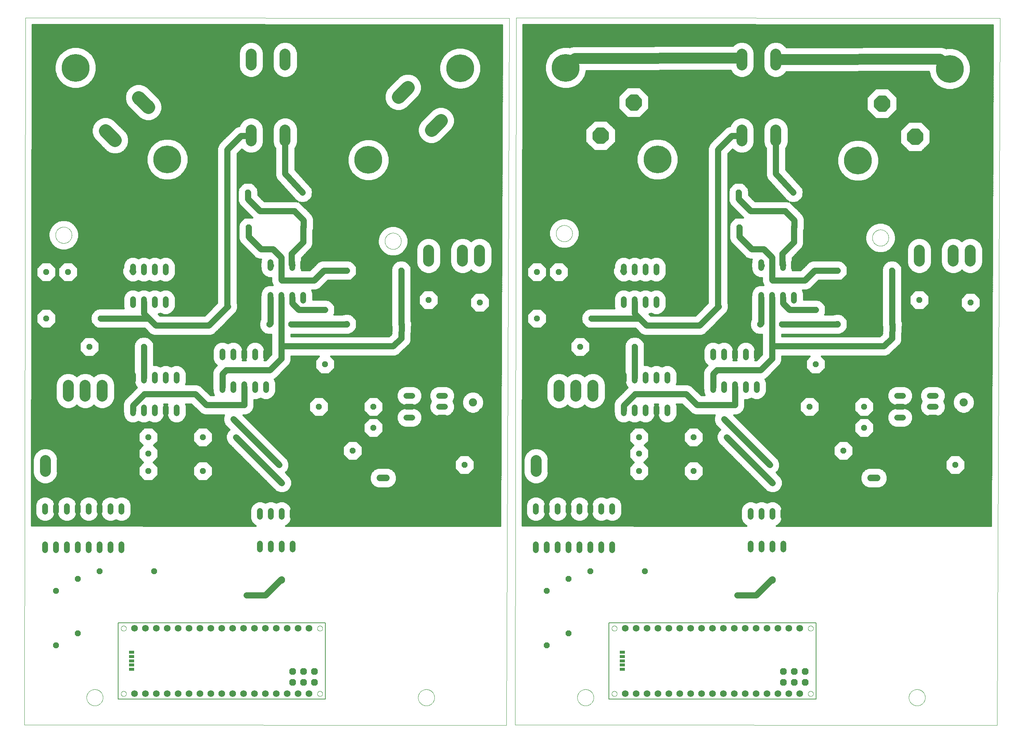
<source format=gtl>
G75*
%MOIN*%
%OFA0B0*%
%FSLAX25Y25*%
%IPPOS*%
%LPD*%
%AMOC8*
5,1,8,0,0,1.08239X$1,22.5*
%
%ADD10C,0.00000*%
%ADD11C,0.06200*%
%ADD12C,0.00500*%
%ADD13R,0.05000X0.02500*%
%ADD14OC8,0.06200*%
%ADD15C,0.05200*%
%ADD16OC8,0.05200*%
%ADD17C,0.06000*%
%ADD18C,0.07500*%
%ADD19C,0.10500*%
%ADD20C,0.10039*%
%ADD21C,0.12400*%
%ADD22C,0.25500*%
%ADD23C,0.03000*%
%ADD24C,0.01600*%
%ADD25C,0.05600*%
%ADD26R,0.03962X0.03962*%
%ADD27C,0.10000*%
D10*
X0087716Y0001500D02*
X0088716Y0650500D01*
X0532216Y0650000D01*
X0529716Y0001000D01*
X0087716Y0001500D01*
X0144741Y0026500D02*
X0144743Y0026683D01*
X0144750Y0026867D01*
X0144761Y0027050D01*
X0144777Y0027233D01*
X0144797Y0027415D01*
X0144822Y0027597D01*
X0144851Y0027778D01*
X0144885Y0027958D01*
X0144923Y0028138D01*
X0144965Y0028316D01*
X0145012Y0028494D01*
X0145063Y0028670D01*
X0145118Y0028845D01*
X0145178Y0029018D01*
X0145242Y0029190D01*
X0145310Y0029361D01*
X0145382Y0029529D01*
X0145459Y0029696D01*
X0145539Y0029861D01*
X0145624Y0030024D01*
X0145712Y0030184D01*
X0145804Y0030343D01*
X0145901Y0030499D01*
X0146001Y0030653D01*
X0146105Y0030804D01*
X0146212Y0030953D01*
X0146323Y0031099D01*
X0146438Y0031242D01*
X0146556Y0031382D01*
X0146677Y0031520D01*
X0146802Y0031654D01*
X0146930Y0031786D01*
X0147062Y0031914D01*
X0147196Y0032039D01*
X0147334Y0032160D01*
X0147474Y0032278D01*
X0147617Y0032393D01*
X0147763Y0032504D01*
X0147912Y0032611D01*
X0148063Y0032715D01*
X0148217Y0032815D01*
X0148373Y0032912D01*
X0148532Y0033004D01*
X0148692Y0033092D01*
X0148855Y0033177D01*
X0149020Y0033257D01*
X0149187Y0033334D01*
X0149355Y0033406D01*
X0149526Y0033474D01*
X0149698Y0033538D01*
X0149871Y0033598D01*
X0150046Y0033653D01*
X0150222Y0033704D01*
X0150400Y0033751D01*
X0150578Y0033793D01*
X0150758Y0033831D01*
X0150938Y0033865D01*
X0151119Y0033894D01*
X0151301Y0033919D01*
X0151483Y0033939D01*
X0151666Y0033955D01*
X0151849Y0033966D01*
X0152033Y0033973D01*
X0152216Y0033975D01*
X0152399Y0033973D01*
X0152583Y0033966D01*
X0152766Y0033955D01*
X0152949Y0033939D01*
X0153131Y0033919D01*
X0153313Y0033894D01*
X0153494Y0033865D01*
X0153674Y0033831D01*
X0153854Y0033793D01*
X0154032Y0033751D01*
X0154210Y0033704D01*
X0154386Y0033653D01*
X0154561Y0033598D01*
X0154734Y0033538D01*
X0154906Y0033474D01*
X0155077Y0033406D01*
X0155245Y0033334D01*
X0155412Y0033257D01*
X0155577Y0033177D01*
X0155740Y0033092D01*
X0155900Y0033004D01*
X0156059Y0032912D01*
X0156215Y0032815D01*
X0156369Y0032715D01*
X0156520Y0032611D01*
X0156669Y0032504D01*
X0156815Y0032393D01*
X0156958Y0032278D01*
X0157098Y0032160D01*
X0157236Y0032039D01*
X0157370Y0031914D01*
X0157502Y0031786D01*
X0157630Y0031654D01*
X0157755Y0031520D01*
X0157876Y0031382D01*
X0157994Y0031242D01*
X0158109Y0031099D01*
X0158220Y0030953D01*
X0158327Y0030804D01*
X0158431Y0030653D01*
X0158531Y0030499D01*
X0158628Y0030343D01*
X0158720Y0030184D01*
X0158808Y0030024D01*
X0158893Y0029861D01*
X0158973Y0029696D01*
X0159050Y0029529D01*
X0159122Y0029361D01*
X0159190Y0029190D01*
X0159254Y0029018D01*
X0159314Y0028845D01*
X0159369Y0028670D01*
X0159420Y0028494D01*
X0159467Y0028316D01*
X0159509Y0028138D01*
X0159547Y0027958D01*
X0159581Y0027778D01*
X0159610Y0027597D01*
X0159635Y0027415D01*
X0159655Y0027233D01*
X0159671Y0027050D01*
X0159682Y0026867D01*
X0159689Y0026683D01*
X0159691Y0026500D01*
X0159689Y0026317D01*
X0159682Y0026133D01*
X0159671Y0025950D01*
X0159655Y0025767D01*
X0159635Y0025585D01*
X0159610Y0025403D01*
X0159581Y0025222D01*
X0159547Y0025042D01*
X0159509Y0024862D01*
X0159467Y0024684D01*
X0159420Y0024506D01*
X0159369Y0024330D01*
X0159314Y0024155D01*
X0159254Y0023982D01*
X0159190Y0023810D01*
X0159122Y0023639D01*
X0159050Y0023471D01*
X0158973Y0023304D01*
X0158893Y0023139D01*
X0158808Y0022976D01*
X0158720Y0022816D01*
X0158628Y0022657D01*
X0158531Y0022501D01*
X0158431Y0022347D01*
X0158327Y0022196D01*
X0158220Y0022047D01*
X0158109Y0021901D01*
X0157994Y0021758D01*
X0157876Y0021618D01*
X0157755Y0021480D01*
X0157630Y0021346D01*
X0157502Y0021214D01*
X0157370Y0021086D01*
X0157236Y0020961D01*
X0157098Y0020840D01*
X0156958Y0020722D01*
X0156815Y0020607D01*
X0156669Y0020496D01*
X0156520Y0020389D01*
X0156369Y0020285D01*
X0156215Y0020185D01*
X0156059Y0020088D01*
X0155900Y0019996D01*
X0155740Y0019908D01*
X0155577Y0019823D01*
X0155412Y0019743D01*
X0155245Y0019666D01*
X0155077Y0019594D01*
X0154906Y0019526D01*
X0154734Y0019462D01*
X0154561Y0019402D01*
X0154386Y0019347D01*
X0154210Y0019296D01*
X0154032Y0019249D01*
X0153854Y0019207D01*
X0153674Y0019169D01*
X0153494Y0019135D01*
X0153313Y0019106D01*
X0153131Y0019081D01*
X0152949Y0019061D01*
X0152766Y0019045D01*
X0152583Y0019034D01*
X0152399Y0019027D01*
X0152216Y0019025D01*
X0152033Y0019027D01*
X0151849Y0019034D01*
X0151666Y0019045D01*
X0151483Y0019061D01*
X0151301Y0019081D01*
X0151119Y0019106D01*
X0150938Y0019135D01*
X0150758Y0019169D01*
X0150578Y0019207D01*
X0150400Y0019249D01*
X0150222Y0019296D01*
X0150046Y0019347D01*
X0149871Y0019402D01*
X0149698Y0019462D01*
X0149526Y0019526D01*
X0149355Y0019594D01*
X0149187Y0019666D01*
X0149020Y0019743D01*
X0148855Y0019823D01*
X0148692Y0019908D01*
X0148532Y0019996D01*
X0148373Y0020088D01*
X0148217Y0020185D01*
X0148063Y0020285D01*
X0147912Y0020389D01*
X0147763Y0020496D01*
X0147617Y0020607D01*
X0147474Y0020722D01*
X0147334Y0020840D01*
X0147196Y0020961D01*
X0147062Y0021086D01*
X0146930Y0021214D01*
X0146802Y0021346D01*
X0146677Y0021480D01*
X0146556Y0021618D01*
X0146438Y0021758D01*
X0146323Y0021901D01*
X0146212Y0022047D01*
X0146105Y0022196D01*
X0146001Y0022347D01*
X0145901Y0022501D01*
X0145804Y0022657D01*
X0145712Y0022816D01*
X0145624Y0022976D01*
X0145539Y0023139D01*
X0145459Y0023304D01*
X0145382Y0023471D01*
X0145310Y0023639D01*
X0145242Y0023810D01*
X0145178Y0023982D01*
X0145118Y0024155D01*
X0145063Y0024330D01*
X0145012Y0024506D01*
X0144965Y0024684D01*
X0144923Y0024862D01*
X0144885Y0025042D01*
X0144851Y0025222D01*
X0144822Y0025403D01*
X0144797Y0025585D01*
X0144777Y0025767D01*
X0144761Y0025950D01*
X0144750Y0026133D01*
X0144743Y0026317D01*
X0144741Y0026500D01*
X0176354Y0030000D02*
X0176356Y0030097D01*
X0176362Y0030194D01*
X0176372Y0030290D01*
X0176386Y0030386D01*
X0176404Y0030482D01*
X0176425Y0030576D01*
X0176451Y0030670D01*
X0176480Y0030762D01*
X0176514Y0030853D01*
X0176550Y0030943D01*
X0176591Y0031031D01*
X0176635Y0031117D01*
X0176683Y0031202D01*
X0176734Y0031284D01*
X0176788Y0031365D01*
X0176846Y0031443D01*
X0176907Y0031518D01*
X0176970Y0031591D01*
X0177037Y0031662D01*
X0177107Y0031729D01*
X0177179Y0031794D01*
X0177254Y0031855D01*
X0177332Y0031914D01*
X0177411Y0031969D01*
X0177493Y0032021D01*
X0177577Y0032069D01*
X0177663Y0032114D01*
X0177751Y0032156D01*
X0177840Y0032194D01*
X0177931Y0032228D01*
X0178023Y0032258D01*
X0178116Y0032285D01*
X0178211Y0032307D01*
X0178306Y0032326D01*
X0178402Y0032341D01*
X0178498Y0032352D01*
X0178595Y0032359D01*
X0178692Y0032362D01*
X0178789Y0032361D01*
X0178886Y0032356D01*
X0178982Y0032347D01*
X0179078Y0032334D01*
X0179174Y0032317D01*
X0179269Y0032296D01*
X0179362Y0032272D01*
X0179455Y0032243D01*
X0179547Y0032211D01*
X0179637Y0032175D01*
X0179725Y0032136D01*
X0179812Y0032092D01*
X0179897Y0032046D01*
X0179980Y0031995D01*
X0180061Y0031942D01*
X0180139Y0031885D01*
X0180216Y0031825D01*
X0180289Y0031762D01*
X0180360Y0031696D01*
X0180428Y0031627D01*
X0180494Y0031555D01*
X0180556Y0031481D01*
X0180615Y0031404D01*
X0180671Y0031325D01*
X0180724Y0031243D01*
X0180774Y0031160D01*
X0180819Y0031074D01*
X0180862Y0030987D01*
X0180901Y0030898D01*
X0180936Y0030808D01*
X0180967Y0030716D01*
X0180994Y0030623D01*
X0181018Y0030529D01*
X0181038Y0030434D01*
X0181054Y0030338D01*
X0181066Y0030242D01*
X0181074Y0030145D01*
X0181078Y0030048D01*
X0181078Y0029952D01*
X0181074Y0029855D01*
X0181066Y0029758D01*
X0181054Y0029662D01*
X0181038Y0029566D01*
X0181018Y0029471D01*
X0180994Y0029377D01*
X0180967Y0029284D01*
X0180936Y0029192D01*
X0180901Y0029102D01*
X0180862Y0029013D01*
X0180819Y0028926D01*
X0180774Y0028840D01*
X0180724Y0028757D01*
X0180671Y0028675D01*
X0180615Y0028596D01*
X0180556Y0028519D01*
X0180494Y0028445D01*
X0180428Y0028373D01*
X0180360Y0028304D01*
X0180289Y0028238D01*
X0180216Y0028175D01*
X0180139Y0028115D01*
X0180061Y0028058D01*
X0179980Y0028005D01*
X0179897Y0027954D01*
X0179812Y0027908D01*
X0179725Y0027864D01*
X0179637Y0027825D01*
X0179547Y0027789D01*
X0179455Y0027757D01*
X0179362Y0027728D01*
X0179269Y0027704D01*
X0179174Y0027683D01*
X0179078Y0027666D01*
X0178982Y0027653D01*
X0178886Y0027644D01*
X0178789Y0027639D01*
X0178692Y0027638D01*
X0178595Y0027641D01*
X0178498Y0027648D01*
X0178402Y0027659D01*
X0178306Y0027674D01*
X0178211Y0027693D01*
X0178116Y0027715D01*
X0178023Y0027742D01*
X0177931Y0027772D01*
X0177840Y0027806D01*
X0177751Y0027844D01*
X0177663Y0027886D01*
X0177577Y0027931D01*
X0177493Y0027979D01*
X0177411Y0028031D01*
X0177332Y0028086D01*
X0177254Y0028145D01*
X0177179Y0028206D01*
X0177107Y0028271D01*
X0177037Y0028338D01*
X0176970Y0028409D01*
X0176907Y0028482D01*
X0176846Y0028557D01*
X0176788Y0028635D01*
X0176734Y0028716D01*
X0176683Y0028798D01*
X0176635Y0028883D01*
X0176591Y0028969D01*
X0176550Y0029057D01*
X0176514Y0029147D01*
X0176480Y0029238D01*
X0176451Y0029330D01*
X0176425Y0029424D01*
X0176404Y0029518D01*
X0176386Y0029614D01*
X0176372Y0029710D01*
X0176362Y0029806D01*
X0176356Y0029903D01*
X0176354Y0030000D01*
X0176354Y0090000D02*
X0176356Y0090097D01*
X0176362Y0090194D01*
X0176372Y0090290D01*
X0176386Y0090386D01*
X0176404Y0090482D01*
X0176425Y0090576D01*
X0176451Y0090670D01*
X0176480Y0090762D01*
X0176514Y0090853D01*
X0176550Y0090943D01*
X0176591Y0091031D01*
X0176635Y0091117D01*
X0176683Y0091202D01*
X0176734Y0091284D01*
X0176788Y0091365D01*
X0176846Y0091443D01*
X0176907Y0091518D01*
X0176970Y0091591D01*
X0177037Y0091662D01*
X0177107Y0091729D01*
X0177179Y0091794D01*
X0177254Y0091855D01*
X0177332Y0091914D01*
X0177411Y0091969D01*
X0177493Y0092021D01*
X0177577Y0092069D01*
X0177663Y0092114D01*
X0177751Y0092156D01*
X0177840Y0092194D01*
X0177931Y0092228D01*
X0178023Y0092258D01*
X0178116Y0092285D01*
X0178211Y0092307D01*
X0178306Y0092326D01*
X0178402Y0092341D01*
X0178498Y0092352D01*
X0178595Y0092359D01*
X0178692Y0092362D01*
X0178789Y0092361D01*
X0178886Y0092356D01*
X0178982Y0092347D01*
X0179078Y0092334D01*
X0179174Y0092317D01*
X0179269Y0092296D01*
X0179362Y0092272D01*
X0179455Y0092243D01*
X0179547Y0092211D01*
X0179637Y0092175D01*
X0179725Y0092136D01*
X0179812Y0092092D01*
X0179897Y0092046D01*
X0179980Y0091995D01*
X0180061Y0091942D01*
X0180139Y0091885D01*
X0180216Y0091825D01*
X0180289Y0091762D01*
X0180360Y0091696D01*
X0180428Y0091627D01*
X0180494Y0091555D01*
X0180556Y0091481D01*
X0180615Y0091404D01*
X0180671Y0091325D01*
X0180724Y0091243D01*
X0180774Y0091160D01*
X0180819Y0091074D01*
X0180862Y0090987D01*
X0180901Y0090898D01*
X0180936Y0090808D01*
X0180967Y0090716D01*
X0180994Y0090623D01*
X0181018Y0090529D01*
X0181038Y0090434D01*
X0181054Y0090338D01*
X0181066Y0090242D01*
X0181074Y0090145D01*
X0181078Y0090048D01*
X0181078Y0089952D01*
X0181074Y0089855D01*
X0181066Y0089758D01*
X0181054Y0089662D01*
X0181038Y0089566D01*
X0181018Y0089471D01*
X0180994Y0089377D01*
X0180967Y0089284D01*
X0180936Y0089192D01*
X0180901Y0089102D01*
X0180862Y0089013D01*
X0180819Y0088926D01*
X0180774Y0088840D01*
X0180724Y0088757D01*
X0180671Y0088675D01*
X0180615Y0088596D01*
X0180556Y0088519D01*
X0180494Y0088445D01*
X0180428Y0088373D01*
X0180360Y0088304D01*
X0180289Y0088238D01*
X0180216Y0088175D01*
X0180139Y0088115D01*
X0180061Y0088058D01*
X0179980Y0088005D01*
X0179897Y0087954D01*
X0179812Y0087908D01*
X0179725Y0087864D01*
X0179637Y0087825D01*
X0179547Y0087789D01*
X0179455Y0087757D01*
X0179362Y0087728D01*
X0179269Y0087704D01*
X0179174Y0087683D01*
X0179078Y0087666D01*
X0178982Y0087653D01*
X0178886Y0087644D01*
X0178789Y0087639D01*
X0178692Y0087638D01*
X0178595Y0087641D01*
X0178498Y0087648D01*
X0178402Y0087659D01*
X0178306Y0087674D01*
X0178211Y0087693D01*
X0178116Y0087715D01*
X0178023Y0087742D01*
X0177931Y0087772D01*
X0177840Y0087806D01*
X0177751Y0087844D01*
X0177663Y0087886D01*
X0177577Y0087931D01*
X0177493Y0087979D01*
X0177411Y0088031D01*
X0177332Y0088086D01*
X0177254Y0088145D01*
X0177179Y0088206D01*
X0177107Y0088271D01*
X0177037Y0088338D01*
X0176970Y0088409D01*
X0176907Y0088482D01*
X0176846Y0088557D01*
X0176788Y0088635D01*
X0176734Y0088716D01*
X0176683Y0088798D01*
X0176635Y0088883D01*
X0176591Y0088969D01*
X0176550Y0089057D01*
X0176514Y0089147D01*
X0176480Y0089238D01*
X0176451Y0089330D01*
X0176425Y0089424D01*
X0176404Y0089518D01*
X0176386Y0089614D01*
X0176372Y0089710D01*
X0176362Y0089806D01*
X0176356Y0089903D01*
X0176354Y0090000D01*
X0356354Y0090000D02*
X0356356Y0090097D01*
X0356362Y0090194D01*
X0356372Y0090290D01*
X0356386Y0090386D01*
X0356404Y0090482D01*
X0356425Y0090576D01*
X0356451Y0090670D01*
X0356480Y0090762D01*
X0356514Y0090853D01*
X0356550Y0090943D01*
X0356591Y0091031D01*
X0356635Y0091117D01*
X0356683Y0091202D01*
X0356734Y0091284D01*
X0356788Y0091365D01*
X0356846Y0091443D01*
X0356907Y0091518D01*
X0356970Y0091591D01*
X0357037Y0091662D01*
X0357107Y0091729D01*
X0357179Y0091794D01*
X0357254Y0091855D01*
X0357332Y0091914D01*
X0357411Y0091969D01*
X0357493Y0092021D01*
X0357577Y0092069D01*
X0357663Y0092114D01*
X0357751Y0092156D01*
X0357840Y0092194D01*
X0357931Y0092228D01*
X0358023Y0092258D01*
X0358116Y0092285D01*
X0358211Y0092307D01*
X0358306Y0092326D01*
X0358402Y0092341D01*
X0358498Y0092352D01*
X0358595Y0092359D01*
X0358692Y0092362D01*
X0358789Y0092361D01*
X0358886Y0092356D01*
X0358982Y0092347D01*
X0359078Y0092334D01*
X0359174Y0092317D01*
X0359269Y0092296D01*
X0359362Y0092272D01*
X0359455Y0092243D01*
X0359547Y0092211D01*
X0359637Y0092175D01*
X0359725Y0092136D01*
X0359812Y0092092D01*
X0359897Y0092046D01*
X0359980Y0091995D01*
X0360061Y0091942D01*
X0360139Y0091885D01*
X0360216Y0091825D01*
X0360289Y0091762D01*
X0360360Y0091696D01*
X0360428Y0091627D01*
X0360494Y0091555D01*
X0360556Y0091481D01*
X0360615Y0091404D01*
X0360671Y0091325D01*
X0360724Y0091243D01*
X0360774Y0091160D01*
X0360819Y0091074D01*
X0360862Y0090987D01*
X0360901Y0090898D01*
X0360936Y0090808D01*
X0360967Y0090716D01*
X0360994Y0090623D01*
X0361018Y0090529D01*
X0361038Y0090434D01*
X0361054Y0090338D01*
X0361066Y0090242D01*
X0361074Y0090145D01*
X0361078Y0090048D01*
X0361078Y0089952D01*
X0361074Y0089855D01*
X0361066Y0089758D01*
X0361054Y0089662D01*
X0361038Y0089566D01*
X0361018Y0089471D01*
X0360994Y0089377D01*
X0360967Y0089284D01*
X0360936Y0089192D01*
X0360901Y0089102D01*
X0360862Y0089013D01*
X0360819Y0088926D01*
X0360774Y0088840D01*
X0360724Y0088757D01*
X0360671Y0088675D01*
X0360615Y0088596D01*
X0360556Y0088519D01*
X0360494Y0088445D01*
X0360428Y0088373D01*
X0360360Y0088304D01*
X0360289Y0088238D01*
X0360216Y0088175D01*
X0360139Y0088115D01*
X0360061Y0088058D01*
X0359980Y0088005D01*
X0359897Y0087954D01*
X0359812Y0087908D01*
X0359725Y0087864D01*
X0359637Y0087825D01*
X0359547Y0087789D01*
X0359455Y0087757D01*
X0359362Y0087728D01*
X0359269Y0087704D01*
X0359174Y0087683D01*
X0359078Y0087666D01*
X0358982Y0087653D01*
X0358886Y0087644D01*
X0358789Y0087639D01*
X0358692Y0087638D01*
X0358595Y0087641D01*
X0358498Y0087648D01*
X0358402Y0087659D01*
X0358306Y0087674D01*
X0358211Y0087693D01*
X0358116Y0087715D01*
X0358023Y0087742D01*
X0357931Y0087772D01*
X0357840Y0087806D01*
X0357751Y0087844D01*
X0357663Y0087886D01*
X0357577Y0087931D01*
X0357493Y0087979D01*
X0357411Y0088031D01*
X0357332Y0088086D01*
X0357254Y0088145D01*
X0357179Y0088206D01*
X0357107Y0088271D01*
X0357037Y0088338D01*
X0356970Y0088409D01*
X0356907Y0088482D01*
X0356846Y0088557D01*
X0356788Y0088635D01*
X0356734Y0088716D01*
X0356683Y0088798D01*
X0356635Y0088883D01*
X0356591Y0088969D01*
X0356550Y0089057D01*
X0356514Y0089147D01*
X0356480Y0089238D01*
X0356451Y0089330D01*
X0356425Y0089424D01*
X0356404Y0089518D01*
X0356386Y0089614D01*
X0356372Y0089710D01*
X0356362Y0089806D01*
X0356356Y0089903D01*
X0356354Y0090000D01*
X0356354Y0030000D02*
X0356356Y0030097D01*
X0356362Y0030194D01*
X0356372Y0030290D01*
X0356386Y0030386D01*
X0356404Y0030482D01*
X0356425Y0030576D01*
X0356451Y0030670D01*
X0356480Y0030762D01*
X0356514Y0030853D01*
X0356550Y0030943D01*
X0356591Y0031031D01*
X0356635Y0031117D01*
X0356683Y0031202D01*
X0356734Y0031284D01*
X0356788Y0031365D01*
X0356846Y0031443D01*
X0356907Y0031518D01*
X0356970Y0031591D01*
X0357037Y0031662D01*
X0357107Y0031729D01*
X0357179Y0031794D01*
X0357254Y0031855D01*
X0357332Y0031914D01*
X0357411Y0031969D01*
X0357493Y0032021D01*
X0357577Y0032069D01*
X0357663Y0032114D01*
X0357751Y0032156D01*
X0357840Y0032194D01*
X0357931Y0032228D01*
X0358023Y0032258D01*
X0358116Y0032285D01*
X0358211Y0032307D01*
X0358306Y0032326D01*
X0358402Y0032341D01*
X0358498Y0032352D01*
X0358595Y0032359D01*
X0358692Y0032362D01*
X0358789Y0032361D01*
X0358886Y0032356D01*
X0358982Y0032347D01*
X0359078Y0032334D01*
X0359174Y0032317D01*
X0359269Y0032296D01*
X0359362Y0032272D01*
X0359455Y0032243D01*
X0359547Y0032211D01*
X0359637Y0032175D01*
X0359725Y0032136D01*
X0359812Y0032092D01*
X0359897Y0032046D01*
X0359980Y0031995D01*
X0360061Y0031942D01*
X0360139Y0031885D01*
X0360216Y0031825D01*
X0360289Y0031762D01*
X0360360Y0031696D01*
X0360428Y0031627D01*
X0360494Y0031555D01*
X0360556Y0031481D01*
X0360615Y0031404D01*
X0360671Y0031325D01*
X0360724Y0031243D01*
X0360774Y0031160D01*
X0360819Y0031074D01*
X0360862Y0030987D01*
X0360901Y0030898D01*
X0360936Y0030808D01*
X0360967Y0030716D01*
X0360994Y0030623D01*
X0361018Y0030529D01*
X0361038Y0030434D01*
X0361054Y0030338D01*
X0361066Y0030242D01*
X0361074Y0030145D01*
X0361078Y0030048D01*
X0361078Y0029952D01*
X0361074Y0029855D01*
X0361066Y0029758D01*
X0361054Y0029662D01*
X0361038Y0029566D01*
X0361018Y0029471D01*
X0360994Y0029377D01*
X0360967Y0029284D01*
X0360936Y0029192D01*
X0360901Y0029102D01*
X0360862Y0029013D01*
X0360819Y0028926D01*
X0360774Y0028840D01*
X0360724Y0028757D01*
X0360671Y0028675D01*
X0360615Y0028596D01*
X0360556Y0028519D01*
X0360494Y0028445D01*
X0360428Y0028373D01*
X0360360Y0028304D01*
X0360289Y0028238D01*
X0360216Y0028175D01*
X0360139Y0028115D01*
X0360061Y0028058D01*
X0359980Y0028005D01*
X0359897Y0027954D01*
X0359812Y0027908D01*
X0359725Y0027864D01*
X0359637Y0027825D01*
X0359547Y0027789D01*
X0359455Y0027757D01*
X0359362Y0027728D01*
X0359269Y0027704D01*
X0359174Y0027683D01*
X0359078Y0027666D01*
X0358982Y0027653D01*
X0358886Y0027644D01*
X0358789Y0027639D01*
X0358692Y0027638D01*
X0358595Y0027641D01*
X0358498Y0027648D01*
X0358402Y0027659D01*
X0358306Y0027674D01*
X0358211Y0027693D01*
X0358116Y0027715D01*
X0358023Y0027742D01*
X0357931Y0027772D01*
X0357840Y0027806D01*
X0357751Y0027844D01*
X0357663Y0027886D01*
X0357577Y0027931D01*
X0357493Y0027979D01*
X0357411Y0028031D01*
X0357332Y0028086D01*
X0357254Y0028145D01*
X0357179Y0028206D01*
X0357107Y0028271D01*
X0357037Y0028338D01*
X0356970Y0028409D01*
X0356907Y0028482D01*
X0356846Y0028557D01*
X0356788Y0028635D01*
X0356734Y0028716D01*
X0356683Y0028798D01*
X0356635Y0028883D01*
X0356591Y0028969D01*
X0356550Y0029057D01*
X0356514Y0029147D01*
X0356480Y0029238D01*
X0356451Y0029330D01*
X0356425Y0029424D01*
X0356404Y0029518D01*
X0356386Y0029614D01*
X0356372Y0029710D01*
X0356362Y0029806D01*
X0356356Y0029903D01*
X0356354Y0030000D01*
X0448741Y0026500D02*
X0448743Y0026683D01*
X0448750Y0026867D01*
X0448761Y0027050D01*
X0448777Y0027233D01*
X0448797Y0027415D01*
X0448822Y0027597D01*
X0448851Y0027778D01*
X0448885Y0027958D01*
X0448923Y0028138D01*
X0448965Y0028316D01*
X0449012Y0028494D01*
X0449063Y0028670D01*
X0449118Y0028845D01*
X0449178Y0029018D01*
X0449242Y0029190D01*
X0449310Y0029361D01*
X0449382Y0029529D01*
X0449459Y0029696D01*
X0449539Y0029861D01*
X0449624Y0030024D01*
X0449712Y0030184D01*
X0449804Y0030343D01*
X0449901Y0030499D01*
X0450001Y0030653D01*
X0450105Y0030804D01*
X0450212Y0030953D01*
X0450323Y0031099D01*
X0450438Y0031242D01*
X0450556Y0031382D01*
X0450677Y0031520D01*
X0450802Y0031654D01*
X0450930Y0031786D01*
X0451062Y0031914D01*
X0451196Y0032039D01*
X0451334Y0032160D01*
X0451474Y0032278D01*
X0451617Y0032393D01*
X0451763Y0032504D01*
X0451912Y0032611D01*
X0452063Y0032715D01*
X0452217Y0032815D01*
X0452373Y0032912D01*
X0452532Y0033004D01*
X0452692Y0033092D01*
X0452855Y0033177D01*
X0453020Y0033257D01*
X0453187Y0033334D01*
X0453355Y0033406D01*
X0453526Y0033474D01*
X0453698Y0033538D01*
X0453871Y0033598D01*
X0454046Y0033653D01*
X0454222Y0033704D01*
X0454400Y0033751D01*
X0454578Y0033793D01*
X0454758Y0033831D01*
X0454938Y0033865D01*
X0455119Y0033894D01*
X0455301Y0033919D01*
X0455483Y0033939D01*
X0455666Y0033955D01*
X0455849Y0033966D01*
X0456033Y0033973D01*
X0456216Y0033975D01*
X0456399Y0033973D01*
X0456583Y0033966D01*
X0456766Y0033955D01*
X0456949Y0033939D01*
X0457131Y0033919D01*
X0457313Y0033894D01*
X0457494Y0033865D01*
X0457674Y0033831D01*
X0457854Y0033793D01*
X0458032Y0033751D01*
X0458210Y0033704D01*
X0458386Y0033653D01*
X0458561Y0033598D01*
X0458734Y0033538D01*
X0458906Y0033474D01*
X0459077Y0033406D01*
X0459245Y0033334D01*
X0459412Y0033257D01*
X0459577Y0033177D01*
X0459740Y0033092D01*
X0459900Y0033004D01*
X0460059Y0032912D01*
X0460215Y0032815D01*
X0460369Y0032715D01*
X0460520Y0032611D01*
X0460669Y0032504D01*
X0460815Y0032393D01*
X0460958Y0032278D01*
X0461098Y0032160D01*
X0461236Y0032039D01*
X0461370Y0031914D01*
X0461502Y0031786D01*
X0461630Y0031654D01*
X0461755Y0031520D01*
X0461876Y0031382D01*
X0461994Y0031242D01*
X0462109Y0031099D01*
X0462220Y0030953D01*
X0462327Y0030804D01*
X0462431Y0030653D01*
X0462531Y0030499D01*
X0462628Y0030343D01*
X0462720Y0030184D01*
X0462808Y0030024D01*
X0462893Y0029861D01*
X0462973Y0029696D01*
X0463050Y0029529D01*
X0463122Y0029361D01*
X0463190Y0029190D01*
X0463254Y0029018D01*
X0463314Y0028845D01*
X0463369Y0028670D01*
X0463420Y0028494D01*
X0463467Y0028316D01*
X0463509Y0028138D01*
X0463547Y0027958D01*
X0463581Y0027778D01*
X0463610Y0027597D01*
X0463635Y0027415D01*
X0463655Y0027233D01*
X0463671Y0027050D01*
X0463682Y0026867D01*
X0463689Y0026683D01*
X0463691Y0026500D01*
X0463689Y0026317D01*
X0463682Y0026133D01*
X0463671Y0025950D01*
X0463655Y0025767D01*
X0463635Y0025585D01*
X0463610Y0025403D01*
X0463581Y0025222D01*
X0463547Y0025042D01*
X0463509Y0024862D01*
X0463467Y0024684D01*
X0463420Y0024506D01*
X0463369Y0024330D01*
X0463314Y0024155D01*
X0463254Y0023982D01*
X0463190Y0023810D01*
X0463122Y0023639D01*
X0463050Y0023471D01*
X0462973Y0023304D01*
X0462893Y0023139D01*
X0462808Y0022976D01*
X0462720Y0022816D01*
X0462628Y0022657D01*
X0462531Y0022501D01*
X0462431Y0022347D01*
X0462327Y0022196D01*
X0462220Y0022047D01*
X0462109Y0021901D01*
X0461994Y0021758D01*
X0461876Y0021618D01*
X0461755Y0021480D01*
X0461630Y0021346D01*
X0461502Y0021214D01*
X0461370Y0021086D01*
X0461236Y0020961D01*
X0461098Y0020840D01*
X0460958Y0020722D01*
X0460815Y0020607D01*
X0460669Y0020496D01*
X0460520Y0020389D01*
X0460369Y0020285D01*
X0460215Y0020185D01*
X0460059Y0020088D01*
X0459900Y0019996D01*
X0459740Y0019908D01*
X0459577Y0019823D01*
X0459412Y0019743D01*
X0459245Y0019666D01*
X0459077Y0019594D01*
X0458906Y0019526D01*
X0458734Y0019462D01*
X0458561Y0019402D01*
X0458386Y0019347D01*
X0458210Y0019296D01*
X0458032Y0019249D01*
X0457854Y0019207D01*
X0457674Y0019169D01*
X0457494Y0019135D01*
X0457313Y0019106D01*
X0457131Y0019081D01*
X0456949Y0019061D01*
X0456766Y0019045D01*
X0456583Y0019034D01*
X0456399Y0019027D01*
X0456216Y0019025D01*
X0456033Y0019027D01*
X0455849Y0019034D01*
X0455666Y0019045D01*
X0455483Y0019061D01*
X0455301Y0019081D01*
X0455119Y0019106D01*
X0454938Y0019135D01*
X0454758Y0019169D01*
X0454578Y0019207D01*
X0454400Y0019249D01*
X0454222Y0019296D01*
X0454046Y0019347D01*
X0453871Y0019402D01*
X0453698Y0019462D01*
X0453526Y0019526D01*
X0453355Y0019594D01*
X0453187Y0019666D01*
X0453020Y0019743D01*
X0452855Y0019823D01*
X0452692Y0019908D01*
X0452532Y0019996D01*
X0452373Y0020088D01*
X0452217Y0020185D01*
X0452063Y0020285D01*
X0451912Y0020389D01*
X0451763Y0020496D01*
X0451617Y0020607D01*
X0451474Y0020722D01*
X0451334Y0020840D01*
X0451196Y0020961D01*
X0451062Y0021086D01*
X0450930Y0021214D01*
X0450802Y0021346D01*
X0450677Y0021480D01*
X0450556Y0021618D01*
X0450438Y0021758D01*
X0450323Y0021901D01*
X0450212Y0022047D01*
X0450105Y0022196D01*
X0450001Y0022347D01*
X0449901Y0022501D01*
X0449804Y0022657D01*
X0449712Y0022816D01*
X0449624Y0022976D01*
X0449539Y0023139D01*
X0449459Y0023304D01*
X0449382Y0023471D01*
X0449310Y0023639D01*
X0449242Y0023810D01*
X0449178Y0023982D01*
X0449118Y0024155D01*
X0449063Y0024330D01*
X0449012Y0024506D01*
X0448965Y0024684D01*
X0448923Y0024862D01*
X0448885Y0025042D01*
X0448851Y0025222D01*
X0448822Y0025403D01*
X0448797Y0025585D01*
X0448777Y0025767D01*
X0448761Y0025950D01*
X0448750Y0026133D01*
X0448743Y0026317D01*
X0448741Y0026500D01*
X0537716Y0001500D02*
X0538716Y0650500D01*
X0982216Y0650000D01*
X0979716Y0001000D01*
X0537716Y0001500D01*
X0594741Y0026500D02*
X0594743Y0026683D01*
X0594750Y0026867D01*
X0594761Y0027050D01*
X0594777Y0027233D01*
X0594797Y0027415D01*
X0594822Y0027597D01*
X0594851Y0027778D01*
X0594885Y0027958D01*
X0594923Y0028138D01*
X0594965Y0028316D01*
X0595012Y0028494D01*
X0595063Y0028670D01*
X0595118Y0028845D01*
X0595178Y0029018D01*
X0595242Y0029190D01*
X0595310Y0029361D01*
X0595382Y0029529D01*
X0595459Y0029696D01*
X0595539Y0029861D01*
X0595624Y0030024D01*
X0595712Y0030184D01*
X0595804Y0030343D01*
X0595901Y0030499D01*
X0596001Y0030653D01*
X0596105Y0030804D01*
X0596212Y0030953D01*
X0596323Y0031099D01*
X0596438Y0031242D01*
X0596556Y0031382D01*
X0596677Y0031520D01*
X0596802Y0031654D01*
X0596930Y0031786D01*
X0597062Y0031914D01*
X0597196Y0032039D01*
X0597334Y0032160D01*
X0597474Y0032278D01*
X0597617Y0032393D01*
X0597763Y0032504D01*
X0597912Y0032611D01*
X0598063Y0032715D01*
X0598217Y0032815D01*
X0598373Y0032912D01*
X0598532Y0033004D01*
X0598692Y0033092D01*
X0598855Y0033177D01*
X0599020Y0033257D01*
X0599187Y0033334D01*
X0599355Y0033406D01*
X0599526Y0033474D01*
X0599698Y0033538D01*
X0599871Y0033598D01*
X0600046Y0033653D01*
X0600222Y0033704D01*
X0600400Y0033751D01*
X0600578Y0033793D01*
X0600758Y0033831D01*
X0600938Y0033865D01*
X0601119Y0033894D01*
X0601301Y0033919D01*
X0601483Y0033939D01*
X0601666Y0033955D01*
X0601849Y0033966D01*
X0602033Y0033973D01*
X0602216Y0033975D01*
X0602399Y0033973D01*
X0602583Y0033966D01*
X0602766Y0033955D01*
X0602949Y0033939D01*
X0603131Y0033919D01*
X0603313Y0033894D01*
X0603494Y0033865D01*
X0603674Y0033831D01*
X0603854Y0033793D01*
X0604032Y0033751D01*
X0604210Y0033704D01*
X0604386Y0033653D01*
X0604561Y0033598D01*
X0604734Y0033538D01*
X0604906Y0033474D01*
X0605077Y0033406D01*
X0605245Y0033334D01*
X0605412Y0033257D01*
X0605577Y0033177D01*
X0605740Y0033092D01*
X0605900Y0033004D01*
X0606059Y0032912D01*
X0606215Y0032815D01*
X0606369Y0032715D01*
X0606520Y0032611D01*
X0606669Y0032504D01*
X0606815Y0032393D01*
X0606958Y0032278D01*
X0607098Y0032160D01*
X0607236Y0032039D01*
X0607370Y0031914D01*
X0607502Y0031786D01*
X0607630Y0031654D01*
X0607755Y0031520D01*
X0607876Y0031382D01*
X0607994Y0031242D01*
X0608109Y0031099D01*
X0608220Y0030953D01*
X0608327Y0030804D01*
X0608431Y0030653D01*
X0608531Y0030499D01*
X0608628Y0030343D01*
X0608720Y0030184D01*
X0608808Y0030024D01*
X0608893Y0029861D01*
X0608973Y0029696D01*
X0609050Y0029529D01*
X0609122Y0029361D01*
X0609190Y0029190D01*
X0609254Y0029018D01*
X0609314Y0028845D01*
X0609369Y0028670D01*
X0609420Y0028494D01*
X0609467Y0028316D01*
X0609509Y0028138D01*
X0609547Y0027958D01*
X0609581Y0027778D01*
X0609610Y0027597D01*
X0609635Y0027415D01*
X0609655Y0027233D01*
X0609671Y0027050D01*
X0609682Y0026867D01*
X0609689Y0026683D01*
X0609691Y0026500D01*
X0609689Y0026317D01*
X0609682Y0026133D01*
X0609671Y0025950D01*
X0609655Y0025767D01*
X0609635Y0025585D01*
X0609610Y0025403D01*
X0609581Y0025222D01*
X0609547Y0025042D01*
X0609509Y0024862D01*
X0609467Y0024684D01*
X0609420Y0024506D01*
X0609369Y0024330D01*
X0609314Y0024155D01*
X0609254Y0023982D01*
X0609190Y0023810D01*
X0609122Y0023639D01*
X0609050Y0023471D01*
X0608973Y0023304D01*
X0608893Y0023139D01*
X0608808Y0022976D01*
X0608720Y0022816D01*
X0608628Y0022657D01*
X0608531Y0022501D01*
X0608431Y0022347D01*
X0608327Y0022196D01*
X0608220Y0022047D01*
X0608109Y0021901D01*
X0607994Y0021758D01*
X0607876Y0021618D01*
X0607755Y0021480D01*
X0607630Y0021346D01*
X0607502Y0021214D01*
X0607370Y0021086D01*
X0607236Y0020961D01*
X0607098Y0020840D01*
X0606958Y0020722D01*
X0606815Y0020607D01*
X0606669Y0020496D01*
X0606520Y0020389D01*
X0606369Y0020285D01*
X0606215Y0020185D01*
X0606059Y0020088D01*
X0605900Y0019996D01*
X0605740Y0019908D01*
X0605577Y0019823D01*
X0605412Y0019743D01*
X0605245Y0019666D01*
X0605077Y0019594D01*
X0604906Y0019526D01*
X0604734Y0019462D01*
X0604561Y0019402D01*
X0604386Y0019347D01*
X0604210Y0019296D01*
X0604032Y0019249D01*
X0603854Y0019207D01*
X0603674Y0019169D01*
X0603494Y0019135D01*
X0603313Y0019106D01*
X0603131Y0019081D01*
X0602949Y0019061D01*
X0602766Y0019045D01*
X0602583Y0019034D01*
X0602399Y0019027D01*
X0602216Y0019025D01*
X0602033Y0019027D01*
X0601849Y0019034D01*
X0601666Y0019045D01*
X0601483Y0019061D01*
X0601301Y0019081D01*
X0601119Y0019106D01*
X0600938Y0019135D01*
X0600758Y0019169D01*
X0600578Y0019207D01*
X0600400Y0019249D01*
X0600222Y0019296D01*
X0600046Y0019347D01*
X0599871Y0019402D01*
X0599698Y0019462D01*
X0599526Y0019526D01*
X0599355Y0019594D01*
X0599187Y0019666D01*
X0599020Y0019743D01*
X0598855Y0019823D01*
X0598692Y0019908D01*
X0598532Y0019996D01*
X0598373Y0020088D01*
X0598217Y0020185D01*
X0598063Y0020285D01*
X0597912Y0020389D01*
X0597763Y0020496D01*
X0597617Y0020607D01*
X0597474Y0020722D01*
X0597334Y0020840D01*
X0597196Y0020961D01*
X0597062Y0021086D01*
X0596930Y0021214D01*
X0596802Y0021346D01*
X0596677Y0021480D01*
X0596556Y0021618D01*
X0596438Y0021758D01*
X0596323Y0021901D01*
X0596212Y0022047D01*
X0596105Y0022196D01*
X0596001Y0022347D01*
X0595901Y0022501D01*
X0595804Y0022657D01*
X0595712Y0022816D01*
X0595624Y0022976D01*
X0595539Y0023139D01*
X0595459Y0023304D01*
X0595382Y0023471D01*
X0595310Y0023639D01*
X0595242Y0023810D01*
X0595178Y0023982D01*
X0595118Y0024155D01*
X0595063Y0024330D01*
X0595012Y0024506D01*
X0594965Y0024684D01*
X0594923Y0024862D01*
X0594885Y0025042D01*
X0594851Y0025222D01*
X0594822Y0025403D01*
X0594797Y0025585D01*
X0594777Y0025767D01*
X0594761Y0025950D01*
X0594750Y0026133D01*
X0594743Y0026317D01*
X0594741Y0026500D01*
X0626354Y0030000D02*
X0626356Y0030097D01*
X0626362Y0030194D01*
X0626372Y0030290D01*
X0626386Y0030386D01*
X0626404Y0030482D01*
X0626425Y0030576D01*
X0626451Y0030670D01*
X0626480Y0030762D01*
X0626514Y0030853D01*
X0626550Y0030943D01*
X0626591Y0031031D01*
X0626635Y0031117D01*
X0626683Y0031202D01*
X0626734Y0031284D01*
X0626788Y0031365D01*
X0626846Y0031443D01*
X0626907Y0031518D01*
X0626970Y0031591D01*
X0627037Y0031662D01*
X0627107Y0031729D01*
X0627179Y0031794D01*
X0627254Y0031855D01*
X0627332Y0031914D01*
X0627411Y0031969D01*
X0627493Y0032021D01*
X0627577Y0032069D01*
X0627663Y0032114D01*
X0627751Y0032156D01*
X0627840Y0032194D01*
X0627931Y0032228D01*
X0628023Y0032258D01*
X0628116Y0032285D01*
X0628211Y0032307D01*
X0628306Y0032326D01*
X0628402Y0032341D01*
X0628498Y0032352D01*
X0628595Y0032359D01*
X0628692Y0032362D01*
X0628789Y0032361D01*
X0628886Y0032356D01*
X0628982Y0032347D01*
X0629078Y0032334D01*
X0629174Y0032317D01*
X0629269Y0032296D01*
X0629362Y0032272D01*
X0629455Y0032243D01*
X0629547Y0032211D01*
X0629637Y0032175D01*
X0629725Y0032136D01*
X0629812Y0032092D01*
X0629897Y0032046D01*
X0629980Y0031995D01*
X0630061Y0031942D01*
X0630139Y0031885D01*
X0630216Y0031825D01*
X0630289Y0031762D01*
X0630360Y0031696D01*
X0630428Y0031627D01*
X0630494Y0031555D01*
X0630556Y0031481D01*
X0630615Y0031404D01*
X0630671Y0031325D01*
X0630724Y0031243D01*
X0630774Y0031160D01*
X0630819Y0031074D01*
X0630862Y0030987D01*
X0630901Y0030898D01*
X0630936Y0030808D01*
X0630967Y0030716D01*
X0630994Y0030623D01*
X0631018Y0030529D01*
X0631038Y0030434D01*
X0631054Y0030338D01*
X0631066Y0030242D01*
X0631074Y0030145D01*
X0631078Y0030048D01*
X0631078Y0029952D01*
X0631074Y0029855D01*
X0631066Y0029758D01*
X0631054Y0029662D01*
X0631038Y0029566D01*
X0631018Y0029471D01*
X0630994Y0029377D01*
X0630967Y0029284D01*
X0630936Y0029192D01*
X0630901Y0029102D01*
X0630862Y0029013D01*
X0630819Y0028926D01*
X0630774Y0028840D01*
X0630724Y0028757D01*
X0630671Y0028675D01*
X0630615Y0028596D01*
X0630556Y0028519D01*
X0630494Y0028445D01*
X0630428Y0028373D01*
X0630360Y0028304D01*
X0630289Y0028238D01*
X0630216Y0028175D01*
X0630139Y0028115D01*
X0630061Y0028058D01*
X0629980Y0028005D01*
X0629897Y0027954D01*
X0629812Y0027908D01*
X0629725Y0027864D01*
X0629637Y0027825D01*
X0629547Y0027789D01*
X0629455Y0027757D01*
X0629362Y0027728D01*
X0629269Y0027704D01*
X0629174Y0027683D01*
X0629078Y0027666D01*
X0628982Y0027653D01*
X0628886Y0027644D01*
X0628789Y0027639D01*
X0628692Y0027638D01*
X0628595Y0027641D01*
X0628498Y0027648D01*
X0628402Y0027659D01*
X0628306Y0027674D01*
X0628211Y0027693D01*
X0628116Y0027715D01*
X0628023Y0027742D01*
X0627931Y0027772D01*
X0627840Y0027806D01*
X0627751Y0027844D01*
X0627663Y0027886D01*
X0627577Y0027931D01*
X0627493Y0027979D01*
X0627411Y0028031D01*
X0627332Y0028086D01*
X0627254Y0028145D01*
X0627179Y0028206D01*
X0627107Y0028271D01*
X0627037Y0028338D01*
X0626970Y0028409D01*
X0626907Y0028482D01*
X0626846Y0028557D01*
X0626788Y0028635D01*
X0626734Y0028716D01*
X0626683Y0028798D01*
X0626635Y0028883D01*
X0626591Y0028969D01*
X0626550Y0029057D01*
X0626514Y0029147D01*
X0626480Y0029238D01*
X0626451Y0029330D01*
X0626425Y0029424D01*
X0626404Y0029518D01*
X0626386Y0029614D01*
X0626372Y0029710D01*
X0626362Y0029806D01*
X0626356Y0029903D01*
X0626354Y0030000D01*
X0626354Y0090000D02*
X0626356Y0090097D01*
X0626362Y0090194D01*
X0626372Y0090290D01*
X0626386Y0090386D01*
X0626404Y0090482D01*
X0626425Y0090576D01*
X0626451Y0090670D01*
X0626480Y0090762D01*
X0626514Y0090853D01*
X0626550Y0090943D01*
X0626591Y0091031D01*
X0626635Y0091117D01*
X0626683Y0091202D01*
X0626734Y0091284D01*
X0626788Y0091365D01*
X0626846Y0091443D01*
X0626907Y0091518D01*
X0626970Y0091591D01*
X0627037Y0091662D01*
X0627107Y0091729D01*
X0627179Y0091794D01*
X0627254Y0091855D01*
X0627332Y0091914D01*
X0627411Y0091969D01*
X0627493Y0092021D01*
X0627577Y0092069D01*
X0627663Y0092114D01*
X0627751Y0092156D01*
X0627840Y0092194D01*
X0627931Y0092228D01*
X0628023Y0092258D01*
X0628116Y0092285D01*
X0628211Y0092307D01*
X0628306Y0092326D01*
X0628402Y0092341D01*
X0628498Y0092352D01*
X0628595Y0092359D01*
X0628692Y0092362D01*
X0628789Y0092361D01*
X0628886Y0092356D01*
X0628982Y0092347D01*
X0629078Y0092334D01*
X0629174Y0092317D01*
X0629269Y0092296D01*
X0629362Y0092272D01*
X0629455Y0092243D01*
X0629547Y0092211D01*
X0629637Y0092175D01*
X0629725Y0092136D01*
X0629812Y0092092D01*
X0629897Y0092046D01*
X0629980Y0091995D01*
X0630061Y0091942D01*
X0630139Y0091885D01*
X0630216Y0091825D01*
X0630289Y0091762D01*
X0630360Y0091696D01*
X0630428Y0091627D01*
X0630494Y0091555D01*
X0630556Y0091481D01*
X0630615Y0091404D01*
X0630671Y0091325D01*
X0630724Y0091243D01*
X0630774Y0091160D01*
X0630819Y0091074D01*
X0630862Y0090987D01*
X0630901Y0090898D01*
X0630936Y0090808D01*
X0630967Y0090716D01*
X0630994Y0090623D01*
X0631018Y0090529D01*
X0631038Y0090434D01*
X0631054Y0090338D01*
X0631066Y0090242D01*
X0631074Y0090145D01*
X0631078Y0090048D01*
X0631078Y0089952D01*
X0631074Y0089855D01*
X0631066Y0089758D01*
X0631054Y0089662D01*
X0631038Y0089566D01*
X0631018Y0089471D01*
X0630994Y0089377D01*
X0630967Y0089284D01*
X0630936Y0089192D01*
X0630901Y0089102D01*
X0630862Y0089013D01*
X0630819Y0088926D01*
X0630774Y0088840D01*
X0630724Y0088757D01*
X0630671Y0088675D01*
X0630615Y0088596D01*
X0630556Y0088519D01*
X0630494Y0088445D01*
X0630428Y0088373D01*
X0630360Y0088304D01*
X0630289Y0088238D01*
X0630216Y0088175D01*
X0630139Y0088115D01*
X0630061Y0088058D01*
X0629980Y0088005D01*
X0629897Y0087954D01*
X0629812Y0087908D01*
X0629725Y0087864D01*
X0629637Y0087825D01*
X0629547Y0087789D01*
X0629455Y0087757D01*
X0629362Y0087728D01*
X0629269Y0087704D01*
X0629174Y0087683D01*
X0629078Y0087666D01*
X0628982Y0087653D01*
X0628886Y0087644D01*
X0628789Y0087639D01*
X0628692Y0087638D01*
X0628595Y0087641D01*
X0628498Y0087648D01*
X0628402Y0087659D01*
X0628306Y0087674D01*
X0628211Y0087693D01*
X0628116Y0087715D01*
X0628023Y0087742D01*
X0627931Y0087772D01*
X0627840Y0087806D01*
X0627751Y0087844D01*
X0627663Y0087886D01*
X0627577Y0087931D01*
X0627493Y0087979D01*
X0627411Y0088031D01*
X0627332Y0088086D01*
X0627254Y0088145D01*
X0627179Y0088206D01*
X0627107Y0088271D01*
X0627037Y0088338D01*
X0626970Y0088409D01*
X0626907Y0088482D01*
X0626846Y0088557D01*
X0626788Y0088635D01*
X0626734Y0088716D01*
X0626683Y0088798D01*
X0626635Y0088883D01*
X0626591Y0088969D01*
X0626550Y0089057D01*
X0626514Y0089147D01*
X0626480Y0089238D01*
X0626451Y0089330D01*
X0626425Y0089424D01*
X0626404Y0089518D01*
X0626386Y0089614D01*
X0626372Y0089710D01*
X0626362Y0089806D01*
X0626356Y0089903D01*
X0626354Y0090000D01*
X0806354Y0090000D02*
X0806356Y0090097D01*
X0806362Y0090194D01*
X0806372Y0090290D01*
X0806386Y0090386D01*
X0806404Y0090482D01*
X0806425Y0090576D01*
X0806451Y0090670D01*
X0806480Y0090762D01*
X0806514Y0090853D01*
X0806550Y0090943D01*
X0806591Y0091031D01*
X0806635Y0091117D01*
X0806683Y0091202D01*
X0806734Y0091284D01*
X0806788Y0091365D01*
X0806846Y0091443D01*
X0806907Y0091518D01*
X0806970Y0091591D01*
X0807037Y0091662D01*
X0807107Y0091729D01*
X0807179Y0091794D01*
X0807254Y0091855D01*
X0807332Y0091914D01*
X0807411Y0091969D01*
X0807493Y0092021D01*
X0807577Y0092069D01*
X0807663Y0092114D01*
X0807751Y0092156D01*
X0807840Y0092194D01*
X0807931Y0092228D01*
X0808023Y0092258D01*
X0808116Y0092285D01*
X0808211Y0092307D01*
X0808306Y0092326D01*
X0808402Y0092341D01*
X0808498Y0092352D01*
X0808595Y0092359D01*
X0808692Y0092362D01*
X0808789Y0092361D01*
X0808886Y0092356D01*
X0808982Y0092347D01*
X0809078Y0092334D01*
X0809174Y0092317D01*
X0809269Y0092296D01*
X0809362Y0092272D01*
X0809455Y0092243D01*
X0809547Y0092211D01*
X0809637Y0092175D01*
X0809725Y0092136D01*
X0809812Y0092092D01*
X0809897Y0092046D01*
X0809980Y0091995D01*
X0810061Y0091942D01*
X0810139Y0091885D01*
X0810216Y0091825D01*
X0810289Y0091762D01*
X0810360Y0091696D01*
X0810428Y0091627D01*
X0810494Y0091555D01*
X0810556Y0091481D01*
X0810615Y0091404D01*
X0810671Y0091325D01*
X0810724Y0091243D01*
X0810774Y0091160D01*
X0810819Y0091074D01*
X0810862Y0090987D01*
X0810901Y0090898D01*
X0810936Y0090808D01*
X0810967Y0090716D01*
X0810994Y0090623D01*
X0811018Y0090529D01*
X0811038Y0090434D01*
X0811054Y0090338D01*
X0811066Y0090242D01*
X0811074Y0090145D01*
X0811078Y0090048D01*
X0811078Y0089952D01*
X0811074Y0089855D01*
X0811066Y0089758D01*
X0811054Y0089662D01*
X0811038Y0089566D01*
X0811018Y0089471D01*
X0810994Y0089377D01*
X0810967Y0089284D01*
X0810936Y0089192D01*
X0810901Y0089102D01*
X0810862Y0089013D01*
X0810819Y0088926D01*
X0810774Y0088840D01*
X0810724Y0088757D01*
X0810671Y0088675D01*
X0810615Y0088596D01*
X0810556Y0088519D01*
X0810494Y0088445D01*
X0810428Y0088373D01*
X0810360Y0088304D01*
X0810289Y0088238D01*
X0810216Y0088175D01*
X0810139Y0088115D01*
X0810061Y0088058D01*
X0809980Y0088005D01*
X0809897Y0087954D01*
X0809812Y0087908D01*
X0809725Y0087864D01*
X0809637Y0087825D01*
X0809547Y0087789D01*
X0809455Y0087757D01*
X0809362Y0087728D01*
X0809269Y0087704D01*
X0809174Y0087683D01*
X0809078Y0087666D01*
X0808982Y0087653D01*
X0808886Y0087644D01*
X0808789Y0087639D01*
X0808692Y0087638D01*
X0808595Y0087641D01*
X0808498Y0087648D01*
X0808402Y0087659D01*
X0808306Y0087674D01*
X0808211Y0087693D01*
X0808116Y0087715D01*
X0808023Y0087742D01*
X0807931Y0087772D01*
X0807840Y0087806D01*
X0807751Y0087844D01*
X0807663Y0087886D01*
X0807577Y0087931D01*
X0807493Y0087979D01*
X0807411Y0088031D01*
X0807332Y0088086D01*
X0807254Y0088145D01*
X0807179Y0088206D01*
X0807107Y0088271D01*
X0807037Y0088338D01*
X0806970Y0088409D01*
X0806907Y0088482D01*
X0806846Y0088557D01*
X0806788Y0088635D01*
X0806734Y0088716D01*
X0806683Y0088798D01*
X0806635Y0088883D01*
X0806591Y0088969D01*
X0806550Y0089057D01*
X0806514Y0089147D01*
X0806480Y0089238D01*
X0806451Y0089330D01*
X0806425Y0089424D01*
X0806404Y0089518D01*
X0806386Y0089614D01*
X0806372Y0089710D01*
X0806362Y0089806D01*
X0806356Y0089903D01*
X0806354Y0090000D01*
X0806354Y0030000D02*
X0806356Y0030097D01*
X0806362Y0030194D01*
X0806372Y0030290D01*
X0806386Y0030386D01*
X0806404Y0030482D01*
X0806425Y0030576D01*
X0806451Y0030670D01*
X0806480Y0030762D01*
X0806514Y0030853D01*
X0806550Y0030943D01*
X0806591Y0031031D01*
X0806635Y0031117D01*
X0806683Y0031202D01*
X0806734Y0031284D01*
X0806788Y0031365D01*
X0806846Y0031443D01*
X0806907Y0031518D01*
X0806970Y0031591D01*
X0807037Y0031662D01*
X0807107Y0031729D01*
X0807179Y0031794D01*
X0807254Y0031855D01*
X0807332Y0031914D01*
X0807411Y0031969D01*
X0807493Y0032021D01*
X0807577Y0032069D01*
X0807663Y0032114D01*
X0807751Y0032156D01*
X0807840Y0032194D01*
X0807931Y0032228D01*
X0808023Y0032258D01*
X0808116Y0032285D01*
X0808211Y0032307D01*
X0808306Y0032326D01*
X0808402Y0032341D01*
X0808498Y0032352D01*
X0808595Y0032359D01*
X0808692Y0032362D01*
X0808789Y0032361D01*
X0808886Y0032356D01*
X0808982Y0032347D01*
X0809078Y0032334D01*
X0809174Y0032317D01*
X0809269Y0032296D01*
X0809362Y0032272D01*
X0809455Y0032243D01*
X0809547Y0032211D01*
X0809637Y0032175D01*
X0809725Y0032136D01*
X0809812Y0032092D01*
X0809897Y0032046D01*
X0809980Y0031995D01*
X0810061Y0031942D01*
X0810139Y0031885D01*
X0810216Y0031825D01*
X0810289Y0031762D01*
X0810360Y0031696D01*
X0810428Y0031627D01*
X0810494Y0031555D01*
X0810556Y0031481D01*
X0810615Y0031404D01*
X0810671Y0031325D01*
X0810724Y0031243D01*
X0810774Y0031160D01*
X0810819Y0031074D01*
X0810862Y0030987D01*
X0810901Y0030898D01*
X0810936Y0030808D01*
X0810967Y0030716D01*
X0810994Y0030623D01*
X0811018Y0030529D01*
X0811038Y0030434D01*
X0811054Y0030338D01*
X0811066Y0030242D01*
X0811074Y0030145D01*
X0811078Y0030048D01*
X0811078Y0029952D01*
X0811074Y0029855D01*
X0811066Y0029758D01*
X0811054Y0029662D01*
X0811038Y0029566D01*
X0811018Y0029471D01*
X0810994Y0029377D01*
X0810967Y0029284D01*
X0810936Y0029192D01*
X0810901Y0029102D01*
X0810862Y0029013D01*
X0810819Y0028926D01*
X0810774Y0028840D01*
X0810724Y0028757D01*
X0810671Y0028675D01*
X0810615Y0028596D01*
X0810556Y0028519D01*
X0810494Y0028445D01*
X0810428Y0028373D01*
X0810360Y0028304D01*
X0810289Y0028238D01*
X0810216Y0028175D01*
X0810139Y0028115D01*
X0810061Y0028058D01*
X0809980Y0028005D01*
X0809897Y0027954D01*
X0809812Y0027908D01*
X0809725Y0027864D01*
X0809637Y0027825D01*
X0809547Y0027789D01*
X0809455Y0027757D01*
X0809362Y0027728D01*
X0809269Y0027704D01*
X0809174Y0027683D01*
X0809078Y0027666D01*
X0808982Y0027653D01*
X0808886Y0027644D01*
X0808789Y0027639D01*
X0808692Y0027638D01*
X0808595Y0027641D01*
X0808498Y0027648D01*
X0808402Y0027659D01*
X0808306Y0027674D01*
X0808211Y0027693D01*
X0808116Y0027715D01*
X0808023Y0027742D01*
X0807931Y0027772D01*
X0807840Y0027806D01*
X0807751Y0027844D01*
X0807663Y0027886D01*
X0807577Y0027931D01*
X0807493Y0027979D01*
X0807411Y0028031D01*
X0807332Y0028086D01*
X0807254Y0028145D01*
X0807179Y0028206D01*
X0807107Y0028271D01*
X0807037Y0028338D01*
X0806970Y0028409D01*
X0806907Y0028482D01*
X0806846Y0028557D01*
X0806788Y0028635D01*
X0806734Y0028716D01*
X0806683Y0028798D01*
X0806635Y0028883D01*
X0806591Y0028969D01*
X0806550Y0029057D01*
X0806514Y0029147D01*
X0806480Y0029238D01*
X0806451Y0029330D01*
X0806425Y0029424D01*
X0806404Y0029518D01*
X0806386Y0029614D01*
X0806372Y0029710D01*
X0806362Y0029806D01*
X0806356Y0029903D01*
X0806354Y0030000D01*
X0898741Y0026500D02*
X0898743Y0026683D01*
X0898750Y0026867D01*
X0898761Y0027050D01*
X0898777Y0027233D01*
X0898797Y0027415D01*
X0898822Y0027597D01*
X0898851Y0027778D01*
X0898885Y0027958D01*
X0898923Y0028138D01*
X0898965Y0028316D01*
X0899012Y0028494D01*
X0899063Y0028670D01*
X0899118Y0028845D01*
X0899178Y0029018D01*
X0899242Y0029190D01*
X0899310Y0029361D01*
X0899382Y0029529D01*
X0899459Y0029696D01*
X0899539Y0029861D01*
X0899624Y0030024D01*
X0899712Y0030184D01*
X0899804Y0030343D01*
X0899901Y0030499D01*
X0900001Y0030653D01*
X0900105Y0030804D01*
X0900212Y0030953D01*
X0900323Y0031099D01*
X0900438Y0031242D01*
X0900556Y0031382D01*
X0900677Y0031520D01*
X0900802Y0031654D01*
X0900930Y0031786D01*
X0901062Y0031914D01*
X0901196Y0032039D01*
X0901334Y0032160D01*
X0901474Y0032278D01*
X0901617Y0032393D01*
X0901763Y0032504D01*
X0901912Y0032611D01*
X0902063Y0032715D01*
X0902217Y0032815D01*
X0902373Y0032912D01*
X0902532Y0033004D01*
X0902692Y0033092D01*
X0902855Y0033177D01*
X0903020Y0033257D01*
X0903187Y0033334D01*
X0903355Y0033406D01*
X0903526Y0033474D01*
X0903698Y0033538D01*
X0903871Y0033598D01*
X0904046Y0033653D01*
X0904222Y0033704D01*
X0904400Y0033751D01*
X0904578Y0033793D01*
X0904758Y0033831D01*
X0904938Y0033865D01*
X0905119Y0033894D01*
X0905301Y0033919D01*
X0905483Y0033939D01*
X0905666Y0033955D01*
X0905849Y0033966D01*
X0906033Y0033973D01*
X0906216Y0033975D01*
X0906399Y0033973D01*
X0906583Y0033966D01*
X0906766Y0033955D01*
X0906949Y0033939D01*
X0907131Y0033919D01*
X0907313Y0033894D01*
X0907494Y0033865D01*
X0907674Y0033831D01*
X0907854Y0033793D01*
X0908032Y0033751D01*
X0908210Y0033704D01*
X0908386Y0033653D01*
X0908561Y0033598D01*
X0908734Y0033538D01*
X0908906Y0033474D01*
X0909077Y0033406D01*
X0909245Y0033334D01*
X0909412Y0033257D01*
X0909577Y0033177D01*
X0909740Y0033092D01*
X0909900Y0033004D01*
X0910059Y0032912D01*
X0910215Y0032815D01*
X0910369Y0032715D01*
X0910520Y0032611D01*
X0910669Y0032504D01*
X0910815Y0032393D01*
X0910958Y0032278D01*
X0911098Y0032160D01*
X0911236Y0032039D01*
X0911370Y0031914D01*
X0911502Y0031786D01*
X0911630Y0031654D01*
X0911755Y0031520D01*
X0911876Y0031382D01*
X0911994Y0031242D01*
X0912109Y0031099D01*
X0912220Y0030953D01*
X0912327Y0030804D01*
X0912431Y0030653D01*
X0912531Y0030499D01*
X0912628Y0030343D01*
X0912720Y0030184D01*
X0912808Y0030024D01*
X0912893Y0029861D01*
X0912973Y0029696D01*
X0913050Y0029529D01*
X0913122Y0029361D01*
X0913190Y0029190D01*
X0913254Y0029018D01*
X0913314Y0028845D01*
X0913369Y0028670D01*
X0913420Y0028494D01*
X0913467Y0028316D01*
X0913509Y0028138D01*
X0913547Y0027958D01*
X0913581Y0027778D01*
X0913610Y0027597D01*
X0913635Y0027415D01*
X0913655Y0027233D01*
X0913671Y0027050D01*
X0913682Y0026867D01*
X0913689Y0026683D01*
X0913691Y0026500D01*
X0913689Y0026317D01*
X0913682Y0026133D01*
X0913671Y0025950D01*
X0913655Y0025767D01*
X0913635Y0025585D01*
X0913610Y0025403D01*
X0913581Y0025222D01*
X0913547Y0025042D01*
X0913509Y0024862D01*
X0913467Y0024684D01*
X0913420Y0024506D01*
X0913369Y0024330D01*
X0913314Y0024155D01*
X0913254Y0023982D01*
X0913190Y0023810D01*
X0913122Y0023639D01*
X0913050Y0023471D01*
X0912973Y0023304D01*
X0912893Y0023139D01*
X0912808Y0022976D01*
X0912720Y0022816D01*
X0912628Y0022657D01*
X0912531Y0022501D01*
X0912431Y0022347D01*
X0912327Y0022196D01*
X0912220Y0022047D01*
X0912109Y0021901D01*
X0911994Y0021758D01*
X0911876Y0021618D01*
X0911755Y0021480D01*
X0911630Y0021346D01*
X0911502Y0021214D01*
X0911370Y0021086D01*
X0911236Y0020961D01*
X0911098Y0020840D01*
X0910958Y0020722D01*
X0910815Y0020607D01*
X0910669Y0020496D01*
X0910520Y0020389D01*
X0910369Y0020285D01*
X0910215Y0020185D01*
X0910059Y0020088D01*
X0909900Y0019996D01*
X0909740Y0019908D01*
X0909577Y0019823D01*
X0909412Y0019743D01*
X0909245Y0019666D01*
X0909077Y0019594D01*
X0908906Y0019526D01*
X0908734Y0019462D01*
X0908561Y0019402D01*
X0908386Y0019347D01*
X0908210Y0019296D01*
X0908032Y0019249D01*
X0907854Y0019207D01*
X0907674Y0019169D01*
X0907494Y0019135D01*
X0907313Y0019106D01*
X0907131Y0019081D01*
X0906949Y0019061D01*
X0906766Y0019045D01*
X0906583Y0019034D01*
X0906399Y0019027D01*
X0906216Y0019025D01*
X0906033Y0019027D01*
X0905849Y0019034D01*
X0905666Y0019045D01*
X0905483Y0019061D01*
X0905301Y0019081D01*
X0905119Y0019106D01*
X0904938Y0019135D01*
X0904758Y0019169D01*
X0904578Y0019207D01*
X0904400Y0019249D01*
X0904222Y0019296D01*
X0904046Y0019347D01*
X0903871Y0019402D01*
X0903698Y0019462D01*
X0903526Y0019526D01*
X0903355Y0019594D01*
X0903187Y0019666D01*
X0903020Y0019743D01*
X0902855Y0019823D01*
X0902692Y0019908D01*
X0902532Y0019996D01*
X0902373Y0020088D01*
X0902217Y0020185D01*
X0902063Y0020285D01*
X0901912Y0020389D01*
X0901763Y0020496D01*
X0901617Y0020607D01*
X0901474Y0020722D01*
X0901334Y0020840D01*
X0901196Y0020961D01*
X0901062Y0021086D01*
X0900930Y0021214D01*
X0900802Y0021346D01*
X0900677Y0021480D01*
X0900556Y0021618D01*
X0900438Y0021758D01*
X0900323Y0021901D01*
X0900212Y0022047D01*
X0900105Y0022196D01*
X0900001Y0022347D01*
X0899901Y0022501D01*
X0899804Y0022657D01*
X0899712Y0022816D01*
X0899624Y0022976D01*
X0899539Y0023139D01*
X0899459Y0023304D01*
X0899382Y0023471D01*
X0899310Y0023639D01*
X0899242Y0023810D01*
X0899178Y0023982D01*
X0899118Y0024155D01*
X0899063Y0024330D01*
X0899012Y0024506D01*
X0898965Y0024684D01*
X0898923Y0024862D01*
X0898885Y0025042D01*
X0898851Y0025222D01*
X0898822Y0025403D01*
X0898797Y0025585D01*
X0898777Y0025767D01*
X0898761Y0025950D01*
X0898750Y0026133D01*
X0898743Y0026317D01*
X0898741Y0026500D01*
X0865241Y0448500D02*
X0865243Y0448683D01*
X0865250Y0448867D01*
X0865261Y0449050D01*
X0865277Y0449233D01*
X0865297Y0449415D01*
X0865322Y0449597D01*
X0865351Y0449778D01*
X0865385Y0449958D01*
X0865423Y0450138D01*
X0865465Y0450316D01*
X0865512Y0450494D01*
X0865563Y0450670D01*
X0865618Y0450845D01*
X0865678Y0451018D01*
X0865742Y0451190D01*
X0865810Y0451361D01*
X0865882Y0451529D01*
X0865959Y0451696D01*
X0866039Y0451861D01*
X0866124Y0452024D01*
X0866212Y0452184D01*
X0866304Y0452343D01*
X0866401Y0452499D01*
X0866501Y0452653D01*
X0866605Y0452804D01*
X0866712Y0452953D01*
X0866823Y0453099D01*
X0866938Y0453242D01*
X0867056Y0453382D01*
X0867177Y0453520D01*
X0867302Y0453654D01*
X0867430Y0453786D01*
X0867562Y0453914D01*
X0867696Y0454039D01*
X0867834Y0454160D01*
X0867974Y0454278D01*
X0868117Y0454393D01*
X0868263Y0454504D01*
X0868412Y0454611D01*
X0868563Y0454715D01*
X0868717Y0454815D01*
X0868873Y0454912D01*
X0869032Y0455004D01*
X0869192Y0455092D01*
X0869355Y0455177D01*
X0869520Y0455257D01*
X0869687Y0455334D01*
X0869855Y0455406D01*
X0870026Y0455474D01*
X0870198Y0455538D01*
X0870371Y0455598D01*
X0870546Y0455653D01*
X0870722Y0455704D01*
X0870900Y0455751D01*
X0871078Y0455793D01*
X0871258Y0455831D01*
X0871438Y0455865D01*
X0871619Y0455894D01*
X0871801Y0455919D01*
X0871983Y0455939D01*
X0872166Y0455955D01*
X0872349Y0455966D01*
X0872533Y0455973D01*
X0872716Y0455975D01*
X0872899Y0455973D01*
X0873083Y0455966D01*
X0873266Y0455955D01*
X0873449Y0455939D01*
X0873631Y0455919D01*
X0873813Y0455894D01*
X0873994Y0455865D01*
X0874174Y0455831D01*
X0874354Y0455793D01*
X0874532Y0455751D01*
X0874710Y0455704D01*
X0874886Y0455653D01*
X0875061Y0455598D01*
X0875234Y0455538D01*
X0875406Y0455474D01*
X0875577Y0455406D01*
X0875745Y0455334D01*
X0875912Y0455257D01*
X0876077Y0455177D01*
X0876240Y0455092D01*
X0876400Y0455004D01*
X0876559Y0454912D01*
X0876715Y0454815D01*
X0876869Y0454715D01*
X0877020Y0454611D01*
X0877169Y0454504D01*
X0877315Y0454393D01*
X0877458Y0454278D01*
X0877598Y0454160D01*
X0877736Y0454039D01*
X0877870Y0453914D01*
X0878002Y0453786D01*
X0878130Y0453654D01*
X0878255Y0453520D01*
X0878376Y0453382D01*
X0878494Y0453242D01*
X0878609Y0453099D01*
X0878720Y0452953D01*
X0878827Y0452804D01*
X0878931Y0452653D01*
X0879031Y0452499D01*
X0879128Y0452343D01*
X0879220Y0452184D01*
X0879308Y0452024D01*
X0879393Y0451861D01*
X0879473Y0451696D01*
X0879550Y0451529D01*
X0879622Y0451361D01*
X0879690Y0451190D01*
X0879754Y0451018D01*
X0879814Y0450845D01*
X0879869Y0450670D01*
X0879920Y0450494D01*
X0879967Y0450316D01*
X0880009Y0450138D01*
X0880047Y0449958D01*
X0880081Y0449778D01*
X0880110Y0449597D01*
X0880135Y0449415D01*
X0880155Y0449233D01*
X0880171Y0449050D01*
X0880182Y0448867D01*
X0880189Y0448683D01*
X0880191Y0448500D01*
X0880189Y0448317D01*
X0880182Y0448133D01*
X0880171Y0447950D01*
X0880155Y0447767D01*
X0880135Y0447585D01*
X0880110Y0447403D01*
X0880081Y0447222D01*
X0880047Y0447042D01*
X0880009Y0446862D01*
X0879967Y0446684D01*
X0879920Y0446506D01*
X0879869Y0446330D01*
X0879814Y0446155D01*
X0879754Y0445982D01*
X0879690Y0445810D01*
X0879622Y0445639D01*
X0879550Y0445471D01*
X0879473Y0445304D01*
X0879393Y0445139D01*
X0879308Y0444976D01*
X0879220Y0444816D01*
X0879128Y0444657D01*
X0879031Y0444501D01*
X0878931Y0444347D01*
X0878827Y0444196D01*
X0878720Y0444047D01*
X0878609Y0443901D01*
X0878494Y0443758D01*
X0878376Y0443618D01*
X0878255Y0443480D01*
X0878130Y0443346D01*
X0878002Y0443214D01*
X0877870Y0443086D01*
X0877736Y0442961D01*
X0877598Y0442840D01*
X0877458Y0442722D01*
X0877315Y0442607D01*
X0877169Y0442496D01*
X0877020Y0442389D01*
X0876869Y0442285D01*
X0876715Y0442185D01*
X0876559Y0442088D01*
X0876400Y0441996D01*
X0876240Y0441908D01*
X0876077Y0441823D01*
X0875912Y0441743D01*
X0875745Y0441666D01*
X0875577Y0441594D01*
X0875406Y0441526D01*
X0875234Y0441462D01*
X0875061Y0441402D01*
X0874886Y0441347D01*
X0874710Y0441296D01*
X0874532Y0441249D01*
X0874354Y0441207D01*
X0874174Y0441169D01*
X0873994Y0441135D01*
X0873813Y0441106D01*
X0873631Y0441081D01*
X0873449Y0441061D01*
X0873266Y0441045D01*
X0873083Y0441034D01*
X0872899Y0441027D01*
X0872716Y0441025D01*
X0872533Y0441027D01*
X0872349Y0441034D01*
X0872166Y0441045D01*
X0871983Y0441061D01*
X0871801Y0441081D01*
X0871619Y0441106D01*
X0871438Y0441135D01*
X0871258Y0441169D01*
X0871078Y0441207D01*
X0870900Y0441249D01*
X0870722Y0441296D01*
X0870546Y0441347D01*
X0870371Y0441402D01*
X0870198Y0441462D01*
X0870026Y0441526D01*
X0869855Y0441594D01*
X0869687Y0441666D01*
X0869520Y0441743D01*
X0869355Y0441823D01*
X0869192Y0441908D01*
X0869032Y0441996D01*
X0868873Y0442088D01*
X0868717Y0442185D01*
X0868563Y0442285D01*
X0868412Y0442389D01*
X0868263Y0442496D01*
X0868117Y0442607D01*
X0867974Y0442722D01*
X0867834Y0442840D01*
X0867696Y0442961D01*
X0867562Y0443086D01*
X0867430Y0443214D01*
X0867302Y0443346D01*
X0867177Y0443480D01*
X0867056Y0443618D01*
X0866938Y0443758D01*
X0866823Y0443901D01*
X0866712Y0444047D01*
X0866605Y0444196D01*
X0866501Y0444347D01*
X0866401Y0444501D01*
X0866304Y0444657D01*
X0866212Y0444816D01*
X0866124Y0444976D01*
X0866039Y0445139D01*
X0865959Y0445304D01*
X0865882Y0445471D01*
X0865810Y0445639D01*
X0865742Y0445810D01*
X0865678Y0445982D01*
X0865618Y0446155D01*
X0865563Y0446330D01*
X0865512Y0446506D01*
X0865465Y0446684D01*
X0865423Y0446862D01*
X0865385Y0447042D01*
X0865351Y0447222D01*
X0865322Y0447403D01*
X0865297Y0447585D01*
X0865277Y0447767D01*
X0865261Y0447950D01*
X0865250Y0448133D01*
X0865243Y0448317D01*
X0865241Y0448500D01*
X0575241Y0452500D02*
X0575243Y0452683D01*
X0575250Y0452867D01*
X0575261Y0453050D01*
X0575277Y0453233D01*
X0575297Y0453415D01*
X0575322Y0453597D01*
X0575351Y0453778D01*
X0575385Y0453958D01*
X0575423Y0454138D01*
X0575465Y0454316D01*
X0575512Y0454494D01*
X0575563Y0454670D01*
X0575618Y0454845D01*
X0575678Y0455018D01*
X0575742Y0455190D01*
X0575810Y0455361D01*
X0575882Y0455529D01*
X0575959Y0455696D01*
X0576039Y0455861D01*
X0576124Y0456024D01*
X0576212Y0456184D01*
X0576304Y0456343D01*
X0576401Y0456499D01*
X0576501Y0456653D01*
X0576605Y0456804D01*
X0576712Y0456953D01*
X0576823Y0457099D01*
X0576938Y0457242D01*
X0577056Y0457382D01*
X0577177Y0457520D01*
X0577302Y0457654D01*
X0577430Y0457786D01*
X0577562Y0457914D01*
X0577696Y0458039D01*
X0577834Y0458160D01*
X0577974Y0458278D01*
X0578117Y0458393D01*
X0578263Y0458504D01*
X0578412Y0458611D01*
X0578563Y0458715D01*
X0578717Y0458815D01*
X0578873Y0458912D01*
X0579032Y0459004D01*
X0579192Y0459092D01*
X0579355Y0459177D01*
X0579520Y0459257D01*
X0579687Y0459334D01*
X0579855Y0459406D01*
X0580026Y0459474D01*
X0580198Y0459538D01*
X0580371Y0459598D01*
X0580546Y0459653D01*
X0580722Y0459704D01*
X0580900Y0459751D01*
X0581078Y0459793D01*
X0581258Y0459831D01*
X0581438Y0459865D01*
X0581619Y0459894D01*
X0581801Y0459919D01*
X0581983Y0459939D01*
X0582166Y0459955D01*
X0582349Y0459966D01*
X0582533Y0459973D01*
X0582716Y0459975D01*
X0582899Y0459973D01*
X0583083Y0459966D01*
X0583266Y0459955D01*
X0583449Y0459939D01*
X0583631Y0459919D01*
X0583813Y0459894D01*
X0583994Y0459865D01*
X0584174Y0459831D01*
X0584354Y0459793D01*
X0584532Y0459751D01*
X0584710Y0459704D01*
X0584886Y0459653D01*
X0585061Y0459598D01*
X0585234Y0459538D01*
X0585406Y0459474D01*
X0585577Y0459406D01*
X0585745Y0459334D01*
X0585912Y0459257D01*
X0586077Y0459177D01*
X0586240Y0459092D01*
X0586400Y0459004D01*
X0586559Y0458912D01*
X0586715Y0458815D01*
X0586869Y0458715D01*
X0587020Y0458611D01*
X0587169Y0458504D01*
X0587315Y0458393D01*
X0587458Y0458278D01*
X0587598Y0458160D01*
X0587736Y0458039D01*
X0587870Y0457914D01*
X0588002Y0457786D01*
X0588130Y0457654D01*
X0588255Y0457520D01*
X0588376Y0457382D01*
X0588494Y0457242D01*
X0588609Y0457099D01*
X0588720Y0456953D01*
X0588827Y0456804D01*
X0588931Y0456653D01*
X0589031Y0456499D01*
X0589128Y0456343D01*
X0589220Y0456184D01*
X0589308Y0456024D01*
X0589393Y0455861D01*
X0589473Y0455696D01*
X0589550Y0455529D01*
X0589622Y0455361D01*
X0589690Y0455190D01*
X0589754Y0455018D01*
X0589814Y0454845D01*
X0589869Y0454670D01*
X0589920Y0454494D01*
X0589967Y0454316D01*
X0590009Y0454138D01*
X0590047Y0453958D01*
X0590081Y0453778D01*
X0590110Y0453597D01*
X0590135Y0453415D01*
X0590155Y0453233D01*
X0590171Y0453050D01*
X0590182Y0452867D01*
X0590189Y0452683D01*
X0590191Y0452500D01*
X0590189Y0452317D01*
X0590182Y0452133D01*
X0590171Y0451950D01*
X0590155Y0451767D01*
X0590135Y0451585D01*
X0590110Y0451403D01*
X0590081Y0451222D01*
X0590047Y0451042D01*
X0590009Y0450862D01*
X0589967Y0450684D01*
X0589920Y0450506D01*
X0589869Y0450330D01*
X0589814Y0450155D01*
X0589754Y0449982D01*
X0589690Y0449810D01*
X0589622Y0449639D01*
X0589550Y0449471D01*
X0589473Y0449304D01*
X0589393Y0449139D01*
X0589308Y0448976D01*
X0589220Y0448816D01*
X0589128Y0448657D01*
X0589031Y0448501D01*
X0588931Y0448347D01*
X0588827Y0448196D01*
X0588720Y0448047D01*
X0588609Y0447901D01*
X0588494Y0447758D01*
X0588376Y0447618D01*
X0588255Y0447480D01*
X0588130Y0447346D01*
X0588002Y0447214D01*
X0587870Y0447086D01*
X0587736Y0446961D01*
X0587598Y0446840D01*
X0587458Y0446722D01*
X0587315Y0446607D01*
X0587169Y0446496D01*
X0587020Y0446389D01*
X0586869Y0446285D01*
X0586715Y0446185D01*
X0586559Y0446088D01*
X0586400Y0445996D01*
X0586240Y0445908D01*
X0586077Y0445823D01*
X0585912Y0445743D01*
X0585745Y0445666D01*
X0585577Y0445594D01*
X0585406Y0445526D01*
X0585234Y0445462D01*
X0585061Y0445402D01*
X0584886Y0445347D01*
X0584710Y0445296D01*
X0584532Y0445249D01*
X0584354Y0445207D01*
X0584174Y0445169D01*
X0583994Y0445135D01*
X0583813Y0445106D01*
X0583631Y0445081D01*
X0583449Y0445061D01*
X0583266Y0445045D01*
X0583083Y0445034D01*
X0582899Y0445027D01*
X0582716Y0445025D01*
X0582533Y0445027D01*
X0582349Y0445034D01*
X0582166Y0445045D01*
X0581983Y0445061D01*
X0581801Y0445081D01*
X0581619Y0445106D01*
X0581438Y0445135D01*
X0581258Y0445169D01*
X0581078Y0445207D01*
X0580900Y0445249D01*
X0580722Y0445296D01*
X0580546Y0445347D01*
X0580371Y0445402D01*
X0580198Y0445462D01*
X0580026Y0445526D01*
X0579855Y0445594D01*
X0579687Y0445666D01*
X0579520Y0445743D01*
X0579355Y0445823D01*
X0579192Y0445908D01*
X0579032Y0445996D01*
X0578873Y0446088D01*
X0578717Y0446185D01*
X0578563Y0446285D01*
X0578412Y0446389D01*
X0578263Y0446496D01*
X0578117Y0446607D01*
X0577974Y0446722D01*
X0577834Y0446840D01*
X0577696Y0446961D01*
X0577562Y0447086D01*
X0577430Y0447214D01*
X0577302Y0447346D01*
X0577177Y0447480D01*
X0577056Y0447618D01*
X0576938Y0447758D01*
X0576823Y0447901D01*
X0576712Y0448047D01*
X0576605Y0448196D01*
X0576501Y0448347D01*
X0576401Y0448501D01*
X0576304Y0448657D01*
X0576212Y0448816D01*
X0576124Y0448976D01*
X0576039Y0449139D01*
X0575959Y0449304D01*
X0575882Y0449471D01*
X0575810Y0449639D01*
X0575742Y0449810D01*
X0575678Y0449982D01*
X0575618Y0450155D01*
X0575563Y0450330D01*
X0575512Y0450506D01*
X0575465Y0450684D01*
X0575423Y0450862D01*
X0575385Y0451042D01*
X0575351Y0451222D01*
X0575322Y0451403D01*
X0575297Y0451585D01*
X0575277Y0451767D01*
X0575261Y0451950D01*
X0575250Y0452133D01*
X0575243Y0452317D01*
X0575241Y0452500D01*
X0418241Y0445500D02*
X0418243Y0445683D01*
X0418250Y0445867D01*
X0418261Y0446050D01*
X0418277Y0446233D01*
X0418297Y0446415D01*
X0418322Y0446597D01*
X0418351Y0446778D01*
X0418385Y0446958D01*
X0418423Y0447138D01*
X0418465Y0447316D01*
X0418512Y0447494D01*
X0418563Y0447670D01*
X0418618Y0447845D01*
X0418678Y0448018D01*
X0418742Y0448190D01*
X0418810Y0448361D01*
X0418882Y0448529D01*
X0418959Y0448696D01*
X0419039Y0448861D01*
X0419124Y0449024D01*
X0419212Y0449184D01*
X0419304Y0449343D01*
X0419401Y0449499D01*
X0419501Y0449653D01*
X0419605Y0449804D01*
X0419712Y0449953D01*
X0419823Y0450099D01*
X0419938Y0450242D01*
X0420056Y0450382D01*
X0420177Y0450520D01*
X0420302Y0450654D01*
X0420430Y0450786D01*
X0420562Y0450914D01*
X0420696Y0451039D01*
X0420834Y0451160D01*
X0420974Y0451278D01*
X0421117Y0451393D01*
X0421263Y0451504D01*
X0421412Y0451611D01*
X0421563Y0451715D01*
X0421717Y0451815D01*
X0421873Y0451912D01*
X0422032Y0452004D01*
X0422192Y0452092D01*
X0422355Y0452177D01*
X0422520Y0452257D01*
X0422687Y0452334D01*
X0422855Y0452406D01*
X0423026Y0452474D01*
X0423198Y0452538D01*
X0423371Y0452598D01*
X0423546Y0452653D01*
X0423722Y0452704D01*
X0423900Y0452751D01*
X0424078Y0452793D01*
X0424258Y0452831D01*
X0424438Y0452865D01*
X0424619Y0452894D01*
X0424801Y0452919D01*
X0424983Y0452939D01*
X0425166Y0452955D01*
X0425349Y0452966D01*
X0425533Y0452973D01*
X0425716Y0452975D01*
X0425899Y0452973D01*
X0426083Y0452966D01*
X0426266Y0452955D01*
X0426449Y0452939D01*
X0426631Y0452919D01*
X0426813Y0452894D01*
X0426994Y0452865D01*
X0427174Y0452831D01*
X0427354Y0452793D01*
X0427532Y0452751D01*
X0427710Y0452704D01*
X0427886Y0452653D01*
X0428061Y0452598D01*
X0428234Y0452538D01*
X0428406Y0452474D01*
X0428577Y0452406D01*
X0428745Y0452334D01*
X0428912Y0452257D01*
X0429077Y0452177D01*
X0429240Y0452092D01*
X0429400Y0452004D01*
X0429559Y0451912D01*
X0429715Y0451815D01*
X0429869Y0451715D01*
X0430020Y0451611D01*
X0430169Y0451504D01*
X0430315Y0451393D01*
X0430458Y0451278D01*
X0430598Y0451160D01*
X0430736Y0451039D01*
X0430870Y0450914D01*
X0431002Y0450786D01*
X0431130Y0450654D01*
X0431255Y0450520D01*
X0431376Y0450382D01*
X0431494Y0450242D01*
X0431609Y0450099D01*
X0431720Y0449953D01*
X0431827Y0449804D01*
X0431931Y0449653D01*
X0432031Y0449499D01*
X0432128Y0449343D01*
X0432220Y0449184D01*
X0432308Y0449024D01*
X0432393Y0448861D01*
X0432473Y0448696D01*
X0432550Y0448529D01*
X0432622Y0448361D01*
X0432690Y0448190D01*
X0432754Y0448018D01*
X0432814Y0447845D01*
X0432869Y0447670D01*
X0432920Y0447494D01*
X0432967Y0447316D01*
X0433009Y0447138D01*
X0433047Y0446958D01*
X0433081Y0446778D01*
X0433110Y0446597D01*
X0433135Y0446415D01*
X0433155Y0446233D01*
X0433171Y0446050D01*
X0433182Y0445867D01*
X0433189Y0445683D01*
X0433191Y0445500D01*
X0433189Y0445317D01*
X0433182Y0445133D01*
X0433171Y0444950D01*
X0433155Y0444767D01*
X0433135Y0444585D01*
X0433110Y0444403D01*
X0433081Y0444222D01*
X0433047Y0444042D01*
X0433009Y0443862D01*
X0432967Y0443684D01*
X0432920Y0443506D01*
X0432869Y0443330D01*
X0432814Y0443155D01*
X0432754Y0442982D01*
X0432690Y0442810D01*
X0432622Y0442639D01*
X0432550Y0442471D01*
X0432473Y0442304D01*
X0432393Y0442139D01*
X0432308Y0441976D01*
X0432220Y0441816D01*
X0432128Y0441657D01*
X0432031Y0441501D01*
X0431931Y0441347D01*
X0431827Y0441196D01*
X0431720Y0441047D01*
X0431609Y0440901D01*
X0431494Y0440758D01*
X0431376Y0440618D01*
X0431255Y0440480D01*
X0431130Y0440346D01*
X0431002Y0440214D01*
X0430870Y0440086D01*
X0430736Y0439961D01*
X0430598Y0439840D01*
X0430458Y0439722D01*
X0430315Y0439607D01*
X0430169Y0439496D01*
X0430020Y0439389D01*
X0429869Y0439285D01*
X0429715Y0439185D01*
X0429559Y0439088D01*
X0429400Y0438996D01*
X0429240Y0438908D01*
X0429077Y0438823D01*
X0428912Y0438743D01*
X0428745Y0438666D01*
X0428577Y0438594D01*
X0428406Y0438526D01*
X0428234Y0438462D01*
X0428061Y0438402D01*
X0427886Y0438347D01*
X0427710Y0438296D01*
X0427532Y0438249D01*
X0427354Y0438207D01*
X0427174Y0438169D01*
X0426994Y0438135D01*
X0426813Y0438106D01*
X0426631Y0438081D01*
X0426449Y0438061D01*
X0426266Y0438045D01*
X0426083Y0438034D01*
X0425899Y0438027D01*
X0425716Y0438025D01*
X0425533Y0438027D01*
X0425349Y0438034D01*
X0425166Y0438045D01*
X0424983Y0438061D01*
X0424801Y0438081D01*
X0424619Y0438106D01*
X0424438Y0438135D01*
X0424258Y0438169D01*
X0424078Y0438207D01*
X0423900Y0438249D01*
X0423722Y0438296D01*
X0423546Y0438347D01*
X0423371Y0438402D01*
X0423198Y0438462D01*
X0423026Y0438526D01*
X0422855Y0438594D01*
X0422687Y0438666D01*
X0422520Y0438743D01*
X0422355Y0438823D01*
X0422192Y0438908D01*
X0422032Y0438996D01*
X0421873Y0439088D01*
X0421717Y0439185D01*
X0421563Y0439285D01*
X0421412Y0439389D01*
X0421263Y0439496D01*
X0421117Y0439607D01*
X0420974Y0439722D01*
X0420834Y0439840D01*
X0420696Y0439961D01*
X0420562Y0440086D01*
X0420430Y0440214D01*
X0420302Y0440346D01*
X0420177Y0440480D01*
X0420056Y0440618D01*
X0419938Y0440758D01*
X0419823Y0440901D01*
X0419712Y0441047D01*
X0419605Y0441196D01*
X0419501Y0441347D01*
X0419401Y0441501D01*
X0419304Y0441657D01*
X0419212Y0441816D01*
X0419124Y0441976D01*
X0419039Y0442139D01*
X0418959Y0442304D01*
X0418882Y0442471D01*
X0418810Y0442639D01*
X0418742Y0442810D01*
X0418678Y0442982D01*
X0418618Y0443155D01*
X0418563Y0443330D01*
X0418512Y0443506D01*
X0418465Y0443684D01*
X0418423Y0443862D01*
X0418385Y0444042D01*
X0418351Y0444222D01*
X0418322Y0444403D01*
X0418297Y0444585D01*
X0418277Y0444767D01*
X0418261Y0444950D01*
X0418250Y0445133D01*
X0418243Y0445317D01*
X0418241Y0445500D01*
X0116241Y0451000D02*
X0116243Y0451183D01*
X0116250Y0451367D01*
X0116261Y0451550D01*
X0116277Y0451733D01*
X0116297Y0451915D01*
X0116322Y0452097D01*
X0116351Y0452278D01*
X0116385Y0452458D01*
X0116423Y0452638D01*
X0116465Y0452816D01*
X0116512Y0452994D01*
X0116563Y0453170D01*
X0116618Y0453345D01*
X0116678Y0453518D01*
X0116742Y0453690D01*
X0116810Y0453861D01*
X0116882Y0454029D01*
X0116959Y0454196D01*
X0117039Y0454361D01*
X0117124Y0454524D01*
X0117212Y0454684D01*
X0117304Y0454843D01*
X0117401Y0454999D01*
X0117501Y0455153D01*
X0117605Y0455304D01*
X0117712Y0455453D01*
X0117823Y0455599D01*
X0117938Y0455742D01*
X0118056Y0455882D01*
X0118177Y0456020D01*
X0118302Y0456154D01*
X0118430Y0456286D01*
X0118562Y0456414D01*
X0118696Y0456539D01*
X0118834Y0456660D01*
X0118974Y0456778D01*
X0119117Y0456893D01*
X0119263Y0457004D01*
X0119412Y0457111D01*
X0119563Y0457215D01*
X0119717Y0457315D01*
X0119873Y0457412D01*
X0120032Y0457504D01*
X0120192Y0457592D01*
X0120355Y0457677D01*
X0120520Y0457757D01*
X0120687Y0457834D01*
X0120855Y0457906D01*
X0121026Y0457974D01*
X0121198Y0458038D01*
X0121371Y0458098D01*
X0121546Y0458153D01*
X0121722Y0458204D01*
X0121900Y0458251D01*
X0122078Y0458293D01*
X0122258Y0458331D01*
X0122438Y0458365D01*
X0122619Y0458394D01*
X0122801Y0458419D01*
X0122983Y0458439D01*
X0123166Y0458455D01*
X0123349Y0458466D01*
X0123533Y0458473D01*
X0123716Y0458475D01*
X0123899Y0458473D01*
X0124083Y0458466D01*
X0124266Y0458455D01*
X0124449Y0458439D01*
X0124631Y0458419D01*
X0124813Y0458394D01*
X0124994Y0458365D01*
X0125174Y0458331D01*
X0125354Y0458293D01*
X0125532Y0458251D01*
X0125710Y0458204D01*
X0125886Y0458153D01*
X0126061Y0458098D01*
X0126234Y0458038D01*
X0126406Y0457974D01*
X0126577Y0457906D01*
X0126745Y0457834D01*
X0126912Y0457757D01*
X0127077Y0457677D01*
X0127240Y0457592D01*
X0127400Y0457504D01*
X0127559Y0457412D01*
X0127715Y0457315D01*
X0127869Y0457215D01*
X0128020Y0457111D01*
X0128169Y0457004D01*
X0128315Y0456893D01*
X0128458Y0456778D01*
X0128598Y0456660D01*
X0128736Y0456539D01*
X0128870Y0456414D01*
X0129002Y0456286D01*
X0129130Y0456154D01*
X0129255Y0456020D01*
X0129376Y0455882D01*
X0129494Y0455742D01*
X0129609Y0455599D01*
X0129720Y0455453D01*
X0129827Y0455304D01*
X0129931Y0455153D01*
X0130031Y0454999D01*
X0130128Y0454843D01*
X0130220Y0454684D01*
X0130308Y0454524D01*
X0130393Y0454361D01*
X0130473Y0454196D01*
X0130550Y0454029D01*
X0130622Y0453861D01*
X0130690Y0453690D01*
X0130754Y0453518D01*
X0130814Y0453345D01*
X0130869Y0453170D01*
X0130920Y0452994D01*
X0130967Y0452816D01*
X0131009Y0452638D01*
X0131047Y0452458D01*
X0131081Y0452278D01*
X0131110Y0452097D01*
X0131135Y0451915D01*
X0131155Y0451733D01*
X0131171Y0451550D01*
X0131182Y0451367D01*
X0131189Y0451183D01*
X0131191Y0451000D01*
X0131189Y0450817D01*
X0131182Y0450633D01*
X0131171Y0450450D01*
X0131155Y0450267D01*
X0131135Y0450085D01*
X0131110Y0449903D01*
X0131081Y0449722D01*
X0131047Y0449542D01*
X0131009Y0449362D01*
X0130967Y0449184D01*
X0130920Y0449006D01*
X0130869Y0448830D01*
X0130814Y0448655D01*
X0130754Y0448482D01*
X0130690Y0448310D01*
X0130622Y0448139D01*
X0130550Y0447971D01*
X0130473Y0447804D01*
X0130393Y0447639D01*
X0130308Y0447476D01*
X0130220Y0447316D01*
X0130128Y0447157D01*
X0130031Y0447001D01*
X0129931Y0446847D01*
X0129827Y0446696D01*
X0129720Y0446547D01*
X0129609Y0446401D01*
X0129494Y0446258D01*
X0129376Y0446118D01*
X0129255Y0445980D01*
X0129130Y0445846D01*
X0129002Y0445714D01*
X0128870Y0445586D01*
X0128736Y0445461D01*
X0128598Y0445340D01*
X0128458Y0445222D01*
X0128315Y0445107D01*
X0128169Y0444996D01*
X0128020Y0444889D01*
X0127869Y0444785D01*
X0127715Y0444685D01*
X0127559Y0444588D01*
X0127400Y0444496D01*
X0127240Y0444408D01*
X0127077Y0444323D01*
X0126912Y0444243D01*
X0126745Y0444166D01*
X0126577Y0444094D01*
X0126406Y0444026D01*
X0126234Y0443962D01*
X0126061Y0443902D01*
X0125886Y0443847D01*
X0125710Y0443796D01*
X0125532Y0443749D01*
X0125354Y0443707D01*
X0125174Y0443669D01*
X0124994Y0443635D01*
X0124813Y0443606D01*
X0124631Y0443581D01*
X0124449Y0443561D01*
X0124266Y0443545D01*
X0124083Y0443534D01*
X0123899Y0443527D01*
X0123716Y0443525D01*
X0123533Y0443527D01*
X0123349Y0443534D01*
X0123166Y0443545D01*
X0122983Y0443561D01*
X0122801Y0443581D01*
X0122619Y0443606D01*
X0122438Y0443635D01*
X0122258Y0443669D01*
X0122078Y0443707D01*
X0121900Y0443749D01*
X0121722Y0443796D01*
X0121546Y0443847D01*
X0121371Y0443902D01*
X0121198Y0443962D01*
X0121026Y0444026D01*
X0120855Y0444094D01*
X0120687Y0444166D01*
X0120520Y0444243D01*
X0120355Y0444323D01*
X0120192Y0444408D01*
X0120032Y0444496D01*
X0119873Y0444588D01*
X0119717Y0444685D01*
X0119563Y0444785D01*
X0119412Y0444889D01*
X0119263Y0444996D01*
X0119117Y0445107D01*
X0118974Y0445222D01*
X0118834Y0445340D01*
X0118696Y0445461D01*
X0118562Y0445586D01*
X0118430Y0445714D01*
X0118302Y0445846D01*
X0118177Y0445980D01*
X0118056Y0446118D01*
X0117938Y0446258D01*
X0117823Y0446401D01*
X0117712Y0446547D01*
X0117605Y0446696D01*
X0117501Y0446847D01*
X0117401Y0447001D01*
X0117304Y0447157D01*
X0117212Y0447316D01*
X0117124Y0447476D01*
X0117039Y0447639D01*
X0116959Y0447804D01*
X0116882Y0447971D01*
X0116810Y0448139D01*
X0116742Y0448310D01*
X0116678Y0448482D01*
X0116618Y0448655D01*
X0116563Y0448830D01*
X0116512Y0449006D01*
X0116465Y0449184D01*
X0116423Y0449362D01*
X0116385Y0449542D01*
X0116351Y0449722D01*
X0116322Y0449903D01*
X0116297Y0450085D01*
X0116277Y0450267D01*
X0116261Y0450450D01*
X0116250Y0450633D01*
X0116243Y0450817D01*
X0116241Y0451000D01*
D11*
X0188716Y0090000D03*
X0198716Y0090000D03*
X0208716Y0090000D03*
X0218716Y0090000D03*
X0228716Y0090000D03*
X0238716Y0090000D03*
X0248716Y0090000D03*
X0258716Y0090000D03*
X0268716Y0090000D03*
X0278716Y0090000D03*
X0288716Y0090000D03*
X0298716Y0090000D03*
X0308716Y0090000D03*
X0318716Y0090000D03*
X0328716Y0090000D03*
X0338716Y0090000D03*
X0348716Y0090000D03*
X0348716Y0030000D03*
X0338716Y0030000D03*
X0328716Y0030000D03*
X0318716Y0030000D03*
X0308716Y0030000D03*
X0298716Y0030000D03*
X0288716Y0030000D03*
X0278716Y0030000D03*
X0268716Y0030000D03*
X0258716Y0030000D03*
X0248716Y0030000D03*
X0238716Y0030000D03*
X0228716Y0030000D03*
X0218716Y0030000D03*
X0208716Y0030000D03*
X0198716Y0030000D03*
X0188716Y0030000D03*
X0638716Y0030000D03*
X0648716Y0030000D03*
X0658716Y0030000D03*
X0668716Y0030000D03*
X0678716Y0030000D03*
X0688716Y0030000D03*
X0698716Y0030000D03*
X0708716Y0030000D03*
X0718716Y0030000D03*
X0728716Y0030000D03*
X0738716Y0030000D03*
X0748716Y0030000D03*
X0758716Y0030000D03*
X0768716Y0030000D03*
X0778716Y0030000D03*
X0788716Y0030000D03*
X0798716Y0030000D03*
X0798716Y0090000D03*
X0788716Y0090000D03*
X0778716Y0090000D03*
X0768716Y0090000D03*
X0758716Y0090000D03*
X0748716Y0090000D03*
X0738716Y0090000D03*
X0728716Y0090000D03*
X0718716Y0090000D03*
X0708716Y0090000D03*
X0698716Y0090000D03*
X0688716Y0090000D03*
X0678716Y0090000D03*
X0668716Y0090000D03*
X0658716Y0090000D03*
X0648716Y0090000D03*
X0638716Y0090000D03*
D12*
X0623716Y0095000D02*
X0813716Y0095000D01*
X0813716Y0025000D01*
X0623716Y0025000D01*
X0623716Y0095000D01*
X0363716Y0095000D02*
X0363716Y0025000D01*
X0173716Y0025000D01*
X0173716Y0095000D01*
X0363716Y0095000D01*
D13*
X0186116Y0068100D03*
X0186116Y0064200D03*
X0186116Y0060200D03*
X0186116Y0056400D03*
X0186116Y0052400D03*
X0636116Y0052400D03*
X0636116Y0056400D03*
X0636116Y0060200D03*
X0636116Y0064200D03*
X0636116Y0068100D03*
D14*
X0783716Y0050500D03*
X0783716Y0040500D03*
X0793716Y0040500D03*
X0793716Y0050500D03*
X0803716Y0050500D03*
X0803716Y0040500D03*
X0353716Y0040500D03*
X0343716Y0040500D03*
X0333716Y0040500D03*
X0333716Y0050500D03*
X0343716Y0050500D03*
X0353716Y0050500D03*
D15*
X0333716Y0162400D02*
X0333716Y0167600D01*
X0323716Y0167600D02*
X0323716Y0162400D01*
X0313716Y0162400D02*
X0313716Y0167600D01*
X0303716Y0167600D02*
X0303716Y0162400D01*
X0303716Y0192400D02*
X0303716Y0197600D01*
X0313716Y0197600D02*
X0313716Y0192400D01*
X0323716Y0192400D02*
X0323716Y0197600D01*
X0333716Y0197600D02*
X0333716Y0192400D01*
X0438116Y0283500D02*
X0443316Y0283500D01*
X0443316Y0293500D02*
X0438116Y0293500D01*
X0438116Y0303500D02*
X0443316Y0303500D01*
X0468116Y0303500D02*
X0473316Y0303500D01*
X0473316Y0293500D02*
X0468116Y0293500D01*
X0468116Y0283500D02*
X0473316Y0283500D01*
X0556716Y0202200D02*
X0556716Y0197000D01*
X0566716Y0197000D02*
X0566716Y0202200D01*
X0576716Y0202200D02*
X0576716Y0197000D01*
X0586716Y0197000D02*
X0586716Y0202200D01*
X0596716Y0202200D02*
X0596716Y0197000D01*
X0606716Y0197000D02*
X0606716Y0202200D01*
X0616716Y0202200D02*
X0616716Y0197000D01*
X0626716Y0197000D02*
X0626716Y0202200D01*
X0626716Y0167000D02*
X0626716Y0161800D01*
X0616716Y0161800D02*
X0616716Y0167000D01*
X0606716Y0167000D02*
X0606716Y0161800D01*
X0596716Y0161800D02*
X0596716Y0167000D01*
X0586716Y0167000D02*
X0586716Y0161800D01*
X0576716Y0161800D02*
X0576716Y0167000D01*
X0566716Y0167000D02*
X0566716Y0161800D01*
X0556716Y0161800D02*
X0556716Y0167000D01*
X0637216Y0287400D02*
X0637216Y0292600D01*
X0647216Y0292600D02*
X0647216Y0287400D01*
X0657216Y0287400D02*
X0657216Y0292600D01*
X0667216Y0292600D02*
X0667216Y0287400D01*
X0677216Y0287400D02*
X0677216Y0292600D01*
X0677216Y0317400D02*
X0677216Y0322600D01*
X0667216Y0322600D02*
X0667216Y0317400D01*
X0657216Y0317400D02*
X0657216Y0322600D01*
X0647216Y0322600D02*
X0647216Y0317400D01*
X0637216Y0317400D02*
X0637216Y0322600D01*
X0719216Y0314100D02*
X0719216Y0308900D01*
X0729216Y0308900D02*
X0729216Y0314100D01*
X0739216Y0314100D02*
X0739216Y0308900D01*
X0749216Y0308900D02*
X0749216Y0314100D01*
X0759216Y0314100D02*
X0759216Y0308900D01*
X0759216Y0338900D02*
X0759216Y0344100D01*
X0749216Y0344100D02*
X0749216Y0338900D01*
X0739216Y0338900D02*
X0739216Y0344100D01*
X0729216Y0344100D02*
X0729216Y0338900D01*
X0719216Y0338900D02*
X0719216Y0344100D01*
X0763216Y0390900D02*
X0763216Y0396100D01*
X0773216Y0396100D02*
X0773216Y0390900D01*
X0783216Y0390900D02*
X0783216Y0396100D01*
X0793216Y0396100D02*
X0793216Y0390900D01*
X0793216Y0420900D02*
X0793216Y0426100D01*
X0783216Y0426100D02*
X0783216Y0420900D01*
X0773216Y0420900D02*
X0773216Y0426100D01*
X0763216Y0426100D02*
X0763216Y0420900D01*
X0667216Y0422100D02*
X0667216Y0416900D01*
X0657216Y0416900D02*
X0657216Y0422100D01*
X0647216Y0422100D02*
X0647216Y0416900D01*
X0637216Y0416900D02*
X0637216Y0422100D01*
X0637216Y0392100D02*
X0637216Y0386900D01*
X0647216Y0386900D02*
X0647216Y0392100D01*
X0657216Y0392100D02*
X0657216Y0386900D01*
X0667216Y0386900D02*
X0667216Y0392100D01*
X0888116Y0303500D02*
X0893316Y0303500D01*
X0893316Y0293500D02*
X0888116Y0293500D01*
X0888116Y0283500D02*
X0893316Y0283500D01*
X0918116Y0283500D02*
X0923316Y0283500D01*
X0923316Y0293500D02*
X0918116Y0293500D01*
X0918116Y0303500D02*
X0923316Y0303500D01*
X0783716Y0197600D02*
X0783716Y0192400D01*
X0773716Y0192400D02*
X0773716Y0197600D01*
X0763716Y0197600D02*
X0763716Y0192400D01*
X0753716Y0192400D02*
X0753716Y0197600D01*
X0753716Y0167600D02*
X0753716Y0162400D01*
X0763716Y0162400D02*
X0763716Y0167600D01*
X0773716Y0167600D02*
X0773716Y0162400D01*
X0783716Y0162400D02*
X0783716Y0167600D01*
X0343216Y0390900D02*
X0343216Y0396100D01*
X0333216Y0396100D02*
X0333216Y0390900D01*
X0323216Y0390900D02*
X0323216Y0396100D01*
X0313216Y0396100D02*
X0313216Y0390900D01*
X0313216Y0420900D02*
X0313216Y0426100D01*
X0323216Y0426100D02*
X0323216Y0420900D01*
X0333216Y0420900D02*
X0333216Y0426100D01*
X0343216Y0426100D02*
X0343216Y0420900D01*
X0309216Y0344100D02*
X0309216Y0338900D01*
X0299216Y0338900D02*
X0299216Y0344100D01*
X0289216Y0344100D02*
X0289216Y0338900D01*
X0279216Y0338900D02*
X0279216Y0344100D01*
X0269216Y0344100D02*
X0269216Y0338900D01*
X0269216Y0314100D02*
X0269216Y0308900D01*
X0279216Y0308900D02*
X0279216Y0314100D01*
X0289216Y0314100D02*
X0289216Y0308900D01*
X0299216Y0308900D02*
X0299216Y0314100D01*
X0309216Y0314100D02*
X0309216Y0308900D01*
X0227216Y0317400D02*
X0227216Y0322600D01*
X0217216Y0322600D02*
X0217216Y0317400D01*
X0207216Y0317400D02*
X0207216Y0322600D01*
X0197216Y0322600D02*
X0197216Y0317400D01*
X0187216Y0317400D02*
X0187216Y0322600D01*
X0187216Y0292600D02*
X0187216Y0287400D01*
X0197216Y0287400D02*
X0197216Y0292600D01*
X0207216Y0292600D02*
X0207216Y0287400D01*
X0217216Y0287400D02*
X0217216Y0292600D01*
X0227216Y0292600D02*
X0227216Y0287400D01*
X0176716Y0202200D02*
X0176716Y0197000D01*
X0166716Y0197000D02*
X0166716Y0202200D01*
X0156716Y0202200D02*
X0156716Y0197000D01*
X0146716Y0197000D02*
X0146716Y0202200D01*
X0136716Y0202200D02*
X0136716Y0197000D01*
X0126716Y0197000D02*
X0126716Y0202200D01*
X0116716Y0202200D02*
X0116716Y0197000D01*
X0106716Y0197000D02*
X0106716Y0202200D01*
X0106716Y0167000D02*
X0106716Y0161800D01*
X0116716Y0161800D02*
X0116716Y0167000D01*
X0126716Y0167000D02*
X0126716Y0161800D01*
X0136716Y0161800D02*
X0136716Y0167000D01*
X0146716Y0167000D02*
X0146716Y0161800D01*
X0156716Y0161800D02*
X0156716Y0167000D01*
X0166716Y0167000D02*
X0166716Y0161800D01*
X0176716Y0161800D02*
X0176716Y0167000D01*
X0187216Y0386900D02*
X0187216Y0392100D01*
X0197216Y0392100D02*
X0197216Y0386900D01*
X0207216Y0386900D02*
X0207216Y0392100D01*
X0217216Y0392100D02*
X0217216Y0386900D01*
X0217216Y0416900D02*
X0217216Y0422100D01*
X0207216Y0422100D02*
X0207216Y0416900D01*
X0197216Y0416900D02*
X0197216Y0422100D01*
X0187216Y0422100D02*
X0187216Y0416900D01*
D16*
X0157716Y0374500D03*
X0147216Y0348500D03*
X0107716Y0374500D03*
X0107716Y0417000D03*
X0127716Y0417000D03*
X0197216Y0348500D03*
X0312216Y0369000D03*
X0332216Y0369000D03*
X0363216Y0382500D03*
X0383216Y0369500D03*
X0363216Y0332500D03*
X0357716Y0293500D03*
X0357716Y0274000D03*
X0368716Y0253000D03*
X0388716Y0253000D03*
X0407716Y0274000D03*
X0407716Y0293500D03*
X0491216Y0240000D03*
X0491216Y0220000D03*
X0586716Y0135500D03*
X0606716Y0142500D03*
X0566716Y0124500D03*
X0586716Y0085500D03*
X0566716Y0074500D03*
X0656716Y0142500D03*
X0651216Y0234500D03*
X0651216Y0250500D03*
X0651216Y0265500D03*
X0631216Y0250500D03*
X0701216Y0265500D03*
X0701216Y0234500D03*
X0807716Y0274000D03*
X0807716Y0293500D03*
X0813216Y0332500D03*
X0833216Y0369500D03*
X0813216Y0382500D03*
X0782216Y0369000D03*
X0762216Y0369000D03*
X0833216Y0418500D03*
X0883216Y0418500D03*
X0908216Y0391500D03*
X0908216Y0371500D03*
X0883216Y0369500D03*
X0955216Y0369000D03*
X0955216Y0389000D03*
X0857716Y0293500D03*
X0857716Y0274000D03*
X0838716Y0253000D03*
X0818716Y0253000D03*
X0941216Y0240000D03*
X0941216Y0220000D03*
X0647216Y0348500D03*
X0607716Y0374500D03*
X0597216Y0348500D03*
X0557716Y0374500D03*
X0505216Y0369000D03*
X0505216Y0389000D03*
X0458216Y0391500D03*
X0458216Y0371500D03*
X0433216Y0369500D03*
X0433216Y0418500D03*
X0383216Y0418500D03*
X0343216Y0458000D03*
X0342716Y0490000D03*
X0292716Y0490000D03*
X0293216Y0458000D03*
X0557716Y0417000D03*
X0577716Y0417000D03*
X0743216Y0458000D03*
X0742716Y0490000D03*
X0792716Y0490000D03*
X0793216Y0458000D03*
X0251216Y0265500D03*
X0251216Y0234500D03*
X0201216Y0234500D03*
X0201216Y0250500D03*
X0201216Y0265500D03*
X0181216Y0250500D03*
X0156716Y0142500D03*
X0136716Y0135500D03*
X0116716Y0124500D03*
X0136716Y0085500D03*
X0116716Y0074500D03*
X0206716Y0142500D03*
D17*
X0363716Y0228000D02*
X0369716Y0228000D01*
X0393716Y0218000D02*
X0399716Y0218000D01*
X0413716Y0228000D02*
X0419716Y0228000D01*
X0813716Y0228000D02*
X0819716Y0228000D01*
X0843716Y0218000D02*
X0849716Y0218000D01*
X0863716Y0228000D02*
X0869716Y0228000D01*
D18*
X0949016Y0297400D03*
X0499016Y0297400D03*
D19*
X0488977Y0307439D03*
X0509055Y0307439D03*
X0509055Y0287361D03*
X0488977Y0287361D03*
X0938977Y0287361D03*
X0959055Y0287361D03*
X0959055Y0307439D03*
X0938977Y0307439D03*
D20*
X0939511Y0426980D02*
X0939511Y0437020D01*
X0923921Y0437020D02*
X0923921Y0426980D01*
X0908330Y0426980D02*
X0908330Y0437020D01*
X0955102Y0437020D02*
X0955102Y0426980D01*
X0776807Y0537480D02*
X0776807Y0547520D01*
X0761216Y0547520D02*
X0761216Y0537480D01*
X0745625Y0537480D02*
X0745625Y0547520D01*
X0745625Y0606980D02*
X0745625Y0617020D01*
X0761216Y0617020D02*
X0761216Y0606980D01*
X0776807Y0606980D02*
X0776807Y0617020D01*
X0505102Y0437020D02*
X0505102Y0426980D01*
X0489511Y0426980D02*
X0489511Y0437020D01*
X0473921Y0437020D02*
X0473921Y0426980D01*
X0458330Y0426980D02*
X0458330Y0437020D01*
X0326807Y0537480D02*
X0326807Y0547520D01*
X0311216Y0547520D02*
X0311216Y0537480D01*
X0295625Y0537480D02*
X0295625Y0547520D01*
X0295625Y0606980D02*
X0295625Y0617020D01*
X0311216Y0617020D02*
X0311216Y0606980D01*
X0326807Y0606980D02*
X0326807Y0617020D01*
X0159102Y0313020D02*
X0159102Y0302980D01*
X0143511Y0302980D02*
X0143511Y0313020D01*
X0127921Y0313020D02*
X0127921Y0302980D01*
X0112330Y0302980D02*
X0112330Y0313020D01*
X0106921Y0244020D02*
X0106921Y0233980D01*
X0122511Y0233980D02*
X0122511Y0244020D01*
X0556921Y0244020D02*
X0556921Y0233980D01*
X0572511Y0233980D02*
X0572511Y0244020D01*
X0577921Y0302980D02*
X0577921Y0313020D01*
X0562330Y0313020D02*
X0562330Y0302980D01*
X0593511Y0302980D02*
X0593511Y0313020D01*
X0609102Y0313020D02*
X0609102Y0302980D01*
D21*
X0460985Y0547363D02*
X0469753Y0556131D01*
X0439347Y0586537D02*
X0430579Y0577768D01*
X0201253Y0568369D02*
X0192485Y0577137D01*
X0162079Y0546732D02*
X0170847Y0537963D01*
D22*
X0218789Y0520427D03*
X0134643Y0604573D03*
X0403143Y0519927D03*
X0487289Y0604073D03*
X0584143Y0604573D03*
X0668289Y0520427D03*
X0852143Y0519427D03*
X0936289Y0603573D03*
D23*
X0878562Y0572738D02*
X0880062Y0574238D01*
X0880062Y0569268D01*
X0876548Y0565754D01*
X0871578Y0565754D01*
X0868064Y0569268D01*
X0868064Y0574238D01*
X0871578Y0577752D01*
X0876548Y0577752D01*
X0880062Y0574238D01*
X0877812Y0573306D01*
X0877812Y0570200D01*
X0875616Y0568004D01*
X0872510Y0568004D01*
X0870314Y0570200D01*
X0870314Y0573306D01*
X0872510Y0575502D01*
X0875616Y0575502D01*
X0877812Y0573306D01*
X0875562Y0572374D01*
X0875562Y0571132D01*
X0874684Y0570254D01*
X0873442Y0570254D01*
X0872564Y0571132D01*
X0872564Y0572374D01*
X0873442Y0573252D01*
X0874684Y0573252D01*
X0875562Y0572374D01*
X0908968Y0542332D02*
X0910468Y0543832D01*
X0910468Y0538862D01*
X0906954Y0535348D01*
X0901984Y0535348D01*
X0898470Y0538862D01*
X0898470Y0543832D01*
X0901984Y0547346D01*
X0906954Y0547346D01*
X0910468Y0543832D01*
X0908218Y0542900D01*
X0908218Y0539794D01*
X0906022Y0537598D01*
X0902916Y0537598D01*
X0900720Y0539794D01*
X0900720Y0542900D01*
X0902916Y0545096D01*
X0906022Y0545096D01*
X0908218Y0542900D01*
X0905968Y0541968D01*
X0905968Y0540726D01*
X0905090Y0539848D01*
X0903848Y0539848D01*
X0902970Y0540726D01*
X0902970Y0541968D01*
X0903848Y0542846D01*
X0905090Y0542846D01*
X0905968Y0541968D01*
X0645384Y0577252D02*
X0643884Y0578752D01*
X0648854Y0578752D01*
X0652368Y0575238D01*
X0652368Y0570268D01*
X0648854Y0566754D01*
X0643884Y0566754D01*
X0640370Y0570268D01*
X0640370Y0575238D01*
X0643884Y0578752D01*
X0644816Y0576502D01*
X0647922Y0576502D01*
X0650118Y0574306D01*
X0650118Y0571200D01*
X0647922Y0569004D01*
X0644816Y0569004D01*
X0642620Y0571200D01*
X0642620Y0574306D01*
X0644816Y0576502D01*
X0645748Y0574252D01*
X0646990Y0574252D01*
X0647868Y0573374D01*
X0647868Y0572132D01*
X0646990Y0571254D01*
X0645748Y0571254D01*
X0644870Y0572132D01*
X0644870Y0573374D01*
X0645748Y0574252D01*
X0614978Y0546846D02*
X0613478Y0548346D01*
X0618448Y0548346D01*
X0621962Y0544832D01*
X0621962Y0539862D01*
X0618448Y0536348D01*
X0613478Y0536348D01*
X0609964Y0539862D01*
X0609964Y0544832D01*
X0613478Y0548346D01*
X0614410Y0546096D01*
X0617516Y0546096D01*
X0619712Y0543900D01*
X0619712Y0540794D01*
X0617516Y0538598D01*
X0614410Y0538598D01*
X0612214Y0540794D01*
X0612214Y0543900D01*
X0614410Y0546096D01*
X0615342Y0543846D01*
X0616584Y0543846D01*
X0617462Y0542968D01*
X0617462Y0541726D01*
X0616584Y0540848D01*
X0615342Y0540848D01*
X0614464Y0541726D01*
X0614464Y0542968D01*
X0615342Y0543846D01*
D24*
X0606944Y0552986D02*
X0544966Y0552986D01*
X0544963Y0551388D02*
X0605346Y0551388D01*
X0603747Y0549789D02*
X0544961Y0549789D01*
X0544958Y0548191D02*
X0602149Y0548191D01*
X0602063Y0548105D02*
X0602063Y0536590D01*
X0610205Y0528447D01*
X0621721Y0528447D01*
X0629863Y0536590D01*
X0629863Y0548105D01*
X0621721Y0556247D01*
X0610205Y0556247D01*
X0602063Y0548105D01*
X0602063Y0546592D02*
X0544956Y0546592D01*
X0544953Y0544994D02*
X0602063Y0544994D01*
X0602063Y0543395D02*
X0544951Y0543395D01*
X0544949Y0541797D02*
X0602063Y0541797D01*
X0602063Y0540198D02*
X0544946Y0540198D01*
X0544944Y0538600D02*
X0602063Y0538600D01*
X0602063Y0537001D02*
X0544941Y0537001D01*
X0544939Y0535403D02*
X0603250Y0535403D01*
X0604849Y0533804D02*
X0544936Y0533804D01*
X0544934Y0532206D02*
X0606447Y0532206D01*
X0608046Y0530607D02*
X0544931Y0530607D01*
X0544929Y0529009D02*
X0609644Y0529009D01*
X0622282Y0529009D02*
X0651131Y0529009D01*
X0650444Y0527819D02*
X0649139Y0522948D01*
X0649139Y0517906D01*
X0650444Y0513036D01*
X0652965Y0508669D01*
X0656530Y0505103D01*
X0660897Y0502582D01*
X0665768Y0501277D01*
X0670810Y0501277D01*
X0675680Y0502582D01*
X0680047Y0505103D01*
X0683613Y0508669D01*
X0686134Y0513036D01*
X0687439Y0517906D01*
X0687439Y0522948D01*
X0686134Y0527819D01*
X0683613Y0532186D01*
X0680047Y0535751D01*
X0675680Y0538272D01*
X0670810Y0539577D01*
X0665768Y0539577D01*
X0660897Y0538272D01*
X0656530Y0535751D01*
X0652965Y0532186D01*
X0650444Y0527819D01*
X0650334Y0527410D02*
X0544926Y0527410D01*
X0544924Y0525812D02*
X0649906Y0525812D01*
X0649478Y0524213D02*
X0544921Y0524213D01*
X0544919Y0522615D02*
X0649139Y0522615D01*
X0649139Y0521016D02*
X0544916Y0521016D01*
X0544914Y0519418D02*
X0649139Y0519418D01*
X0649162Y0517819D02*
X0544912Y0517819D01*
X0544909Y0516221D02*
X0649590Y0516221D01*
X0650019Y0514622D02*
X0544907Y0514622D01*
X0544904Y0513024D02*
X0650451Y0513024D01*
X0651374Y0511425D02*
X0544902Y0511425D01*
X0544899Y0509827D02*
X0652297Y0509827D01*
X0653406Y0508228D02*
X0544897Y0508228D01*
X0544894Y0506630D02*
X0655004Y0506630D01*
X0656656Y0505031D02*
X0544892Y0505031D01*
X0544889Y0503433D02*
X0659424Y0503433D01*
X0663689Y0501834D02*
X0544887Y0501834D01*
X0544884Y0500236D02*
X0714516Y0500236D01*
X0714516Y0501834D02*
X0672888Y0501834D01*
X0677153Y0503433D02*
X0714516Y0503433D01*
X0714516Y0505031D02*
X0679922Y0505031D01*
X0681573Y0506630D02*
X0714516Y0506630D01*
X0714516Y0508228D02*
X0683172Y0508228D01*
X0684281Y0509827D02*
X0714516Y0509827D01*
X0714516Y0511425D02*
X0685204Y0511425D01*
X0686127Y0513024D02*
X0714516Y0513024D01*
X0714516Y0514622D02*
X0686559Y0514622D01*
X0686987Y0516221D02*
X0714516Y0516221D01*
X0714516Y0517819D02*
X0687416Y0517819D01*
X0687439Y0519418D02*
X0714516Y0519418D01*
X0714516Y0521016D02*
X0687439Y0521016D01*
X0687439Y0522615D02*
X0714516Y0522615D01*
X0714516Y0524213D02*
X0687100Y0524213D01*
X0686672Y0525812D02*
X0714516Y0525812D01*
X0714516Y0527410D02*
X0686243Y0527410D01*
X0685447Y0529009D02*
X0714516Y0529009D01*
X0714516Y0530607D02*
X0684524Y0530607D01*
X0683592Y0532206D02*
X0714879Y0532206D01*
X0714516Y0531330D02*
X0714516Y0388811D01*
X0702905Y0377200D01*
X0662027Y0377200D01*
X0660647Y0378580D01*
X0662216Y0379230D01*
X0665426Y0377900D01*
X0669006Y0377900D01*
X0672314Y0379270D01*
X0674846Y0381802D01*
X0676216Y0385110D01*
X0676216Y0393890D01*
X0674846Y0397198D01*
X0672314Y0399730D01*
X0669006Y0401100D01*
X0665426Y0401100D01*
X0662216Y0399770D01*
X0659006Y0401100D01*
X0655426Y0401100D01*
X0652216Y0399770D01*
X0649006Y0401100D01*
X0645426Y0401100D01*
X0642216Y0399770D01*
X0639006Y0401100D01*
X0635426Y0401100D01*
X0632118Y0399730D01*
X0629586Y0397198D01*
X0628216Y0393890D01*
X0628216Y0385110D01*
X0628800Y0383700D01*
X0605886Y0383700D01*
X0605403Y0383500D01*
X0603988Y0383500D01*
X0602988Y0382499D01*
X0602505Y0382299D01*
X0599917Y0379711D01*
X0599717Y0379229D01*
X0598716Y0378228D01*
X0598716Y0376813D01*
X0598516Y0376330D01*
X0598516Y0372670D01*
X0598716Y0372187D01*
X0598716Y0370772D01*
X0599717Y0369771D01*
X0599917Y0369289D01*
X0602505Y0366701D01*
X0602988Y0366501D01*
X0603988Y0365500D01*
X0605403Y0365500D01*
X0605886Y0365300D01*
X0647905Y0365300D01*
X0653005Y0360201D01*
X0656386Y0358800D01*
X0708546Y0358800D01*
X0711927Y0360201D01*
X0713068Y0361342D01*
X0713072Y0361343D01*
X0714873Y0363144D01*
X0714874Y0363148D01*
X0715265Y0363539D01*
X0729427Y0377701D01*
X0729427Y0377701D01*
X0732015Y0380289D01*
X0733416Y0383670D01*
X0733416Y0387330D01*
X0732916Y0388537D01*
X0732916Y0525689D01*
X0737091Y0529865D01*
X0738614Y0528342D01*
X0741218Y0526839D01*
X0744122Y0526061D01*
X0747129Y0526061D01*
X0750033Y0526839D01*
X0752637Y0528342D01*
X0754763Y0530468D01*
X0756267Y0533072D01*
X0757045Y0535977D01*
X0757045Y0549023D01*
X0756267Y0551928D01*
X0754763Y0554532D01*
X0752637Y0556658D01*
X0750033Y0558161D01*
X0747129Y0558939D01*
X0744122Y0558939D01*
X0741218Y0558161D01*
X0738614Y0556658D01*
X0736487Y0554532D01*
X0734984Y0551928D01*
X0734789Y0551200D01*
X0734386Y0551200D01*
X0734153Y0551103D01*
X0733900Y0551090D01*
X0732470Y0550406D01*
X0731005Y0549799D01*
X0730826Y0549621D01*
X0730598Y0549512D01*
X0729538Y0548333D01*
X0718505Y0537299D01*
X0715917Y0534711D01*
X0714516Y0531330D01*
X0715541Y0533804D02*
X0681994Y0533804D01*
X0680395Y0535403D02*
X0716608Y0535403D01*
X0718207Y0537001D02*
X0677882Y0537001D01*
X0674457Y0538600D02*
X0719805Y0538600D01*
X0721404Y0540198D02*
X0629863Y0540198D01*
X0629863Y0538600D02*
X0662120Y0538600D01*
X0658696Y0537001D02*
X0629863Y0537001D01*
X0628676Y0535403D02*
X0656182Y0535403D01*
X0654584Y0533804D02*
X0627077Y0533804D01*
X0625479Y0532206D02*
X0652985Y0532206D01*
X0652054Y0530607D02*
X0623880Y0530607D01*
X0629863Y0541797D02*
X0723002Y0541797D01*
X0724601Y0543395D02*
X0629863Y0543395D01*
X0629863Y0544994D02*
X0726199Y0544994D01*
X0727798Y0546592D02*
X0629863Y0546592D01*
X0629777Y0548191D02*
X0729396Y0548191D01*
X0730995Y0549789D02*
X0628179Y0549789D01*
X0626580Y0551388D02*
X0734839Y0551388D01*
X0735595Y0552986D02*
X0624982Y0552986D01*
X0623383Y0554585D02*
X0736541Y0554585D01*
X0738139Y0556183D02*
X0621785Y0556183D01*
X0632469Y0566995D02*
X0640611Y0558853D01*
X0652126Y0558853D01*
X0660269Y0566995D01*
X0660269Y0578511D01*
X0652126Y0586653D01*
X0640611Y0586653D01*
X0632469Y0578511D01*
X0632469Y0566995D01*
X0632469Y0567373D02*
X0544988Y0567373D01*
X0544985Y0565774D02*
X0633690Y0565774D01*
X0635288Y0564176D02*
X0544983Y0564176D01*
X0544981Y0562577D02*
X0636887Y0562577D01*
X0638485Y0560979D02*
X0544978Y0560979D01*
X0544976Y0559380D02*
X0640084Y0559380D01*
X0632469Y0568972D02*
X0544990Y0568972D01*
X0544993Y0570570D02*
X0632469Y0570570D01*
X0632469Y0572169D02*
X0544995Y0572169D01*
X0544998Y0573767D02*
X0632469Y0573767D01*
X0632469Y0575366D02*
X0545000Y0575366D01*
X0545003Y0576964D02*
X0632469Y0576964D01*
X0632521Y0578563D02*
X0545005Y0578563D01*
X0545008Y0580161D02*
X0634119Y0580161D01*
X0635718Y0581760D02*
X0545010Y0581760D01*
X0545013Y0583358D02*
X0637316Y0583358D01*
X0638915Y0584957D02*
X0545015Y0584957D01*
X0545017Y0586555D02*
X0577396Y0586555D01*
X0576752Y0586728D02*
X0581622Y0585423D01*
X0586664Y0585423D01*
X0591535Y0586728D01*
X0595902Y0589249D01*
X0599467Y0592814D01*
X0601988Y0597181D01*
X0603180Y0601628D01*
X0735324Y0601983D01*
X0736487Y0599968D01*
X0738614Y0597842D01*
X0741218Y0596339D01*
X0744122Y0595561D01*
X0747129Y0595561D01*
X0750033Y0596339D01*
X0752637Y0597842D01*
X0754763Y0599968D01*
X0756267Y0602572D01*
X0757045Y0605477D01*
X0757045Y0610700D01*
X0757054Y0610738D01*
X0757045Y0611178D01*
X0757045Y0618523D01*
X0756267Y0621428D01*
X0754763Y0624032D01*
X0752637Y0626158D01*
X0750033Y0627661D01*
X0747129Y0628439D01*
X0744122Y0628439D01*
X0741218Y0627661D01*
X0738614Y0626158D01*
X0737244Y0624788D01*
X0592557Y0624400D01*
X0591069Y0624400D01*
X0591054Y0624396D01*
X0591039Y0624396D01*
X0589605Y0624008D01*
X0588170Y0623623D01*
X0588157Y0623615D01*
X0588142Y0623611D01*
X0587807Y0623417D01*
X0586664Y0623723D01*
X0581622Y0623723D01*
X0576752Y0622418D01*
X0572385Y0619897D01*
X0568819Y0616331D01*
X0566298Y0611964D01*
X0564993Y0607094D01*
X0564993Y0602052D01*
X0566298Y0597181D01*
X0568819Y0592814D01*
X0572385Y0589249D01*
X0576752Y0586728D01*
X0574282Y0588154D02*
X0545020Y0588154D01*
X0545022Y0589752D02*
X0571882Y0589752D01*
X0570283Y0591351D02*
X0545025Y0591351D01*
X0545027Y0592949D02*
X0568742Y0592949D01*
X0567819Y0594548D02*
X0545030Y0594548D01*
X0545032Y0596146D02*
X0566896Y0596146D01*
X0566147Y0597745D02*
X0545035Y0597745D01*
X0545037Y0599343D02*
X0565719Y0599343D01*
X0565291Y0600942D02*
X0545040Y0600942D01*
X0545042Y0602540D02*
X0564993Y0602540D01*
X0564993Y0604139D02*
X0545045Y0604139D01*
X0545047Y0605737D02*
X0564993Y0605737D01*
X0565058Y0607336D02*
X0545050Y0607336D01*
X0545052Y0608934D02*
X0565486Y0608934D01*
X0565915Y0610533D02*
X0545054Y0610533D01*
X0545057Y0612131D02*
X0566395Y0612131D01*
X0567317Y0613730D02*
X0545059Y0613730D01*
X0545062Y0615328D02*
X0568240Y0615328D01*
X0569415Y0616927D02*
X0545064Y0616927D01*
X0545067Y0618525D02*
X0571014Y0618525D01*
X0572778Y0620124D02*
X0545069Y0620124D01*
X0545072Y0621722D02*
X0575547Y0621722D01*
X0580122Y0623321D02*
X0545074Y0623321D01*
X0545077Y0624919D02*
X0737375Y0624919D01*
X0739238Y0626518D02*
X0545079Y0626518D01*
X0545082Y0628116D02*
X0742917Y0628116D01*
X0748334Y0628116D02*
X0774098Y0628116D01*
X0775303Y0628439D02*
X0772399Y0627661D01*
X0769795Y0626158D01*
X0767669Y0624032D01*
X0766165Y0621428D01*
X0765387Y0618523D01*
X0765387Y0605477D01*
X0766165Y0602572D01*
X0767669Y0599968D01*
X0769795Y0597842D01*
X0772399Y0596339D01*
X0775303Y0595561D01*
X0778310Y0595561D01*
X0781214Y0596339D01*
X0783818Y0597842D01*
X0785945Y0599968D01*
X0786327Y0600632D01*
X0917139Y0601066D01*
X0917139Y0601052D01*
X0918444Y0596181D01*
X0920965Y0591814D01*
X0924530Y0588249D01*
X0928897Y0585728D01*
X0933768Y0584423D01*
X0938810Y0584423D01*
X0943680Y0585728D01*
X0948047Y0588249D01*
X0951613Y0591814D01*
X0954134Y0596181D01*
X0955439Y0601052D01*
X0955439Y0606094D01*
X0954134Y0610964D01*
X0951613Y0615331D01*
X0948047Y0618897D01*
X0943680Y0621418D01*
X0938810Y0622723D01*
X0933768Y0622723D01*
X0932871Y0622483D01*
X0931762Y0623123D01*
X0931743Y0623128D01*
X0931727Y0623138D01*
X0930294Y0623516D01*
X0928863Y0623900D01*
X0928843Y0623900D01*
X0928825Y0623905D01*
X0927343Y0623900D01*
X0925861Y0623900D01*
X0925842Y0623895D01*
X0786291Y0623432D01*
X0785945Y0624032D01*
X0783818Y0626158D01*
X0781214Y0627661D01*
X0778310Y0628439D01*
X0775303Y0628439D01*
X0779515Y0628116D02*
X0975732Y0628116D01*
X0975726Y0626518D02*
X0783195Y0626518D01*
X0785057Y0624919D02*
X0975719Y0624919D01*
X0975713Y0623321D02*
X0931034Y0623321D01*
X0942544Y0621722D02*
X0975707Y0621722D01*
X0975701Y0620124D02*
X0945922Y0620124D01*
X0948419Y0618525D02*
X0975695Y0618525D01*
X0975689Y0616927D02*
X0950017Y0616927D01*
X0951614Y0615328D02*
X0975682Y0615328D01*
X0975676Y0613730D02*
X0952537Y0613730D01*
X0953460Y0612131D02*
X0975670Y0612131D01*
X0975664Y0610533D02*
X0954249Y0610533D01*
X0954678Y0608934D02*
X0975658Y0608934D01*
X0975652Y0607336D02*
X0955106Y0607336D01*
X0955439Y0605737D02*
X0975645Y0605737D01*
X0975639Y0604139D02*
X0955439Y0604139D01*
X0955439Y0602540D02*
X0975633Y0602540D01*
X0975627Y0600942D02*
X0955409Y0600942D01*
X0954981Y0599343D02*
X0975621Y0599343D01*
X0975615Y0597745D02*
X0954553Y0597745D01*
X0954114Y0596146D02*
X0975609Y0596146D01*
X0975602Y0594548D02*
X0953191Y0594548D01*
X0952268Y0592949D02*
X0975596Y0592949D01*
X0975590Y0591351D02*
X0951149Y0591351D01*
X0949550Y0589752D02*
X0975584Y0589752D01*
X0975578Y0588154D02*
X0947882Y0588154D01*
X0945113Y0586555D02*
X0975572Y0586555D01*
X0975565Y0584957D02*
X0940802Y0584957D01*
X0931776Y0584957D02*
X0880517Y0584957D01*
X0879821Y0585653D02*
X0868306Y0585653D01*
X0860163Y0577511D01*
X0860163Y0565995D01*
X0868306Y0557853D01*
X0879821Y0557853D01*
X0887963Y0565995D01*
X0887963Y0577511D01*
X0879821Y0585653D01*
X0882116Y0583358D02*
X0975559Y0583358D01*
X0975553Y0581760D02*
X0883714Y0581760D01*
X0885313Y0580161D02*
X0975547Y0580161D01*
X0975541Y0578563D02*
X0886911Y0578563D01*
X0887963Y0576964D02*
X0975535Y0576964D01*
X0975528Y0575366D02*
X0887963Y0575366D01*
X0887963Y0573767D02*
X0975522Y0573767D01*
X0975516Y0572169D02*
X0887963Y0572169D01*
X0887963Y0570570D02*
X0975510Y0570570D01*
X0975504Y0568972D02*
X0887963Y0568972D01*
X0887963Y0567373D02*
X0975498Y0567373D01*
X0975492Y0565774D02*
X0887742Y0565774D01*
X0886144Y0564176D02*
X0975485Y0564176D01*
X0975479Y0562577D02*
X0884545Y0562577D01*
X0882947Y0560979D02*
X0975473Y0560979D01*
X0975467Y0559380D02*
X0881348Y0559380D01*
X0891655Y0548191D02*
X0788226Y0548191D01*
X0788226Y0549023D02*
X0787448Y0551928D01*
X0785945Y0554532D01*
X0783818Y0556658D01*
X0781214Y0558161D01*
X0778310Y0558939D01*
X0775303Y0558939D01*
X0772399Y0558161D01*
X0769795Y0556658D01*
X0767669Y0554532D01*
X0766165Y0551928D01*
X0765387Y0549023D01*
X0765387Y0535977D01*
X0766165Y0533072D01*
X0767607Y0530576D01*
X0767607Y0507616D01*
X0767534Y0505995D01*
X0767607Y0505794D01*
X0767607Y0505579D01*
X0768228Y0504080D01*
X0768781Y0502554D01*
X0768925Y0502396D01*
X0769007Y0502198D01*
X0770155Y0501050D01*
X0787159Y0482443D01*
X0787885Y0482103D01*
X0788313Y0481675D01*
X0787046Y0482200D01*
X0757527Y0482200D01*
X0751916Y0487811D01*
X0751916Y0491830D01*
X0751716Y0492313D01*
X0751716Y0493728D01*
X0750715Y0494729D01*
X0750515Y0495211D01*
X0747927Y0497799D01*
X0747445Y0497999D01*
X0746444Y0499000D01*
X0745029Y0499000D01*
X0744546Y0499200D01*
X0740886Y0499200D01*
X0740403Y0499000D01*
X0738988Y0499000D01*
X0737987Y0497999D01*
X0737505Y0497799D01*
X0734917Y0495211D01*
X0734717Y0494729D01*
X0733716Y0493728D01*
X0733716Y0492313D01*
X0733516Y0491830D01*
X0733516Y0482170D01*
X0734917Y0478789D01*
X0745917Y0467789D01*
X0746705Y0467000D01*
X0745529Y0467000D01*
X0745046Y0467200D01*
X0741386Y0467200D01*
X0740903Y0467000D01*
X0739488Y0467000D01*
X0738487Y0465999D01*
X0738005Y0465799D01*
X0735417Y0463211D01*
X0735217Y0462729D01*
X0734216Y0461728D01*
X0734216Y0460313D01*
X0734016Y0459830D01*
X0734016Y0447670D01*
X0735417Y0444289D01*
X0746917Y0432789D01*
X0749505Y0430201D01*
X0752886Y0428800D01*
X0754593Y0428800D01*
X0754216Y0427890D01*
X0754216Y0425813D01*
X0754016Y0425330D01*
X0754016Y0421670D01*
X0754216Y0421187D01*
X0754216Y0419110D01*
X0755586Y0415802D01*
X0758118Y0413270D01*
X0761426Y0411900D01*
X0764016Y0411900D01*
X0764016Y0408170D01*
X0765346Y0404959D01*
X0765006Y0405100D01*
X0761426Y0405100D01*
X0758118Y0403730D01*
X0755586Y0401198D01*
X0754216Y0397890D01*
X0754216Y0395813D01*
X0754016Y0395330D01*
X0754016Y0373528D01*
X0753216Y0372728D01*
X0753216Y0371313D01*
X0753016Y0370830D01*
X0753016Y0367170D01*
X0753216Y0366687D01*
X0753216Y0365272D01*
X0754217Y0364271D01*
X0754417Y0363789D01*
X0757005Y0361201D01*
X0757487Y0361001D01*
X0758488Y0360000D01*
X0759903Y0360000D01*
X0760386Y0359800D01*
X0764016Y0359800D01*
X0764016Y0341311D01*
X0758905Y0336200D01*
X0757839Y0336200D01*
X0758216Y0337110D01*
X0758216Y0345890D01*
X0756846Y0349198D01*
X0754314Y0351730D01*
X0751006Y0353100D01*
X0747426Y0353100D01*
X0744118Y0351730D01*
X0741586Y0349198D01*
X0740216Y0345890D01*
X0740216Y0337110D01*
X0740593Y0336200D01*
X0737839Y0336200D01*
X0738216Y0337110D01*
X0738216Y0345890D01*
X0736846Y0349198D01*
X0734314Y0351730D01*
X0731006Y0353100D01*
X0727426Y0353100D01*
X0724216Y0351770D01*
X0721006Y0353100D01*
X0717426Y0353100D01*
X0714118Y0351730D01*
X0711586Y0349198D01*
X0710216Y0345890D01*
X0710216Y0337110D01*
X0711586Y0333802D01*
X0714047Y0331341D01*
X0711417Y0328711D01*
X0710016Y0325330D01*
X0710016Y0309670D01*
X0710216Y0309187D01*
X0710216Y0307110D01*
X0711421Y0304200D01*
X0708396Y0304200D01*
X0700642Y0311585D01*
X0699427Y0312799D01*
X0699320Y0312844D01*
X0699236Y0312924D01*
X0697633Y0313543D01*
X0696046Y0314200D01*
X0695930Y0314200D01*
X0695821Y0314242D01*
X0694104Y0314200D01*
X0685632Y0314200D01*
X0686216Y0315610D01*
X0686216Y0324390D01*
X0684846Y0327698D01*
X0682314Y0330230D01*
X0679006Y0331600D01*
X0675426Y0331600D01*
X0672216Y0330270D01*
X0669006Y0331600D01*
X0665426Y0331600D01*
X0662216Y0330270D01*
X0659006Y0331600D01*
X0656416Y0331600D01*
X0656416Y0350330D01*
X0656216Y0350813D01*
X0656216Y0352228D01*
X0655215Y0353229D01*
X0655015Y0353711D01*
X0652427Y0356299D01*
X0651945Y0356499D01*
X0650944Y0357500D01*
X0649529Y0357500D01*
X0649046Y0357700D01*
X0645386Y0357700D01*
X0644903Y0357500D01*
X0643488Y0357500D01*
X0642487Y0356499D01*
X0642005Y0356299D01*
X0639417Y0353711D01*
X0639217Y0353229D01*
X0638216Y0352228D01*
X0638216Y0350813D01*
X0638016Y0350330D01*
X0638016Y0318170D01*
X0638216Y0317687D01*
X0638216Y0315610D01*
X0639586Y0312302D01*
X0640797Y0311091D01*
X0632005Y0302299D01*
X0629417Y0299711D01*
X0628016Y0296330D01*
X0628016Y0288170D01*
X0628216Y0287687D01*
X0628216Y0285610D01*
X0629586Y0282302D01*
X0632118Y0279770D01*
X0635426Y0278400D01*
X0639006Y0278400D01*
X0642216Y0279730D01*
X0645426Y0278400D01*
X0649006Y0278400D01*
X0652216Y0279730D01*
X0655426Y0278400D01*
X0659006Y0278400D01*
X0662314Y0279770D01*
X0664846Y0282302D01*
X0666216Y0285610D01*
X0666216Y0294390D01*
X0665632Y0295800D01*
X0668800Y0295800D01*
X0668216Y0294390D01*
X0668216Y0285610D01*
X0669586Y0282302D01*
X0672118Y0279770D01*
X0675426Y0278400D01*
X0679006Y0278400D01*
X0682314Y0279770D01*
X0684846Y0282302D01*
X0686216Y0285610D01*
X0686216Y0294390D01*
X0685632Y0295800D01*
X0690536Y0295800D01*
X0698290Y0288415D01*
X0699505Y0287201D01*
X0699612Y0287156D01*
X0699696Y0287076D01*
X0701299Y0286457D01*
X0702886Y0285800D01*
X0703002Y0285800D01*
X0703111Y0285758D01*
X0704828Y0285800D01*
X0720832Y0285800D01*
X0720016Y0283830D01*
X0720016Y0280170D01*
X0721417Y0276789D01*
X0721808Y0276398D01*
X0721809Y0276394D01*
X0723610Y0274593D01*
X0723614Y0274592D01*
X0725704Y0272501D01*
X0724309Y0271106D01*
X0724308Y0271102D01*
X0723917Y0270711D01*
X0722516Y0267330D01*
X0722516Y0263670D01*
X0723917Y0260289D01*
X0724308Y0259898D01*
X0724309Y0259894D01*
X0726110Y0258093D01*
X0726114Y0258092D01*
X0766308Y0217898D01*
X0766309Y0217894D01*
X0768110Y0216093D01*
X0768114Y0216092D01*
X0768505Y0215701D01*
X0544446Y0215701D01*
X0544449Y0217299D02*
X0766904Y0217299D01*
X0765308Y0218898D02*
X0544451Y0218898D01*
X0544453Y0220496D02*
X0763709Y0220496D01*
X0762111Y0222095D02*
X0544456Y0222095D01*
X0544458Y0223693D02*
X0551899Y0223693D01*
X0552513Y0223339D02*
X0555417Y0222561D01*
X0558424Y0222561D01*
X0561329Y0223339D01*
X0563933Y0224842D01*
X0566059Y0226968D01*
X0567562Y0229572D01*
X0568340Y0232477D01*
X0568340Y0245523D01*
X0567562Y0248428D01*
X0566059Y0251032D01*
X0563933Y0253158D01*
X0561329Y0254661D01*
X0558424Y0255439D01*
X0555417Y0255439D01*
X0552513Y0254661D01*
X0549909Y0253158D01*
X0547783Y0251032D01*
X0546279Y0248428D01*
X0545501Y0245523D01*
X0545501Y0232477D01*
X0546279Y0229572D01*
X0547783Y0226968D01*
X0549909Y0224842D01*
X0552513Y0223339D01*
X0549460Y0225292D02*
X0544461Y0225292D01*
X0544463Y0226890D02*
X0547861Y0226890D01*
X0546905Y0228489D02*
X0544466Y0228489D01*
X0544468Y0230087D02*
X0546141Y0230087D01*
X0545713Y0231686D02*
X0544471Y0231686D01*
X0544473Y0233284D02*
X0545501Y0233284D01*
X0545501Y0234883D02*
X0544476Y0234883D01*
X0544478Y0236481D02*
X0545501Y0236481D01*
X0545501Y0238080D02*
X0544481Y0238080D01*
X0544483Y0239678D02*
X0545501Y0239678D01*
X0545501Y0241277D02*
X0544485Y0241277D01*
X0544488Y0242875D02*
X0545501Y0242875D01*
X0545501Y0244474D02*
X0544490Y0244474D01*
X0544493Y0246072D02*
X0545648Y0246072D01*
X0546077Y0247671D02*
X0544495Y0247671D01*
X0544498Y0249269D02*
X0546765Y0249269D01*
X0547688Y0250868D02*
X0544500Y0250868D01*
X0544503Y0252466D02*
X0549217Y0252466D01*
X0551480Y0254065D02*
X0544505Y0254065D01*
X0544508Y0255663D02*
X0643651Y0255663D01*
X0642216Y0254228D02*
X0645988Y0258000D01*
X0642216Y0261772D01*
X0642216Y0269228D01*
X0647488Y0274500D01*
X0654944Y0274500D01*
X0660216Y0269228D01*
X0660216Y0261772D01*
X0656444Y0258000D01*
X0660216Y0254228D01*
X0660216Y0246772D01*
X0655944Y0242500D01*
X0660216Y0238228D01*
X0660216Y0230772D01*
X0654944Y0225500D01*
X0647488Y0225500D01*
X0642216Y0230772D01*
X0642216Y0238228D01*
X0646488Y0242500D01*
X0642216Y0246772D01*
X0642216Y0254228D01*
X0642216Y0254065D02*
X0562361Y0254065D01*
X0564624Y0252466D02*
X0642216Y0252466D01*
X0642216Y0250868D02*
X0566153Y0250868D01*
X0567076Y0249269D02*
X0642216Y0249269D01*
X0642216Y0247671D02*
X0567765Y0247671D01*
X0568193Y0246072D02*
X0642916Y0246072D01*
X0644514Y0244474D02*
X0568340Y0244474D01*
X0568340Y0242875D02*
X0646113Y0242875D01*
X0645265Y0241277D02*
X0568340Y0241277D01*
X0568340Y0239678D02*
X0643666Y0239678D01*
X0642216Y0238080D02*
X0568340Y0238080D01*
X0568340Y0236481D02*
X0642216Y0236481D01*
X0642216Y0234883D02*
X0568340Y0234883D01*
X0568340Y0233284D02*
X0642216Y0233284D01*
X0642216Y0231686D02*
X0568128Y0231686D01*
X0567700Y0230087D02*
X0642901Y0230087D01*
X0644499Y0228489D02*
X0566936Y0228489D01*
X0565980Y0226890D02*
X0646098Y0226890D01*
X0656334Y0226890D02*
X0696098Y0226890D01*
X0697488Y0225500D02*
X0692216Y0230772D01*
X0692216Y0238228D01*
X0697488Y0243500D01*
X0704944Y0243500D01*
X0710216Y0238228D01*
X0710216Y0230772D01*
X0704944Y0225500D01*
X0697488Y0225500D01*
X0694499Y0228489D02*
X0657933Y0228489D01*
X0659531Y0230087D02*
X0692901Y0230087D01*
X0692216Y0231686D02*
X0660216Y0231686D01*
X0660216Y0233284D02*
X0692216Y0233284D01*
X0692216Y0234883D02*
X0660216Y0234883D01*
X0660216Y0236481D02*
X0692216Y0236481D01*
X0692216Y0238080D02*
X0660216Y0238080D01*
X0658766Y0239678D02*
X0693666Y0239678D01*
X0695265Y0241277D02*
X0657167Y0241277D01*
X0656319Y0242875D02*
X0696863Y0242875D01*
X0705569Y0242875D02*
X0741330Y0242875D01*
X0742929Y0241277D02*
X0707167Y0241277D01*
X0708766Y0239678D02*
X0744527Y0239678D01*
X0746126Y0238080D02*
X0710216Y0238080D01*
X0710216Y0236481D02*
X0747724Y0236481D01*
X0749323Y0234883D02*
X0710216Y0234883D01*
X0710216Y0233284D02*
X0750921Y0233284D01*
X0752520Y0231686D02*
X0710216Y0231686D01*
X0709531Y0230087D02*
X0754118Y0230087D01*
X0755717Y0228489D02*
X0707933Y0228489D01*
X0706334Y0226890D02*
X0757315Y0226890D01*
X0758914Y0225292D02*
X0564382Y0225292D01*
X0561942Y0223693D02*
X0760512Y0223693D01*
X0768505Y0215701D02*
X0771886Y0214300D01*
X0775546Y0214300D01*
X0778927Y0215701D01*
X0974143Y0215701D01*
X0974149Y0217299D02*
X0780528Y0217299D01*
X0781123Y0217894D02*
X0781124Y0217898D01*
X0781515Y0218289D01*
X0782916Y0221670D01*
X0782916Y0225330D01*
X0781515Y0228711D01*
X0781124Y0229102D01*
X0781123Y0229106D01*
X0779322Y0230907D01*
X0779318Y0230908D01*
X0777228Y0232999D01*
X0778623Y0234394D01*
X0778624Y0234398D01*
X0779015Y0234789D01*
X0780416Y0238170D01*
X0780416Y0241830D01*
X0779015Y0245211D01*
X0778624Y0245602D01*
X0778623Y0245606D01*
X0776822Y0247407D01*
X0776818Y0247408D01*
X0738427Y0285800D01*
X0741046Y0285800D01*
X0744427Y0287201D01*
X0747015Y0289789D01*
X0748416Y0293170D01*
X0748416Y0299900D01*
X0751006Y0299900D01*
X0754216Y0301230D01*
X0757426Y0299900D01*
X0761006Y0299900D01*
X0764314Y0301270D01*
X0766846Y0303802D01*
X0768216Y0307110D01*
X0768216Y0315890D01*
X0767003Y0318818D01*
X0767927Y0319201D01*
X0778427Y0329701D01*
X0781015Y0332289D01*
X0782416Y0335670D01*
X0782416Y0339800D01*
X0807788Y0339800D01*
X0804216Y0336228D01*
X0804216Y0328772D01*
X0809488Y0323500D01*
X0816944Y0323500D01*
X0822216Y0328772D01*
X0822216Y0336228D01*
X0818644Y0339800D01*
X0875557Y0339800D01*
X0877228Y0339742D01*
X0877382Y0339800D01*
X0877546Y0339800D01*
X0879090Y0340440D01*
X0880656Y0341026D01*
X0880776Y0341138D01*
X0880927Y0341201D01*
X0882109Y0342383D01*
X0889480Y0349262D01*
X0890809Y0350493D01*
X0890817Y0350510D01*
X0890831Y0350523D01*
X0891582Y0352172D01*
X0892339Y0353818D01*
X0892340Y0353837D01*
X0892347Y0353854D01*
X0892410Y0355665D01*
X0892846Y0367001D01*
X0892916Y0367170D01*
X0892916Y0368823D01*
X0892980Y0370475D01*
X0892916Y0370647D01*
X0892916Y0370830D01*
X0892416Y0372037D01*
X0892416Y0420330D01*
X0892216Y0420813D01*
X0892216Y0422228D01*
X0891215Y0423229D01*
X0891015Y0423711D01*
X0888427Y0426299D01*
X0887945Y0426499D01*
X0886944Y0427500D01*
X0885529Y0427500D01*
X0885046Y0427700D01*
X0881386Y0427700D01*
X0880903Y0427500D01*
X0879488Y0427500D01*
X0878487Y0426499D01*
X0878005Y0426299D01*
X0875417Y0423711D01*
X0875217Y0423229D01*
X0874216Y0422228D01*
X0874216Y0420813D01*
X0874016Y0420330D01*
X0874016Y0367670D01*
X0874216Y0367187D01*
X0874216Y0365772D01*
X0874379Y0365609D01*
X0874168Y0360140D01*
X0872090Y0358200D01*
X0782416Y0358200D01*
X0782416Y0359800D01*
X0835046Y0359800D01*
X0836736Y0360500D01*
X0836944Y0360500D01*
X0837091Y0360647D01*
X0838427Y0361201D01*
X0841015Y0363789D01*
X0841569Y0365125D01*
X0842216Y0365772D01*
X0842216Y0366687D01*
X0842416Y0367170D01*
X0842416Y0371330D01*
X0842216Y0371813D01*
X0842216Y0373228D01*
X0841215Y0374229D01*
X0841015Y0374711D01*
X0838427Y0377299D01*
X0837945Y0377499D01*
X0836944Y0378500D01*
X0835529Y0378500D01*
X0835046Y0378700D01*
X0831386Y0378700D01*
X0830903Y0378500D01*
X0829488Y0378500D01*
X0829188Y0378200D01*
X0821644Y0378200D01*
X0822216Y0378772D01*
X0822216Y0380187D01*
X0822416Y0380670D01*
X0822416Y0384330D01*
X0822216Y0384813D01*
X0822216Y0386228D01*
X0821215Y0387229D01*
X0821015Y0387711D01*
X0818427Y0390299D01*
X0817945Y0390499D01*
X0816944Y0391500D01*
X0815529Y0391500D01*
X0815046Y0391700D01*
X0802216Y0391700D01*
X0802216Y0397890D01*
X0801218Y0400300D01*
X0805046Y0400300D01*
X0808427Y0401701D01*
X0811015Y0404289D01*
X0816027Y0409300D01*
X0835046Y0409300D01*
X0835529Y0409500D01*
X0836944Y0409500D01*
X0837945Y0410501D01*
X0838427Y0410701D01*
X0841015Y0413289D01*
X0841215Y0413771D01*
X0842216Y0414772D01*
X0842216Y0416187D01*
X0842416Y0416670D01*
X0842416Y0420330D01*
X0842216Y0420813D01*
X0842216Y0422228D01*
X0841215Y0423229D01*
X0841015Y0423711D01*
X0838427Y0426299D01*
X0837945Y0426499D01*
X0836944Y0427500D01*
X0835529Y0427500D01*
X0835046Y0427700D01*
X0810386Y0427700D01*
X0807005Y0426299D01*
X0804417Y0423711D01*
X0799405Y0418700D01*
X0792046Y0418700D01*
X0792216Y0419110D01*
X0792216Y0421187D01*
X0792416Y0421670D01*
X0792416Y0425330D01*
X0792216Y0425813D01*
X0792216Y0427890D01*
X0791916Y0428614D01*
X0791916Y0430189D01*
X0801015Y0439289D01*
X0802416Y0442670D01*
X0802416Y0455463D01*
X0802916Y0456670D01*
X0802916Y0466330D01*
X0801515Y0469711D01*
X0798927Y0472299D01*
X0790427Y0480799D01*
X0789943Y0481000D01*
X0790242Y0481000D01*
X0790474Y0480892D01*
X0794130Y0480727D01*
X0794884Y0481000D01*
X0796444Y0481000D01*
X0797331Y0481887D01*
X0797571Y0481974D01*
X0800273Y0484443D01*
X0800613Y0485169D01*
X0801716Y0486272D01*
X0801716Y0487526D01*
X0801824Y0487758D01*
X0801989Y0491414D01*
X0801716Y0492168D01*
X0801716Y0493728D01*
X0800829Y0494615D01*
X0800742Y0494855D01*
X0786007Y0510980D01*
X0786007Y0530576D01*
X0787448Y0533072D01*
X0788226Y0535977D01*
X0788226Y0549023D01*
X0788021Y0549789D02*
X0893253Y0549789D01*
X0894852Y0551388D02*
X0787593Y0551388D01*
X0786837Y0552986D02*
X0896450Y0552986D01*
X0898049Y0554585D02*
X0785891Y0554585D01*
X0784293Y0556183D02*
X0975455Y0556183D01*
X0975448Y0554585D02*
X0910889Y0554585D01*
X0910227Y0555247D02*
X0918369Y0547105D01*
X0918369Y0535590D01*
X0910227Y0527447D01*
X0898711Y0527447D01*
X0890569Y0535590D01*
X0890569Y0547105D01*
X0898711Y0555247D01*
X0910227Y0555247D01*
X0912488Y0552986D02*
X0975442Y0552986D01*
X0975436Y0551388D02*
X0914086Y0551388D01*
X0915685Y0549789D02*
X0975430Y0549789D01*
X0975424Y0548191D02*
X0917283Y0548191D01*
X0918369Y0546592D02*
X0975418Y0546592D01*
X0975412Y0544994D02*
X0918369Y0544994D01*
X0918369Y0543395D02*
X0975405Y0543395D01*
X0975399Y0541797D02*
X0918369Y0541797D01*
X0918369Y0540198D02*
X0975393Y0540198D01*
X0975387Y0538600D02*
X0918369Y0538600D01*
X0918369Y0537001D02*
X0975381Y0537001D01*
X0975375Y0535403D02*
X0918182Y0535403D01*
X0916583Y0533804D02*
X0975368Y0533804D01*
X0975362Y0532206D02*
X0914985Y0532206D01*
X0913386Y0530607D02*
X0975356Y0530607D01*
X0975350Y0529009D02*
X0911788Y0529009D01*
X0897150Y0529009D02*
X0868724Y0529009D01*
X0867801Y0530607D02*
X0895552Y0530607D01*
X0893953Y0532206D02*
X0866447Y0532206D01*
X0867467Y0531186D02*
X0863902Y0534751D01*
X0859535Y0537272D01*
X0854664Y0538577D01*
X0849622Y0538577D01*
X0844752Y0537272D01*
X0840385Y0534751D01*
X0836819Y0531186D01*
X0834298Y0526819D01*
X0832993Y0521948D01*
X0832993Y0516906D01*
X0834298Y0512036D01*
X0836819Y0507669D01*
X0840385Y0504103D01*
X0844752Y0501582D01*
X0849622Y0500277D01*
X0854664Y0500277D01*
X0859535Y0501582D01*
X0863902Y0504103D01*
X0867467Y0507669D01*
X0869988Y0512036D01*
X0871293Y0516906D01*
X0871293Y0521948D01*
X0869988Y0526819D01*
X0867467Y0531186D01*
X0864848Y0533804D02*
X0892355Y0533804D01*
X0890756Y0535403D02*
X0862773Y0535403D01*
X0860004Y0537001D02*
X0890569Y0537001D01*
X0890569Y0538600D02*
X0788226Y0538600D01*
X0788226Y0540198D02*
X0890569Y0540198D01*
X0890569Y0541797D02*
X0788226Y0541797D01*
X0788226Y0543395D02*
X0890569Y0543395D01*
X0890569Y0544994D02*
X0788226Y0544994D01*
X0788226Y0546592D02*
X0890569Y0546592D01*
X0869647Y0527410D02*
X0975344Y0527410D01*
X0975338Y0525812D02*
X0870258Y0525812D01*
X0870686Y0524213D02*
X0975331Y0524213D01*
X0975325Y0522615D02*
X0871115Y0522615D01*
X0871293Y0521016D02*
X0975319Y0521016D01*
X0975313Y0519418D02*
X0871293Y0519418D01*
X0871293Y0517819D02*
X0975307Y0517819D01*
X0975301Y0516221D02*
X0871110Y0516221D01*
X0870681Y0514622D02*
X0975295Y0514622D01*
X0975288Y0513024D02*
X0870253Y0513024D01*
X0869636Y0511425D02*
X0975282Y0511425D01*
X0975276Y0509827D02*
X0868713Y0509827D01*
X0867790Y0508228D02*
X0975270Y0508228D01*
X0975264Y0506630D02*
X0866428Y0506630D01*
X0864829Y0505031D02*
X0975258Y0505031D01*
X0975251Y0503433D02*
X0862740Y0503433D01*
X0859971Y0501834D02*
X0975245Y0501834D01*
X0975239Y0500236D02*
X0795825Y0500236D01*
X0794364Y0501834D02*
X0844315Y0501834D01*
X0841547Y0503433D02*
X0792904Y0503433D01*
X0791443Y0505031D02*
X0839457Y0505031D01*
X0837859Y0506630D02*
X0789982Y0506630D01*
X0788521Y0508228D02*
X0836496Y0508228D01*
X0835574Y0509827D02*
X0787061Y0509827D01*
X0786007Y0511425D02*
X0834651Y0511425D01*
X0834033Y0513024D02*
X0786007Y0513024D01*
X0786007Y0514622D02*
X0833605Y0514622D01*
X0833177Y0516221D02*
X0786007Y0516221D01*
X0786007Y0517819D02*
X0832993Y0517819D01*
X0832993Y0519418D02*
X0786007Y0519418D01*
X0786007Y0521016D02*
X0832993Y0521016D01*
X0833172Y0522615D02*
X0786007Y0522615D01*
X0786007Y0524213D02*
X0833600Y0524213D01*
X0834028Y0525812D02*
X0786007Y0525812D01*
X0786007Y0527410D02*
X0834640Y0527410D01*
X0835563Y0529009D02*
X0786007Y0529009D01*
X0786025Y0530607D02*
X0836486Y0530607D01*
X0837840Y0532206D02*
X0786948Y0532206D01*
X0787644Y0533804D02*
X0839438Y0533804D01*
X0841514Y0535403D02*
X0788072Y0535403D01*
X0788226Y0537001D02*
X0844283Y0537001D01*
X0866779Y0559380D02*
X0652654Y0559380D01*
X0654252Y0560979D02*
X0865180Y0560979D01*
X0863581Y0562577D02*
X0655851Y0562577D01*
X0657449Y0564176D02*
X0861983Y0564176D01*
X0860384Y0565774D02*
X0659048Y0565774D01*
X0660269Y0567373D02*
X0860163Y0567373D01*
X0860163Y0568972D02*
X0660269Y0568972D01*
X0660269Y0570570D02*
X0860163Y0570570D01*
X0860163Y0572169D02*
X0660269Y0572169D01*
X0660269Y0573767D02*
X0860163Y0573767D01*
X0860163Y0575366D02*
X0660269Y0575366D01*
X0660269Y0576964D02*
X0860163Y0576964D01*
X0861215Y0578563D02*
X0660217Y0578563D01*
X0658618Y0580161D02*
X0862814Y0580161D01*
X0864412Y0581760D02*
X0657020Y0581760D01*
X0655421Y0583358D02*
X0866011Y0583358D01*
X0867610Y0584957D02*
X0653823Y0584957D01*
X0652224Y0586555D02*
X0927464Y0586555D01*
X0924696Y0588154D02*
X0594004Y0588154D01*
X0596405Y0589752D02*
X0923027Y0589752D01*
X0921429Y0591351D02*
X0598003Y0591351D01*
X0599545Y0592949D02*
X0920310Y0592949D01*
X0919387Y0594548D02*
X0600468Y0594548D01*
X0601391Y0596146D02*
X0741937Y0596146D01*
X0738783Y0597745D02*
X0602139Y0597745D01*
X0602567Y0599343D02*
X0737113Y0599343D01*
X0735926Y0600942D02*
X0602996Y0600942D01*
X0590890Y0586555D02*
X0640513Y0586555D01*
X0610141Y0556183D02*
X0544971Y0556183D01*
X0544968Y0554585D02*
X0608543Y0554585D01*
X0544973Y0557782D02*
X0740561Y0557782D01*
X0750690Y0557782D02*
X0771742Y0557782D01*
X0769320Y0556183D02*
X0753112Y0556183D01*
X0754710Y0554585D02*
X0767722Y0554585D01*
X0766776Y0552986D02*
X0755656Y0552986D01*
X0756412Y0551388D02*
X0766021Y0551388D01*
X0765592Y0549789D02*
X0756840Y0549789D01*
X0757045Y0548191D02*
X0765387Y0548191D01*
X0765387Y0546592D02*
X0757045Y0546592D01*
X0757045Y0544994D02*
X0765387Y0544994D01*
X0765387Y0543395D02*
X0757045Y0543395D01*
X0757045Y0541797D02*
X0765387Y0541797D01*
X0765387Y0540198D02*
X0757045Y0540198D01*
X0757045Y0538600D02*
X0765387Y0538600D01*
X0765387Y0537001D02*
X0757045Y0537001D01*
X0756891Y0535403D02*
X0765541Y0535403D01*
X0765969Y0533804D02*
X0756463Y0533804D01*
X0755767Y0532206D02*
X0766666Y0532206D01*
X0767588Y0530607D02*
X0754844Y0530607D01*
X0753304Y0529009D02*
X0767607Y0529009D01*
X0767607Y0527410D02*
X0751023Y0527410D01*
X0740228Y0527410D02*
X0734637Y0527410D01*
X0733038Y0525812D02*
X0767607Y0525812D01*
X0767607Y0524213D02*
X0732916Y0524213D01*
X0732916Y0522615D02*
X0767607Y0522615D01*
X0767607Y0521016D02*
X0732916Y0521016D01*
X0732916Y0519418D02*
X0767607Y0519418D01*
X0767607Y0517819D02*
X0732916Y0517819D01*
X0732916Y0516221D02*
X0767607Y0516221D01*
X0767607Y0514622D02*
X0732916Y0514622D01*
X0732916Y0513024D02*
X0767607Y0513024D01*
X0767607Y0511425D02*
X0732916Y0511425D01*
X0732916Y0509827D02*
X0767607Y0509827D01*
X0767607Y0508228D02*
X0732916Y0508228D01*
X0732916Y0506630D02*
X0767562Y0506630D01*
X0767834Y0505031D02*
X0732916Y0505031D01*
X0732916Y0503433D02*
X0768462Y0503433D01*
X0769371Y0501834D02*
X0732916Y0501834D01*
X0732916Y0500236D02*
X0770900Y0500236D01*
X0772360Y0498637D02*
X0746807Y0498637D01*
X0748688Y0497039D02*
X0773821Y0497039D01*
X0775282Y0495440D02*
X0750287Y0495440D01*
X0751602Y0493841D02*
X0776743Y0493841D01*
X0778203Y0492243D02*
X0751745Y0492243D01*
X0751916Y0490644D02*
X0779664Y0490644D01*
X0781125Y0489046D02*
X0751916Y0489046D01*
X0752279Y0487447D02*
X0782586Y0487447D01*
X0784047Y0485849D02*
X0753878Y0485849D01*
X0755476Y0484250D02*
X0785507Y0484250D01*
X0786968Y0482652D02*
X0757075Y0482652D01*
X0739046Y0474659D02*
X0732916Y0474659D01*
X0732916Y0473061D02*
X0740644Y0473061D01*
X0742243Y0471462D02*
X0732916Y0471462D01*
X0732916Y0469864D02*
X0743841Y0469864D01*
X0745440Y0468265D02*
X0732916Y0468265D01*
X0732916Y0466667D02*
X0739155Y0466667D01*
X0737274Y0465068D02*
X0732916Y0465068D01*
X0732916Y0463470D02*
X0735675Y0463470D01*
X0734359Y0461871D02*
X0732916Y0461871D01*
X0732916Y0460273D02*
X0734199Y0460273D01*
X0734016Y0458674D02*
X0732916Y0458674D01*
X0732916Y0457076D02*
X0734016Y0457076D01*
X0734016Y0455477D02*
X0732916Y0455477D01*
X0732916Y0453879D02*
X0734016Y0453879D01*
X0734016Y0452280D02*
X0732916Y0452280D01*
X0732916Y0450682D02*
X0734016Y0450682D01*
X0734016Y0449083D02*
X0732916Y0449083D01*
X0732916Y0447485D02*
X0734093Y0447485D01*
X0734755Y0445886D02*
X0732916Y0445886D01*
X0732916Y0444288D02*
X0735418Y0444288D01*
X0737016Y0442689D02*
X0732916Y0442689D01*
X0732916Y0441091D02*
X0738615Y0441091D01*
X0740213Y0439492D02*
X0732916Y0439492D01*
X0732916Y0437894D02*
X0741812Y0437894D01*
X0743410Y0436295D02*
X0732916Y0436295D01*
X0732916Y0434697D02*
X0745009Y0434697D01*
X0746607Y0433098D02*
X0732916Y0433098D01*
X0732916Y0431500D02*
X0748206Y0431500D01*
X0750228Y0429901D02*
X0732916Y0429901D01*
X0732916Y0428303D02*
X0754387Y0428303D01*
X0754216Y0426704D02*
X0732916Y0426704D01*
X0732916Y0425105D02*
X0754016Y0425105D01*
X0754016Y0423507D02*
X0732916Y0423507D01*
X0732916Y0421908D02*
X0754016Y0421908D01*
X0754216Y0420310D02*
X0732916Y0420310D01*
X0732916Y0418711D02*
X0754381Y0418711D01*
X0755043Y0417113D02*
X0732916Y0417113D01*
X0732916Y0415514D02*
X0755874Y0415514D01*
X0757472Y0413916D02*
X0732916Y0413916D01*
X0732916Y0412317D02*
X0760418Y0412317D01*
X0764016Y0410719D02*
X0732916Y0410719D01*
X0732916Y0409120D02*
X0764016Y0409120D01*
X0764284Y0407522D02*
X0732916Y0407522D01*
X0732916Y0405923D02*
X0764947Y0405923D01*
X0759554Y0404325D02*
X0732916Y0404325D01*
X0732916Y0402726D02*
X0757114Y0402726D01*
X0755557Y0401128D02*
X0732916Y0401128D01*
X0732916Y0399529D02*
X0754895Y0399529D01*
X0754233Y0397931D02*
X0732916Y0397931D01*
X0732916Y0396332D02*
X0754216Y0396332D01*
X0754016Y0394734D02*
X0732916Y0394734D01*
X0732916Y0393135D02*
X0754016Y0393135D01*
X0754016Y0391537D02*
X0732916Y0391537D01*
X0732916Y0389938D02*
X0754016Y0389938D01*
X0754016Y0388340D02*
X0732998Y0388340D01*
X0733416Y0386741D02*
X0754016Y0386741D01*
X0754016Y0385143D02*
X0733416Y0385143D01*
X0733364Y0383544D02*
X0754016Y0383544D01*
X0754016Y0381946D02*
X0732702Y0381946D01*
X0732040Y0380347D02*
X0754016Y0380347D01*
X0754016Y0378749D02*
X0730475Y0378749D01*
X0728877Y0377150D02*
X0754016Y0377150D01*
X0754016Y0375552D02*
X0727278Y0375552D01*
X0725680Y0373953D02*
X0754016Y0373953D01*
X0753216Y0372355D02*
X0724081Y0372355D01*
X0722483Y0370756D02*
X0753016Y0370756D01*
X0753016Y0369158D02*
X0720884Y0369158D01*
X0719286Y0367559D02*
X0753016Y0367559D01*
X0753216Y0365961D02*
X0717687Y0365961D01*
X0716089Y0364362D02*
X0754126Y0364362D01*
X0755442Y0362764D02*
X0714493Y0362764D01*
X0715265Y0363539D02*
X0715265Y0363539D01*
X0712892Y0361165D02*
X0757091Y0361165D01*
X0764016Y0359567D02*
X0710397Y0359567D01*
X0713962Y0351574D02*
X0656216Y0351574D01*
X0656416Y0349975D02*
X0712364Y0349975D01*
X0711246Y0348377D02*
X0656416Y0348377D01*
X0656416Y0346778D02*
X0710584Y0346778D01*
X0710216Y0345180D02*
X0656416Y0345180D01*
X0656416Y0343581D02*
X0710216Y0343581D01*
X0710216Y0341983D02*
X0656416Y0341983D01*
X0656416Y0340384D02*
X0710216Y0340384D01*
X0710216Y0338786D02*
X0656416Y0338786D01*
X0656416Y0337187D02*
X0710216Y0337187D01*
X0710846Y0335589D02*
X0656416Y0335589D01*
X0656416Y0333990D02*
X0711508Y0333990D01*
X0712996Y0332392D02*
X0656416Y0332392D01*
X0660954Y0330793D02*
X0663478Y0330793D01*
X0670954Y0330793D02*
X0673478Y0330793D01*
X0680954Y0330793D02*
X0713499Y0330793D01*
X0711900Y0329195D02*
X0683349Y0329195D01*
X0684888Y0327596D02*
X0710955Y0327596D01*
X0710293Y0325998D02*
X0685550Y0325998D01*
X0686212Y0324399D02*
X0710016Y0324399D01*
X0710016Y0322801D02*
X0686216Y0322801D01*
X0686216Y0321202D02*
X0710016Y0321202D01*
X0710016Y0319604D02*
X0686216Y0319604D01*
X0686216Y0318005D02*
X0710016Y0318005D01*
X0710016Y0316407D02*
X0686216Y0316407D01*
X0685884Y0314808D02*
X0710016Y0314808D01*
X0710016Y0313210D02*
X0698496Y0313210D01*
X0700616Y0311611D02*
X0710016Y0311611D01*
X0710016Y0310013D02*
X0702293Y0310013D01*
X0703971Y0308414D02*
X0710216Y0308414D01*
X0710338Y0306816D02*
X0705650Y0306816D01*
X0707328Y0305217D02*
X0711000Y0305217D01*
X0695754Y0290831D02*
X0686216Y0290831D01*
X0686216Y0292429D02*
X0694076Y0292429D01*
X0692397Y0294028D02*
X0686216Y0294028D01*
X0685704Y0295626D02*
X0690719Y0295626D01*
X0686216Y0289232D02*
X0697432Y0289232D01*
X0699072Y0287634D02*
X0686216Y0287634D01*
X0686216Y0286035D02*
X0702319Y0286035D01*
X0704944Y0274500D02*
X0697488Y0274500D01*
X0692216Y0269228D01*
X0692216Y0261772D01*
X0697488Y0256500D01*
X0704944Y0256500D01*
X0710216Y0261772D01*
X0710216Y0269228D01*
X0704944Y0274500D01*
X0706197Y0273247D02*
X0724958Y0273247D01*
X0724851Y0271648D02*
X0707796Y0271648D01*
X0709394Y0270050D02*
X0723643Y0270050D01*
X0722981Y0268451D02*
X0710216Y0268451D01*
X0710216Y0266853D02*
X0722516Y0266853D01*
X0722516Y0265254D02*
X0710216Y0265254D01*
X0710216Y0263656D02*
X0722522Y0263656D01*
X0723184Y0262057D02*
X0710216Y0262057D01*
X0708903Y0260459D02*
X0723846Y0260459D01*
X0725343Y0258860D02*
X0707304Y0258860D01*
X0705706Y0257262D02*
X0726943Y0257262D01*
X0728542Y0255663D02*
X0658781Y0255663D01*
X0660216Y0254065D02*
X0730140Y0254065D01*
X0731739Y0252466D02*
X0660216Y0252466D01*
X0660216Y0250868D02*
X0733337Y0250868D01*
X0734936Y0249269D02*
X0660216Y0249269D01*
X0660216Y0247671D02*
X0736535Y0247671D01*
X0738133Y0246072D02*
X0659516Y0246072D01*
X0657918Y0244474D02*
X0739732Y0244474D01*
X0758972Y0265254D02*
X0853734Y0265254D01*
X0853988Y0265000D02*
X0861444Y0265000D01*
X0866716Y0270272D01*
X0866716Y0277728D01*
X0861444Y0283000D01*
X0853988Y0283000D01*
X0848716Y0277728D01*
X0848716Y0270272D01*
X0853988Y0265000D01*
X0852135Y0266853D02*
X0757374Y0266853D01*
X0755775Y0268451D02*
X0850537Y0268451D01*
X0848938Y0270050D02*
X0754177Y0270050D01*
X0752578Y0271648D02*
X0848716Y0271648D01*
X0848716Y0273247D02*
X0750980Y0273247D01*
X0749381Y0274845D02*
X0848716Y0274845D01*
X0848716Y0276444D02*
X0747783Y0276444D01*
X0746184Y0278042D02*
X0849031Y0278042D01*
X0850629Y0279641D02*
X0744586Y0279641D01*
X0742987Y0281239D02*
X0852228Y0281239D01*
X0853826Y0282838D02*
X0741389Y0282838D01*
X0739790Y0284437D02*
X0879116Y0284437D01*
X0879116Y0285290D02*
X0879116Y0281710D01*
X0880486Y0278402D01*
X0883018Y0275870D01*
X0886326Y0274500D01*
X0895106Y0274500D01*
X0898414Y0275870D01*
X0900946Y0278402D01*
X0902316Y0281710D01*
X0902316Y0285290D01*
X0900946Y0288598D01*
X0898414Y0291130D01*
X0895106Y0292500D01*
X0886326Y0292500D01*
X0883018Y0291130D01*
X0880486Y0288598D01*
X0879116Y0285290D01*
X0879425Y0286035D02*
X0862979Y0286035D01*
X0861444Y0284500D02*
X0866716Y0289772D01*
X0866716Y0297228D01*
X0861444Y0302500D01*
X0853988Y0302500D01*
X0848716Y0297228D01*
X0848716Y0289772D01*
X0853988Y0284500D01*
X0861444Y0284500D01*
X0861606Y0282838D02*
X0879116Y0282838D01*
X0879311Y0281239D02*
X0863204Y0281239D01*
X0864803Y0279641D02*
X0879973Y0279641D01*
X0880846Y0278042D02*
X0866401Y0278042D01*
X0866716Y0276444D02*
X0882444Y0276444D01*
X0885492Y0274845D02*
X0866716Y0274845D01*
X0866716Y0273247D02*
X0974365Y0273247D01*
X0974371Y0274845D02*
X0895940Y0274845D01*
X0898988Y0276444D02*
X0974377Y0276444D01*
X0974383Y0278042D02*
X0900586Y0278042D01*
X0901459Y0279641D02*
X0974389Y0279641D01*
X0974395Y0281239D02*
X0902121Y0281239D01*
X0902316Y0282838D02*
X0974402Y0282838D01*
X0974408Y0284437D02*
X0902316Y0284437D01*
X0902008Y0286035D02*
X0912853Y0286035D01*
X0913018Y0285870D02*
X0916326Y0284500D01*
X0925106Y0284500D01*
X0928414Y0285870D01*
X0930946Y0288402D01*
X0932316Y0291710D01*
X0932316Y0295290D01*
X0930986Y0298500D01*
X0932316Y0301710D01*
X0932316Y0305290D01*
X0930946Y0308598D01*
X0928414Y0311130D01*
X0925106Y0312500D01*
X0916326Y0312500D01*
X0913018Y0311130D01*
X0910486Y0308598D01*
X0909116Y0305290D01*
X0909116Y0301710D01*
X0910446Y0298500D01*
X0909116Y0295290D01*
X0909116Y0291710D01*
X0910486Y0288402D01*
X0913018Y0285870D01*
X0911255Y0287634D02*
X0901345Y0287634D01*
X0900312Y0289232D02*
X0910142Y0289232D01*
X0909480Y0290831D02*
X0898713Y0290831D01*
X0895277Y0292429D02*
X0909116Y0292429D01*
X0909116Y0294028D02*
X0866716Y0294028D01*
X0866716Y0295626D02*
X0883607Y0295626D01*
X0883018Y0295870D02*
X0886326Y0294500D01*
X0895106Y0294500D01*
X0898414Y0295870D01*
X0900946Y0298402D01*
X0902316Y0301710D01*
X0902316Y0305290D01*
X0900946Y0308598D01*
X0898414Y0311130D01*
X0895106Y0312500D01*
X0886326Y0312500D01*
X0883018Y0311130D01*
X0880486Y0308598D01*
X0879116Y0305290D01*
X0879116Y0301710D01*
X0880486Y0298402D01*
X0883018Y0295870D01*
X0881664Y0297225D02*
X0866716Y0297225D01*
X0865121Y0298823D02*
X0880312Y0298823D01*
X0879650Y0300422D02*
X0863522Y0300422D01*
X0861924Y0302020D02*
X0879116Y0302020D01*
X0879116Y0303619D02*
X0766663Y0303619D01*
X0767432Y0305217D02*
X0879116Y0305217D01*
X0879748Y0306816D02*
X0768094Y0306816D01*
X0768216Y0308414D02*
X0880410Y0308414D01*
X0881901Y0310013D02*
X0768216Y0310013D01*
X0768216Y0311611D02*
X0884180Y0311611D01*
X0897252Y0311611D02*
X0914180Y0311611D01*
X0911901Y0310013D02*
X0899531Y0310013D01*
X0901022Y0308414D02*
X0910410Y0308414D01*
X0909748Y0306816D02*
X0901684Y0306816D01*
X0902316Y0305217D02*
X0909116Y0305217D01*
X0909116Y0303619D02*
X0902316Y0303619D01*
X0902316Y0302020D02*
X0909116Y0302020D01*
X0909650Y0300422D02*
X0901782Y0300422D01*
X0901120Y0298823D02*
X0910312Y0298823D01*
X0909917Y0297225D02*
X0899769Y0297225D01*
X0897825Y0295626D02*
X0909255Y0295626D01*
X0928579Y0286035D02*
X0974414Y0286035D01*
X0974420Y0287634D02*
X0951784Y0287634D01*
X0952934Y0287942D02*
X0955248Y0289278D01*
X0957138Y0291168D01*
X0958474Y0293482D01*
X0959166Y0296064D01*
X0959166Y0298736D01*
X0958474Y0301318D01*
X0957138Y0303632D01*
X0955248Y0305522D01*
X0952934Y0306858D01*
X0950352Y0307550D01*
X0947680Y0307550D01*
X0945098Y0306858D01*
X0942784Y0305522D01*
X0940894Y0303632D01*
X0939558Y0301318D01*
X0938866Y0298736D01*
X0938866Y0296064D01*
X0939558Y0293482D01*
X0940894Y0291168D01*
X0942784Y0289278D01*
X0945098Y0287942D01*
X0947680Y0287250D01*
X0950352Y0287250D01*
X0952934Y0287942D01*
X0955169Y0289232D02*
X0974426Y0289232D01*
X0974432Y0290831D02*
X0956801Y0290831D01*
X0957866Y0292429D02*
X0974439Y0292429D01*
X0974445Y0294028D02*
X0958620Y0294028D01*
X0959049Y0295626D02*
X0974451Y0295626D01*
X0974457Y0297225D02*
X0959166Y0297225D01*
X0959143Y0298823D02*
X0974463Y0298823D01*
X0974469Y0300422D02*
X0958714Y0300422D01*
X0958069Y0302020D02*
X0974476Y0302020D01*
X0974482Y0303619D02*
X0957146Y0303619D01*
X0955553Y0305217D02*
X0974488Y0305217D01*
X0974494Y0306816D02*
X0953008Y0306816D01*
X0945024Y0306816D02*
X0931684Y0306816D01*
X0932316Y0305217D02*
X0942479Y0305217D01*
X0940886Y0303619D02*
X0932316Y0303619D01*
X0932316Y0302020D02*
X0939963Y0302020D01*
X0939318Y0300422D02*
X0931782Y0300422D01*
X0931120Y0298823D02*
X0938889Y0298823D01*
X0938866Y0297225D02*
X0931515Y0297225D01*
X0932177Y0295626D02*
X0938983Y0295626D01*
X0939412Y0294028D02*
X0932316Y0294028D01*
X0932316Y0292429D02*
X0940166Y0292429D01*
X0941231Y0290831D02*
X0931952Y0290831D01*
X0931290Y0289232D02*
X0942863Y0289232D01*
X0946248Y0287634D02*
X0930177Y0287634D01*
X0931022Y0308414D02*
X0974500Y0308414D01*
X0974506Y0310013D02*
X0929531Y0310013D01*
X0927252Y0311611D02*
X0974512Y0311611D01*
X0974519Y0313210D02*
X0768216Y0313210D01*
X0768216Y0314808D02*
X0974525Y0314808D01*
X0974531Y0316407D02*
X0768002Y0316407D01*
X0767340Y0318005D02*
X0974537Y0318005D01*
X0974543Y0319604D02*
X0768331Y0319604D01*
X0769929Y0321202D02*
X0974549Y0321202D01*
X0974556Y0322801D02*
X0771528Y0322801D01*
X0773126Y0324399D02*
X0808589Y0324399D01*
X0806990Y0325998D02*
X0774725Y0325998D01*
X0776323Y0327596D02*
X0805392Y0327596D01*
X0804216Y0329195D02*
X0777922Y0329195D01*
X0779520Y0330793D02*
X0804216Y0330793D01*
X0804216Y0332392D02*
X0781058Y0332392D01*
X0781720Y0333990D02*
X0804216Y0333990D01*
X0804216Y0335589D02*
X0782382Y0335589D01*
X0782416Y0337187D02*
X0805176Y0337187D01*
X0806774Y0338786D02*
X0782416Y0338786D01*
X0764016Y0341983D02*
X0758216Y0341983D01*
X0758216Y0343581D02*
X0764016Y0343581D01*
X0764016Y0345180D02*
X0758216Y0345180D01*
X0757848Y0346778D02*
X0764016Y0346778D01*
X0764016Y0348377D02*
X0757186Y0348377D01*
X0756068Y0349975D02*
X0764016Y0349975D01*
X0764016Y0351574D02*
X0754470Y0351574D01*
X0764016Y0353172D02*
X0655271Y0353172D01*
X0653956Y0354771D02*
X0764016Y0354771D01*
X0764016Y0356370D02*
X0652258Y0356370D01*
X0654535Y0359567D02*
X0544668Y0359567D01*
X0544670Y0361165D02*
X0652040Y0361165D01*
X0650442Y0362764D02*
X0544673Y0362764D01*
X0544675Y0364362D02*
X0648843Y0364362D01*
X0642174Y0356370D02*
X0602074Y0356370D01*
X0600944Y0357500D02*
X0593488Y0357500D01*
X0588216Y0352228D01*
X0588216Y0344772D01*
X0593488Y0339500D01*
X0600944Y0339500D01*
X0606216Y0344772D01*
X0606216Y0352228D01*
X0600944Y0357500D01*
X0603673Y0354771D02*
X0640476Y0354771D01*
X0639161Y0353172D02*
X0605271Y0353172D01*
X0606216Y0351574D02*
X0638216Y0351574D01*
X0638016Y0349975D02*
X0606216Y0349975D01*
X0606216Y0348377D02*
X0638016Y0348377D01*
X0638016Y0346778D02*
X0606216Y0346778D01*
X0606216Y0345180D02*
X0638016Y0345180D01*
X0638016Y0343581D02*
X0605025Y0343581D01*
X0603427Y0341983D02*
X0638016Y0341983D01*
X0638016Y0340384D02*
X0601828Y0340384D01*
X0592604Y0340384D02*
X0544638Y0340384D01*
X0544636Y0338786D02*
X0638016Y0338786D01*
X0638016Y0337187D02*
X0544633Y0337187D01*
X0544631Y0335589D02*
X0638016Y0335589D01*
X0638016Y0333990D02*
X0544628Y0333990D01*
X0544626Y0332392D02*
X0638016Y0332392D01*
X0638016Y0330793D02*
X0544623Y0330793D01*
X0544621Y0329195D02*
X0638016Y0329195D01*
X0638016Y0327596D02*
X0544618Y0327596D01*
X0544616Y0325998D02*
X0638016Y0325998D01*
X0638016Y0324399D02*
X0610755Y0324399D01*
X0610605Y0324439D02*
X0607598Y0324439D01*
X0604694Y0323661D01*
X0602090Y0322158D01*
X0601307Y0321374D01*
X0600523Y0322158D01*
X0597919Y0323661D01*
X0595015Y0324439D01*
X0592008Y0324439D01*
X0589103Y0323661D01*
X0586499Y0322158D01*
X0585716Y0321374D01*
X0584933Y0322158D01*
X0582329Y0323661D01*
X0579424Y0324439D01*
X0576417Y0324439D01*
X0573513Y0323661D01*
X0570909Y0322158D01*
X0568783Y0320032D01*
X0567279Y0317428D01*
X0566501Y0314523D01*
X0566501Y0301477D01*
X0567279Y0298572D01*
X0568783Y0295968D01*
X0570909Y0293842D01*
X0573513Y0292339D01*
X0576417Y0291561D01*
X0579424Y0291561D01*
X0582329Y0292339D01*
X0584933Y0293842D01*
X0585716Y0294626D01*
X0586499Y0293842D01*
X0589103Y0292339D01*
X0592008Y0291561D01*
X0595015Y0291561D01*
X0597919Y0292339D01*
X0600523Y0293842D01*
X0601307Y0294626D01*
X0602090Y0293842D01*
X0604694Y0292339D01*
X0607598Y0291561D01*
X0610605Y0291561D01*
X0613510Y0292339D01*
X0616114Y0293842D01*
X0618240Y0295968D01*
X0619743Y0298572D01*
X0620522Y0301477D01*
X0620522Y0314523D01*
X0619743Y0317428D01*
X0618240Y0320032D01*
X0616114Y0322158D01*
X0613510Y0323661D01*
X0610605Y0324439D01*
X0607449Y0324399D02*
X0595164Y0324399D01*
X0591858Y0324399D02*
X0579574Y0324399D01*
X0576268Y0324399D02*
X0544614Y0324399D01*
X0544611Y0322801D02*
X0572023Y0322801D01*
X0569953Y0321202D02*
X0544609Y0321202D01*
X0544606Y0319604D02*
X0568536Y0319604D01*
X0567613Y0318005D02*
X0544604Y0318005D01*
X0544601Y0316407D02*
X0567006Y0316407D01*
X0566577Y0314808D02*
X0544599Y0314808D01*
X0544596Y0313210D02*
X0566501Y0313210D01*
X0566501Y0311611D02*
X0544594Y0311611D01*
X0544591Y0310013D02*
X0566501Y0310013D01*
X0566501Y0308414D02*
X0544589Y0308414D01*
X0544586Y0306816D02*
X0566501Y0306816D01*
X0566501Y0305217D02*
X0544584Y0305217D01*
X0544582Y0303619D02*
X0566501Y0303619D01*
X0566501Y0302020D02*
X0544579Y0302020D01*
X0544577Y0300422D02*
X0566784Y0300422D01*
X0567212Y0298823D02*
X0544574Y0298823D01*
X0544572Y0297225D02*
X0568057Y0297225D01*
X0569125Y0295626D02*
X0544569Y0295626D01*
X0544567Y0294028D02*
X0570724Y0294028D01*
X0573357Y0292429D02*
X0544564Y0292429D01*
X0544562Y0290831D02*
X0628016Y0290831D01*
X0628016Y0292429D02*
X0613666Y0292429D01*
X0616299Y0294028D02*
X0628016Y0294028D01*
X0628016Y0295626D02*
X0617898Y0295626D01*
X0618965Y0297225D02*
X0628387Y0297225D01*
X0629049Y0298823D02*
X0619810Y0298823D01*
X0620239Y0300422D02*
X0630127Y0300422D01*
X0631725Y0302020D02*
X0620522Y0302020D01*
X0620522Y0303619D02*
X0633324Y0303619D01*
X0634922Y0305217D02*
X0620522Y0305217D01*
X0620522Y0306816D02*
X0636521Y0306816D01*
X0638119Y0308414D02*
X0620522Y0308414D01*
X0620522Y0310013D02*
X0639718Y0310013D01*
X0640277Y0311611D02*
X0620522Y0311611D01*
X0620522Y0313210D02*
X0639210Y0313210D01*
X0638548Y0314808D02*
X0620445Y0314808D01*
X0620017Y0316407D02*
X0638216Y0316407D01*
X0638084Y0318005D02*
X0619410Y0318005D01*
X0618487Y0319604D02*
X0638016Y0319604D01*
X0638016Y0321202D02*
X0617069Y0321202D01*
X0615000Y0322801D02*
X0638016Y0322801D01*
X0603204Y0322801D02*
X0599409Y0322801D01*
X0587613Y0322801D02*
X0583819Y0322801D01*
X0591005Y0341983D02*
X0544641Y0341983D01*
X0544643Y0343581D02*
X0589407Y0343581D01*
X0588216Y0345180D02*
X0544646Y0345180D01*
X0544648Y0346778D02*
X0588216Y0346778D01*
X0588216Y0348377D02*
X0544650Y0348377D01*
X0544653Y0349975D02*
X0588216Y0349975D01*
X0588216Y0351574D02*
X0544655Y0351574D01*
X0544658Y0353172D02*
X0589161Y0353172D01*
X0590759Y0354771D02*
X0544660Y0354771D01*
X0544663Y0356370D02*
X0592358Y0356370D01*
X0601646Y0367559D02*
X0563503Y0367559D01*
X0561905Y0365961D02*
X0603528Y0365961D01*
X0600048Y0369158D02*
X0565102Y0369158D01*
X0566700Y0370756D02*
X0598732Y0370756D01*
X0598647Y0372355D02*
X0566716Y0372355D01*
X0566716Y0370772D02*
X0561444Y0365500D01*
X0553988Y0365500D01*
X0548716Y0370772D01*
X0548716Y0378228D01*
X0553988Y0383500D01*
X0561444Y0383500D01*
X0566716Y0378228D01*
X0566716Y0370772D01*
X0566716Y0373953D02*
X0598516Y0373953D01*
X0598516Y0375552D02*
X0566716Y0375552D01*
X0566716Y0377150D02*
X0598716Y0377150D01*
X0599237Y0378749D02*
X0566195Y0378749D01*
X0564597Y0380347D02*
X0600552Y0380347D01*
X0602151Y0381946D02*
X0562998Y0381946D01*
X0552434Y0381946D02*
X0544702Y0381946D01*
X0544705Y0383544D02*
X0605510Y0383544D01*
X0628216Y0385143D02*
X0544707Y0385143D01*
X0544710Y0386741D02*
X0628216Y0386741D01*
X0628216Y0388340D02*
X0544712Y0388340D01*
X0544715Y0389938D02*
X0628216Y0389938D01*
X0628216Y0391537D02*
X0544717Y0391537D01*
X0544719Y0393135D02*
X0628216Y0393135D01*
X0628565Y0394734D02*
X0544722Y0394734D01*
X0544724Y0396332D02*
X0629228Y0396332D01*
X0630319Y0397931D02*
X0544727Y0397931D01*
X0544729Y0399529D02*
X0631917Y0399529D01*
X0635426Y0407900D02*
X0639006Y0407900D01*
X0642216Y0409230D01*
X0645426Y0407900D01*
X0649006Y0407900D01*
X0652216Y0409230D01*
X0655426Y0407900D01*
X0659006Y0407900D01*
X0662216Y0409230D01*
X0665426Y0407900D01*
X0669006Y0407900D01*
X0672314Y0409270D01*
X0674846Y0411802D01*
X0676216Y0415110D01*
X0676216Y0423890D01*
X0674846Y0427198D01*
X0672314Y0429730D01*
X0669006Y0431100D01*
X0665426Y0431100D01*
X0662216Y0429770D01*
X0659006Y0431100D01*
X0655426Y0431100D01*
X0652216Y0429770D01*
X0649006Y0431100D01*
X0645426Y0431100D01*
X0642216Y0429770D01*
X0639006Y0431100D01*
X0635426Y0431100D01*
X0632118Y0429730D01*
X0629586Y0427198D01*
X0628216Y0423890D01*
X0628216Y0421520D01*
X0627516Y0419830D01*
X0627516Y0416170D01*
X0628917Y0412789D01*
X0629308Y0412398D01*
X0629309Y0412394D01*
X0629364Y0412339D01*
X0629586Y0411802D01*
X0632118Y0409270D01*
X0635426Y0407900D01*
X0632480Y0409120D02*
X0582564Y0409120D01*
X0581444Y0408000D02*
X0586716Y0413272D01*
X0586716Y0420728D01*
X0581444Y0426000D01*
X0573988Y0426000D01*
X0568716Y0420728D01*
X0568716Y0413272D01*
X0573988Y0408000D01*
X0581444Y0408000D01*
X0584163Y0410719D02*
X0630669Y0410719D01*
X0629373Y0412317D02*
X0585761Y0412317D01*
X0586716Y0413916D02*
X0628450Y0413916D01*
X0627788Y0415514D02*
X0586716Y0415514D01*
X0586716Y0417113D02*
X0627516Y0417113D01*
X0627516Y0418711D02*
X0586716Y0418711D01*
X0586716Y0420310D02*
X0627715Y0420310D01*
X0628216Y0421908D02*
X0585535Y0421908D01*
X0583937Y0423507D02*
X0628216Y0423507D01*
X0628719Y0425105D02*
X0582338Y0425105D01*
X0573094Y0425105D02*
X0562338Y0425105D01*
X0561444Y0426000D02*
X0553988Y0426000D01*
X0548716Y0420728D01*
X0548716Y0413272D01*
X0553988Y0408000D01*
X0561444Y0408000D01*
X0566716Y0413272D01*
X0566716Y0420728D01*
X0561444Y0426000D01*
X0563937Y0423507D02*
X0571495Y0423507D01*
X0569897Y0421908D02*
X0565535Y0421908D01*
X0566716Y0420310D02*
X0568716Y0420310D01*
X0568716Y0418711D02*
X0566716Y0418711D01*
X0566716Y0417113D02*
X0568716Y0417113D01*
X0568716Y0415514D02*
X0566716Y0415514D01*
X0566716Y0413916D02*
X0568716Y0413916D01*
X0569671Y0412317D02*
X0565761Y0412317D01*
X0564163Y0410719D02*
X0571269Y0410719D01*
X0572868Y0409120D02*
X0562564Y0409120D01*
X0552868Y0409120D02*
X0544744Y0409120D01*
X0544742Y0407522D02*
X0714516Y0407522D01*
X0714516Y0409120D02*
X0671953Y0409120D01*
X0673763Y0410719D02*
X0714516Y0410719D01*
X0714516Y0412317D02*
X0675059Y0412317D01*
X0675722Y0413916D02*
X0714516Y0413916D01*
X0714516Y0415514D02*
X0676216Y0415514D01*
X0676216Y0417113D02*
X0714516Y0417113D01*
X0714516Y0418711D02*
X0676216Y0418711D01*
X0676216Y0420310D02*
X0714516Y0420310D01*
X0714516Y0421908D02*
X0676216Y0421908D01*
X0676216Y0423507D02*
X0714516Y0423507D01*
X0714516Y0425105D02*
X0675713Y0425105D01*
X0675051Y0426704D02*
X0714516Y0426704D01*
X0714516Y0428303D02*
X0673741Y0428303D01*
X0671901Y0429901D02*
X0714516Y0429901D01*
X0714516Y0431500D02*
X0544779Y0431500D01*
X0544781Y0433098D02*
X0714516Y0433098D01*
X0714516Y0434697D02*
X0544784Y0434697D01*
X0544786Y0436295D02*
X0714516Y0436295D01*
X0714516Y0437894D02*
X0544788Y0437894D01*
X0544791Y0439492D02*
X0577653Y0439492D01*
X0577360Y0439571D02*
X0580889Y0438625D01*
X0584543Y0438625D01*
X0588072Y0439571D01*
X0591235Y0441397D01*
X0593819Y0443981D01*
X0595645Y0447144D01*
X0596591Y0450673D01*
X0596591Y0454327D01*
X0595645Y0457856D01*
X0593819Y0461019D01*
X0591235Y0463603D01*
X0588072Y0465429D01*
X0584543Y0466375D01*
X0580889Y0466375D01*
X0577360Y0465429D01*
X0574197Y0463603D01*
X0571613Y0461019D01*
X0569787Y0457856D01*
X0568841Y0454327D01*
X0568841Y0450673D01*
X0569787Y0447144D01*
X0571613Y0443981D01*
X0574197Y0441397D01*
X0577360Y0439571D01*
X0574728Y0441091D02*
X0544793Y0441091D01*
X0544796Y0442689D02*
X0572905Y0442689D01*
X0571436Y0444288D02*
X0544798Y0444288D01*
X0544801Y0445886D02*
X0570513Y0445886D01*
X0569695Y0447485D02*
X0544803Y0447485D01*
X0544806Y0449083D02*
X0569267Y0449083D01*
X0568841Y0450682D02*
X0544808Y0450682D01*
X0544811Y0452280D02*
X0568841Y0452280D01*
X0568841Y0453879D02*
X0544813Y0453879D01*
X0544816Y0455477D02*
X0569149Y0455477D01*
X0569578Y0457076D02*
X0544818Y0457076D01*
X0544820Y0458674D02*
X0570259Y0458674D01*
X0571182Y0460273D02*
X0544823Y0460273D01*
X0544825Y0461871D02*
X0572465Y0461871D01*
X0574064Y0463470D02*
X0544828Y0463470D01*
X0544830Y0465068D02*
X0576735Y0465068D01*
X0588697Y0465068D02*
X0714516Y0465068D01*
X0714516Y0463470D02*
X0591368Y0463470D01*
X0592967Y0461871D02*
X0714516Y0461871D01*
X0714516Y0460273D02*
X0594250Y0460273D01*
X0595173Y0458674D02*
X0714516Y0458674D01*
X0714516Y0457076D02*
X0595854Y0457076D01*
X0596283Y0455477D02*
X0714516Y0455477D01*
X0714516Y0453879D02*
X0596591Y0453879D01*
X0596591Y0452280D02*
X0714516Y0452280D01*
X0714516Y0450682D02*
X0596591Y0450682D01*
X0596165Y0449083D02*
X0714516Y0449083D01*
X0714516Y0447485D02*
X0595737Y0447485D01*
X0594919Y0445886D02*
X0714516Y0445886D01*
X0714516Y0444288D02*
X0593996Y0444288D01*
X0592527Y0442689D02*
X0714516Y0442689D01*
X0714516Y0441091D02*
X0590704Y0441091D01*
X0587779Y0439492D02*
X0714516Y0439492D01*
X0714516Y0466667D02*
X0544833Y0466667D01*
X0544835Y0468265D02*
X0714516Y0468265D01*
X0714516Y0469864D02*
X0544838Y0469864D01*
X0544840Y0471462D02*
X0714516Y0471462D01*
X0714516Y0473061D02*
X0544843Y0473061D01*
X0544845Y0474659D02*
X0714516Y0474659D01*
X0714516Y0476258D02*
X0544848Y0476258D01*
X0544850Y0477856D02*
X0714516Y0477856D01*
X0714516Y0479455D02*
X0544852Y0479455D01*
X0544855Y0481053D02*
X0714516Y0481053D01*
X0714516Y0482652D02*
X0544857Y0482652D01*
X0544860Y0484250D02*
X0714516Y0484250D01*
X0714516Y0485849D02*
X0544862Y0485849D01*
X0544865Y0487447D02*
X0714516Y0487447D01*
X0714516Y0489046D02*
X0544867Y0489046D01*
X0544870Y0490644D02*
X0714516Y0490644D01*
X0714516Y0492243D02*
X0544872Y0492243D01*
X0544875Y0493841D02*
X0714516Y0493841D01*
X0714516Y0495440D02*
X0544877Y0495440D01*
X0544880Y0497039D02*
X0714516Y0497039D01*
X0714516Y0498637D02*
X0544882Y0498637D01*
X0525233Y0498637D02*
X0347286Y0498637D01*
X0345825Y0500236D02*
X0525239Y0500236D01*
X0525245Y0501834D02*
X0409609Y0501834D01*
X0410535Y0502082D02*
X0414902Y0504603D01*
X0418467Y0508169D01*
X0420988Y0512536D01*
X0422293Y0517406D01*
X0422293Y0522448D01*
X0420988Y0527319D01*
X0418467Y0531686D01*
X0414902Y0535251D01*
X0410535Y0537772D01*
X0405664Y0539077D01*
X0400622Y0539077D01*
X0395752Y0537772D01*
X0391385Y0535251D01*
X0387819Y0531686D01*
X0385298Y0527319D01*
X0383993Y0522448D01*
X0383993Y0517406D01*
X0385298Y0512536D01*
X0387819Y0508169D01*
X0391385Y0504603D01*
X0395752Y0502082D01*
X0400622Y0500777D01*
X0405664Y0500777D01*
X0410535Y0502082D01*
X0412874Y0503433D02*
X0525251Y0503433D01*
X0525258Y0505031D02*
X0415329Y0505031D01*
X0416928Y0506630D02*
X0525264Y0506630D01*
X0525270Y0508228D02*
X0418501Y0508228D01*
X0419424Y0509827D02*
X0525276Y0509827D01*
X0525282Y0511425D02*
X0420347Y0511425D01*
X0421119Y0513024D02*
X0525288Y0513024D01*
X0525295Y0514622D02*
X0421547Y0514622D01*
X0421976Y0516221D02*
X0525301Y0516221D01*
X0525307Y0517819D02*
X0422293Y0517819D01*
X0422293Y0519418D02*
X0525313Y0519418D01*
X0525319Y0521016D02*
X0422293Y0521016D01*
X0422249Y0522615D02*
X0525325Y0522615D01*
X0525331Y0524213D02*
X0421820Y0524213D01*
X0421392Y0525812D02*
X0525338Y0525812D01*
X0525344Y0527410D02*
X0420935Y0527410D01*
X0420012Y0529009D02*
X0525350Y0529009D01*
X0525356Y0530607D02*
X0419090Y0530607D01*
X0417947Y0532206D02*
X0525362Y0532206D01*
X0525368Y0533804D02*
X0416348Y0533804D01*
X0414639Y0535403D02*
X0456938Y0535403D01*
X0456121Y0535622D02*
X0459326Y0534763D01*
X0462643Y0534763D01*
X0465848Y0535622D01*
X0468721Y0537280D01*
X0479835Y0548394D01*
X0481494Y0551268D01*
X0482353Y0554472D01*
X0482353Y0557790D01*
X0481494Y0560994D01*
X0479835Y0563868D01*
X0477489Y0566214D01*
X0474616Y0567872D01*
X0471411Y0568731D01*
X0468094Y0568731D01*
X0464889Y0567872D01*
X0462016Y0566214D01*
X0450902Y0555099D01*
X0449243Y0552226D01*
X0448385Y0549022D01*
X0448385Y0545704D01*
X0449243Y0542499D01*
X0450902Y0539626D01*
X0453248Y0537280D01*
X0456121Y0535622D01*
X0453731Y0537001D02*
X0411870Y0537001D01*
X0407446Y0538600D02*
X0451928Y0538600D01*
X0450572Y0540198D02*
X0338226Y0540198D01*
X0338226Y0538600D02*
X0398841Y0538600D01*
X0394416Y0537001D02*
X0338226Y0537001D01*
X0338226Y0535977D02*
X0338226Y0549023D01*
X0337448Y0551928D01*
X0335945Y0554532D01*
X0333818Y0556658D01*
X0331214Y0558161D01*
X0328310Y0558939D01*
X0325303Y0558939D01*
X0322399Y0558161D01*
X0319795Y0556658D01*
X0317669Y0554532D01*
X0316165Y0551928D01*
X0315387Y0549023D01*
X0315387Y0535977D01*
X0316165Y0533072D01*
X0317607Y0530576D01*
X0317607Y0507616D01*
X0317534Y0505995D01*
X0317607Y0505794D01*
X0317607Y0505579D01*
X0318228Y0504080D01*
X0318781Y0502554D01*
X0318925Y0502396D01*
X0319007Y0502198D01*
X0320155Y0501050D01*
X0337159Y0482443D01*
X0337885Y0482103D01*
X0338313Y0481675D01*
X0337046Y0482200D01*
X0307527Y0482200D01*
X0301916Y0487811D01*
X0301916Y0491830D01*
X0301716Y0492313D01*
X0301716Y0493728D01*
X0300715Y0494729D01*
X0300515Y0495211D01*
X0297927Y0497799D01*
X0297445Y0497999D01*
X0296444Y0499000D01*
X0295029Y0499000D01*
X0294546Y0499200D01*
X0290886Y0499200D01*
X0290403Y0499000D01*
X0288988Y0499000D01*
X0287987Y0497999D01*
X0287505Y0497799D01*
X0284917Y0495211D01*
X0284717Y0494729D01*
X0283716Y0493728D01*
X0283716Y0492313D01*
X0283516Y0491830D01*
X0283516Y0482170D01*
X0284917Y0478789D01*
X0295917Y0467789D01*
X0296705Y0467000D01*
X0295529Y0467000D01*
X0295046Y0467200D01*
X0291386Y0467200D01*
X0290903Y0467000D01*
X0289488Y0467000D01*
X0288488Y0465999D01*
X0288005Y0465799D01*
X0285417Y0463211D01*
X0285217Y0462729D01*
X0284216Y0461728D01*
X0284216Y0460313D01*
X0284016Y0459830D01*
X0284016Y0447670D01*
X0285417Y0444289D01*
X0296917Y0432789D01*
X0299505Y0430201D01*
X0302886Y0428800D01*
X0304593Y0428800D01*
X0304216Y0427890D01*
X0304216Y0425813D01*
X0304016Y0425330D01*
X0304016Y0421670D01*
X0304216Y0421187D01*
X0304216Y0419110D01*
X0305586Y0415802D01*
X0308118Y0413270D01*
X0311426Y0411900D01*
X0314016Y0411900D01*
X0314016Y0408170D01*
X0315346Y0404959D01*
X0315006Y0405100D01*
X0311426Y0405100D01*
X0308118Y0403730D01*
X0305586Y0401198D01*
X0304216Y0397890D01*
X0304216Y0395813D01*
X0304016Y0395330D01*
X0304016Y0373528D01*
X0303216Y0372728D01*
X0303216Y0371313D01*
X0303016Y0370830D01*
X0303016Y0367170D01*
X0303216Y0366687D01*
X0303216Y0365272D01*
X0304217Y0364271D01*
X0304417Y0363789D01*
X0307005Y0361201D01*
X0307488Y0361001D01*
X0308488Y0360000D01*
X0309903Y0360000D01*
X0310386Y0359800D01*
X0314016Y0359800D01*
X0314016Y0341311D01*
X0308905Y0336200D01*
X0307839Y0336200D01*
X0308216Y0337110D01*
X0308216Y0345890D01*
X0306846Y0349198D01*
X0304314Y0351730D01*
X0301006Y0353100D01*
X0297426Y0353100D01*
X0294118Y0351730D01*
X0291586Y0349198D01*
X0290216Y0345890D01*
X0290216Y0337110D01*
X0290593Y0336200D01*
X0287839Y0336200D01*
X0288216Y0337110D01*
X0288216Y0345890D01*
X0286846Y0349198D01*
X0284314Y0351730D01*
X0281006Y0353100D01*
X0277426Y0353100D01*
X0274216Y0351770D01*
X0271006Y0353100D01*
X0267426Y0353100D01*
X0264118Y0351730D01*
X0261586Y0349198D01*
X0260216Y0345890D01*
X0260216Y0337110D01*
X0261586Y0333802D01*
X0264047Y0331341D01*
X0261417Y0328711D01*
X0260016Y0325330D01*
X0260016Y0309670D01*
X0260216Y0309187D01*
X0260216Y0307110D01*
X0261421Y0304200D01*
X0258396Y0304200D01*
X0250642Y0311585D01*
X0249427Y0312799D01*
X0249320Y0312844D01*
X0249236Y0312924D01*
X0247633Y0313543D01*
X0246046Y0314200D01*
X0245930Y0314200D01*
X0245821Y0314242D01*
X0244104Y0314200D01*
X0235632Y0314200D01*
X0236216Y0315610D01*
X0236216Y0324390D01*
X0234846Y0327698D01*
X0232314Y0330230D01*
X0229006Y0331600D01*
X0225426Y0331600D01*
X0222216Y0330270D01*
X0219006Y0331600D01*
X0215426Y0331600D01*
X0212216Y0330270D01*
X0209006Y0331600D01*
X0206416Y0331600D01*
X0206416Y0350330D01*
X0206216Y0350813D01*
X0206216Y0352228D01*
X0205215Y0353229D01*
X0205015Y0353711D01*
X0202427Y0356299D01*
X0201945Y0356499D01*
X0200944Y0357500D01*
X0199529Y0357500D01*
X0199046Y0357700D01*
X0195386Y0357700D01*
X0194903Y0357500D01*
X0193488Y0357500D01*
X0192487Y0356499D01*
X0192005Y0356299D01*
X0189417Y0353711D01*
X0189217Y0353229D01*
X0188216Y0352228D01*
X0188216Y0350813D01*
X0188016Y0350330D01*
X0188016Y0318170D01*
X0188216Y0317687D01*
X0188216Y0315610D01*
X0189586Y0312302D01*
X0190797Y0311091D01*
X0182005Y0302299D01*
X0179417Y0299711D01*
X0178016Y0296330D01*
X0178016Y0288170D01*
X0178216Y0287687D01*
X0178216Y0285610D01*
X0179586Y0282302D01*
X0182118Y0279770D01*
X0185426Y0278400D01*
X0189006Y0278400D01*
X0192216Y0279730D01*
X0195426Y0278400D01*
X0199006Y0278400D01*
X0202216Y0279730D01*
X0205426Y0278400D01*
X0209006Y0278400D01*
X0212314Y0279770D01*
X0214846Y0282302D01*
X0216216Y0285610D01*
X0216216Y0294390D01*
X0215632Y0295800D01*
X0218800Y0295800D01*
X0218216Y0294390D01*
X0218216Y0285610D01*
X0219586Y0282302D01*
X0222118Y0279770D01*
X0225426Y0278400D01*
X0229006Y0278400D01*
X0232314Y0279770D01*
X0234846Y0282302D01*
X0236216Y0285610D01*
X0236216Y0294390D01*
X0235632Y0295800D01*
X0240536Y0295800D01*
X0248290Y0288415D01*
X0249505Y0287201D01*
X0249612Y0287156D01*
X0249696Y0287076D01*
X0251299Y0286457D01*
X0252886Y0285800D01*
X0253002Y0285800D01*
X0253111Y0285758D01*
X0254828Y0285800D01*
X0270832Y0285800D01*
X0270016Y0283830D01*
X0270016Y0280170D01*
X0271417Y0276789D01*
X0271808Y0276398D01*
X0271809Y0276394D01*
X0273610Y0274593D01*
X0273614Y0274592D01*
X0275704Y0272501D01*
X0274309Y0271106D01*
X0274308Y0271102D01*
X0273917Y0270711D01*
X0272516Y0267330D01*
X0272516Y0263670D01*
X0273917Y0260289D01*
X0274308Y0259898D01*
X0274309Y0259894D01*
X0276110Y0258093D01*
X0276114Y0258092D01*
X0316308Y0217898D01*
X0316309Y0217894D01*
X0318110Y0216093D01*
X0318114Y0216092D01*
X0318505Y0215701D01*
X0094446Y0215701D01*
X0094449Y0217299D02*
X0316904Y0217299D01*
X0315308Y0218898D02*
X0094451Y0218898D01*
X0094453Y0220496D02*
X0313709Y0220496D01*
X0312111Y0222095D02*
X0094456Y0222095D01*
X0094458Y0223693D02*
X0101899Y0223693D01*
X0102513Y0223339D02*
X0105417Y0222561D01*
X0108424Y0222561D01*
X0111329Y0223339D01*
X0113933Y0224842D01*
X0116059Y0226968D01*
X0117562Y0229572D01*
X0118340Y0232477D01*
X0118340Y0245523D01*
X0117562Y0248428D01*
X0116059Y0251032D01*
X0113933Y0253158D01*
X0111329Y0254661D01*
X0108424Y0255439D01*
X0105417Y0255439D01*
X0102513Y0254661D01*
X0099909Y0253158D01*
X0097783Y0251032D01*
X0096279Y0248428D01*
X0095501Y0245523D01*
X0095501Y0232477D01*
X0096279Y0229572D01*
X0097783Y0226968D01*
X0099909Y0224842D01*
X0102513Y0223339D01*
X0099460Y0225292D02*
X0094461Y0225292D01*
X0094463Y0226890D02*
X0097861Y0226890D01*
X0096905Y0228489D02*
X0094466Y0228489D01*
X0094468Y0230087D02*
X0096141Y0230087D01*
X0095713Y0231686D02*
X0094471Y0231686D01*
X0094473Y0233284D02*
X0095501Y0233284D01*
X0095501Y0234883D02*
X0094476Y0234883D01*
X0094478Y0236481D02*
X0095501Y0236481D01*
X0095501Y0238080D02*
X0094481Y0238080D01*
X0094483Y0239678D02*
X0095501Y0239678D01*
X0095501Y0241277D02*
X0094485Y0241277D01*
X0094488Y0242875D02*
X0095501Y0242875D01*
X0095501Y0244474D02*
X0094490Y0244474D01*
X0094493Y0246072D02*
X0095648Y0246072D01*
X0096077Y0247671D02*
X0094495Y0247671D01*
X0094498Y0249269D02*
X0096765Y0249269D01*
X0097688Y0250868D02*
X0094500Y0250868D01*
X0094503Y0252466D02*
X0099217Y0252466D01*
X0101480Y0254065D02*
X0094505Y0254065D01*
X0094508Y0255663D02*
X0193651Y0255663D01*
X0192216Y0254228D02*
X0195988Y0258000D01*
X0192216Y0261772D01*
X0192216Y0269228D01*
X0197488Y0274500D01*
X0204944Y0274500D01*
X0210216Y0269228D01*
X0210216Y0261772D01*
X0206444Y0258000D01*
X0210216Y0254228D01*
X0210216Y0246772D01*
X0205944Y0242500D01*
X0210216Y0238228D01*
X0210216Y0230772D01*
X0204944Y0225500D01*
X0197488Y0225500D01*
X0192216Y0230772D01*
X0192216Y0238228D01*
X0196488Y0242500D01*
X0192216Y0246772D01*
X0192216Y0254228D01*
X0192216Y0254065D02*
X0112361Y0254065D01*
X0114624Y0252466D02*
X0192216Y0252466D01*
X0192216Y0250868D02*
X0116153Y0250868D01*
X0117076Y0249269D02*
X0192216Y0249269D01*
X0192216Y0247671D02*
X0117765Y0247671D01*
X0118193Y0246072D02*
X0192916Y0246072D01*
X0194514Y0244474D02*
X0118340Y0244474D01*
X0118340Y0242875D02*
X0196113Y0242875D01*
X0195265Y0241277D02*
X0118340Y0241277D01*
X0118340Y0239678D02*
X0193666Y0239678D01*
X0192216Y0238080D02*
X0118340Y0238080D01*
X0118340Y0236481D02*
X0192216Y0236481D01*
X0192216Y0234883D02*
X0118340Y0234883D01*
X0118340Y0233284D02*
X0192216Y0233284D01*
X0192216Y0231686D02*
X0118128Y0231686D01*
X0117700Y0230087D02*
X0192901Y0230087D01*
X0194499Y0228489D02*
X0116936Y0228489D01*
X0115980Y0226890D02*
X0196098Y0226890D01*
X0206334Y0226890D02*
X0246098Y0226890D01*
X0247488Y0225500D02*
X0242216Y0230772D01*
X0242216Y0238228D01*
X0247488Y0243500D01*
X0254944Y0243500D01*
X0260216Y0238228D01*
X0260216Y0230772D01*
X0254944Y0225500D01*
X0247488Y0225500D01*
X0244499Y0228489D02*
X0207933Y0228489D01*
X0209531Y0230087D02*
X0242901Y0230087D01*
X0242216Y0231686D02*
X0210216Y0231686D01*
X0210216Y0233284D02*
X0242216Y0233284D01*
X0242216Y0234883D02*
X0210216Y0234883D01*
X0210216Y0236481D02*
X0242216Y0236481D01*
X0242216Y0238080D02*
X0210216Y0238080D01*
X0208766Y0239678D02*
X0243666Y0239678D01*
X0245265Y0241277D02*
X0207167Y0241277D01*
X0206319Y0242875D02*
X0246863Y0242875D01*
X0255569Y0242875D02*
X0291330Y0242875D01*
X0292929Y0241277D02*
X0257167Y0241277D01*
X0258766Y0239678D02*
X0294527Y0239678D01*
X0296126Y0238080D02*
X0260216Y0238080D01*
X0260216Y0236481D02*
X0297724Y0236481D01*
X0299323Y0234883D02*
X0260216Y0234883D01*
X0260216Y0233284D02*
X0300921Y0233284D01*
X0302520Y0231686D02*
X0260216Y0231686D01*
X0259531Y0230087D02*
X0304118Y0230087D01*
X0305717Y0228489D02*
X0257933Y0228489D01*
X0256334Y0226890D02*
X0307315Y0226890D01*
X0308914Y0225292D02*
X0114382Y0225292D01*
X0111942Y0223693D02*
X0310512Y0223693D01*
X0318505Y0215701D02*
X0321886Y0214300D01*
X0325546Y0214300D01*
X0328927Y0215701D01*
X0524143Y0215701D01*
X0524149Y0217299D02*
X0330528Y0217299D01*
X0331123Y0217894D02*
X0331124Y0217898D01*
X0331515Y0218289D01*
X0332916Y0221670D01*
X0332916Y0225330D01*
X0331515Y0228711D01*
X0331124Y0229102D01*
X0331123Y0229106D01*
X0329322Y0230907D01*
X0329318Y0230908D01*
X0327228Y0232999D01*
X0328623Y0234394D01*
X0328624Y0234398D01*
X0329015Y0234789D01*
X0330416Y0238170D01*
X0330416Y0241830D01*
X0329015Y0245211D01*
X0328624Y0245602D01*
X0328623Y0245606D01*
X0326822Y0247407D01*
X0326818Y0247408D01*
X0288427Y0285800D01*
X0291046Y0285800D01*
X0294427Y0287201D01*
X0297015Y0289789D01*
X0298416Y0293170D01*
X0298416Y0299900D01*
X0301006Y0299900D01*
X0304216Y0301230D01*
X0307426Y0299900D01*
X0311006Y0299900D01*
X0314314Y0301270D01*
X0316846Y0303802D01*
X0318216Y0307110D01*
X0318216Y0315890D01*
X0317003Y0318818D01*
X0317927Y0319201D01*
X0328427Y0329701D01*
X0331015Y0332289D01*
X0332416Y0335670D01*
X0332416Y0339800D01*
X0357788Y0339800D01*
X0354216Y0336228D01*
X0354216Y0328772D01*
X0359488Y0323500D01*
X0366944Y0323500D01*
X0372216Y0328772D01*
X0372216Y0336228D01*
X0368644Y0339800D01*
X0425557Y0339800D01*
X0427228Y0339742D01*
X0427382Y0339800D01*
X0427546Y0339800D01*
X0429090Y0340440D01*
X0430656Y0341026D01*
X0430776Y0341138D01*
X0430927Y0341201D01*
X0432109Y0342383D01*
X0439480Y0349262D01*
X0440809Y0350493D01*
X0440817Y0350510D01*
X0440831Y0350523D01*
X0441582Y0352172D01*
X0442339Y0353818D01*
X0442340Y0353837D01*
X0442347Y0353854D01*
X0442410Y0355665D01*
X0442846Y0367001D01*
X0442916Y0367170D01*
X0442916Y0368823D01*
X0442980Y0370475D01*
X0442916Y0370647D01*
X0442916Y0370830D01*
X0442416Y0372037D01*
X0442416Y0420330D01*
X0442216Y0420813D01*
X0442216Y0422228D01*
X0441215Y0423229D01*
X0441015Y0423711D01*
X0438427Y0426299D01*
X0437945Y0426499D01*
X0436944Y0427500D01*
X0435529Y0427500D01*
X0435046Y0427700D01*
X0431386Y0427700D01*
X0430903Y0427500D01*
X0429488Y0427500D01*
X0428487Y0426499D01*
X0428005Y0426299D01*
X0425417Y0423711D01*
X0425217Y0423229D01*
X0424216Y0422228D01*
X0424216Y0420813D01*
X0424016Y0420330D01*
X0424016Y0367670D01*
X0424216Y0367187D01*
X0424216Y0365772D01*
X0424379Y0365609D01*
X0424168Y0360140D01*
X0422090Y0358200D01*
X0332416Y0358200D01*
X0332416Y0359800D01*
X0385046Y0359800D01*
X0386736Y0360500D01*
X0386944Y0360500D01*
X0387091Y0360647D01*
X0388427Y0361201D01*
X0391015Y0363789D01*
X0391569Y0365125D01*
X0392216Y0365772D01*
X0392216Y0366687D01*
X0392416Y0367170D01*
X0392416Y0371330D01*
X0392216Y0371813D01*
X0392216Y0373228D01*
X0391215Y0374229D01*
X0391015Y0374711D01*
X0388427Y0377299D01*
X0387945Y0377499D01*
X0386944Y0378500D01*
X0385529Y0378500D01*
X0385046Y0378700D01*
X0381386Y0378700D01*
X0380903Y0378500D01*
X0379488Y0378500D01*
X0379188Y0378200D01*
X0371644Y0378200D01*
X0372216Y0378772D01*
X0372216Y0380187D01*
X0372416Y0380670D01*
X0372416Y0384330D01*
X0372216Y0384813D01*
X0372216Y0386228D01*
X0371215Y0387229D01*
X0371015Y0387711D01*
X0368427Y0390299D01*
X0367945Y0390499D01*
X0366944Y0391500D01*
X0365529Y0391500D01*
X0365046Y0391700D01*
X0352216Y0391700D01*
X0352216Y0397890D01*
X0351218Y0400300D01*
X0355046Y0400300D01*
X0358427Y0401701D01*
X0361015Y0404289D01*
X0366027Y0409300D01*
X0385046Y0409300D01*
X0385529Y0409500D01*
X0386944Y0409500D01*
X0387945Y0410501D01*
X0388427Y0410701D01*
X0391015Y0413289D01*
X0391215Y0413771D01*
X0392216Y0414772D01*
X0392216Y0416187D01*
X0392416Y0416670D01*
X0392416Y0420330D01*
X0392216Y0420813D01*
X0392216Y0422228D01*
X0391215Y0423229D01*
X0391015Y0423711D01*
X0388427Y0426299D01*
X0387945Y0426499D01*
X0386944Y0427500D01*
X0385529Y0427500D01*
X0385046Y0427700D01*
X0360386Y0427700D01*
X0357005Y0426299D01*
X0354417Y0423711D01*
X0349405Y0418700D01*
X0342046Y0418700D01*
X0342216Y0419110D01*
X0342216Y0421187D01*
X0342416Y0421670D01*
X0342416Y0425330D01*
X0342216Y0425813D01*
X0342216Y0427890D01*
X0341916Y0428614D01*
X0341916Y0430189D01*
X0351015Y0439289D01*
X0352416Y0442670D01*
X0352416Y0455463D01*
X0352916Y0456670D01*
X0352916Y0466330D01*
X0351515Y0469711D01*
X0348927Y0472299D01*
X0340427Y0480799D01*
X0339943Y0481000D01*
X0340242Y0481000D01*
X0340474Y0480892D01*
X0344130Y0480727D01*
X0344884Y0481000D01*
X0346444Y0481000D01*
X0347331Y0481887D01*
X0347571Y0481974D01*
X0350273Y0484443D01*
X0350613Y0485169D01*
X0351716Y0486272D01*
X0351716Y0487526D01*
X0351824Y0487758D01*
X0351989Y0491414D01*
X0351716Y0492168D01*
X0351716Y0493728D01*
X0350829Y0494615D01*
X0350742Y0494855D01*
X0336007Y0510980D01*
X0336007Y0530576D01*
X0337448Y0533072D01*
X0338226Y0535977D01*
X0338072Y0535403D02*
X0391648Y0535403D01*
X0389938Y0533804D02*
X0337644Y0533804D01*
X0336948Y0532206D02*
X0388340Y0532206D01*
X0387197Y0530607D02*
X0336025Y0530607D01*
X0336007Y0529009D02*
X0386274Y0529009D01*
X0385351Y0527410D02*
X0336007Y0527410D01*
X0336007Y0525812D02*
X0384894Y0525812D01*
X0384466Y0524213D02*
X0336007Y0524213D01*
X0336007Y0522615D02*
X0384038Y0522615D01*
X0383993Y0521016D02*
X0336007Y0521016D01*
X0336007Y0519418D02*
X0383993Y0519418D01*
X0383993Y0517819D02*
X0336007Y0517819D01*
X0336007Y0516221D02*
X0384311Y0516221D01*
X0384739Y0514622D02*
X0336007Y0514622D01*
X0336007Y0513024D02*
X0385167Y0513024D01*
X0385939Y0511425D02*
X0336007Y0511425D01*
X0337061Y0509827D02*
X0386862Y0509827D01*
X0387785Y0508228D02*
X0338521Y0508228D01*
X0339982Y0506630D02*
X0389359Y0506630D01*
X0390957Y0505031D02*
X0341443Y0505031D01*
X0342904Y0503433D02*
X0393413Y0503433D01*
X0396678Y0501834D02*
X0344364Y0501834D01*
X0348747Y0497039D02*
X0525227Y0497039D01*
X0525221Y0495440D02*
X0350208Y0495440D01*
X0351602Y0493841D02*
X0525214Y0493841D01*
X0525208Y0492243D02*
X0351716Y0492243D01*
X0351954Y0490644D02*
X0525202Y0490644D01*
X0525196Y0489046D02*
X0351882Y0489046D01*
X0351716Y0487447D02*
X0525190Y0487447D01*
X0525184Y0485849D02*
X0351293Y0485849D01*
X0350062Y0484250D02*
X0525178Y0484250D01*
X0525171Y0482652D02*
X0348313Y0482652D01*
X0346497Y0481053D02*
X0525165Y0481053D01*
X0525159Y0479455D02*
X0341772Y0479455D01*
X0343370Y0477856D02*
X0525153Y0477856D01*
X0525147Y0476258D02*
X0344969Y0476258D01*
X0346567Y0474659D02*
X0525141Y0474659D01*
X0525134Y0473061D02*
X0348166Y0473061D01*
X0349764Y0471462D02*
X0525128Y0471462D01*
X0525122Y0469864D02*
X0351363Y0469864D01*
X0352114Y0468265D02*
X0525116Y0468265D01*
X0525110Y0466667D02*
X0352777Y0466667D01*
X0352916Y0465068D02*
X0525104Y0465068D01*
X0525097Y0463470D02*
X0352916Y0463470D01*
X0352916Y0461871D02*
X0525091Y0461871D01*
X0525085Y0460273D02*
X0352916Y0460273D01*
X0352916Y0458674D02*
X0421274Y0458674D01*
X0420360Y0458429D02*
X0417197Y0456603D01*
X0414613Y0454019D01*
X0412787Y0450856D01*
X0411841Y0447327D01*
X0411841Y0443673D01*
X0412787Y0440144D01*
X0414613Y0436981D01*
X0417197Y0434397D01*
X0420360Y0432571D01*
X0423889Y0431625D01*
X0427543Y0431625D01*
X0431072Y0432571D01*
X0434235Y0434397D01*
X0436819Y0436981D01*
X0438645Y0440144D01*
X0439591Y0443673D01*
X0439591Y0447327D01*
X0438645Y0450856D01*
X0436819Y0454019D01*
X0434235Y0456603D01*
X0431072Y0458429D01*
X0427543Y0459375D01*
X0423889Y0459375D01*
X0420360Y0458429D01*
X0418016Y0457076D02*
X0352916Y0457076D01*
X0352422Y0455477D02*
X0416071Y0455477D01*
X0414532Y0453879D02*
X0352416Y0453879D01*
X0352416Y0452280D02*
X0413609Y0452280D01*
X0412740Y0450682D02*
X0352416Y0450682D01*
X0352416Y0449083D02*
X0412312Y0449083D01*
X0411883Y0447485D02*
X0352416Y0447485D01*
X0352416Y0445886D02*
X0411841Y0445886D01*
X0411841Y0444288D02*
X0352416Y0444288D01*
X0352416Y0442689D02*
X0412105Y0442689D01*
X0412533Y0441091D02*
X0351762Y0441091D01*
X0351100Y0439492D02*
X0413163Y0439492D01*
X0414086Y0437894D02*
X0349620Y0437894D01*
X0348022Y0436295D02*
X0415299Y0436295D01*
X0416897Y0434697D02*
X0346423Y0434697D01*
X0344825Y0433098D02*
X0419447Y0433098D01*
X0426811Y0425105D02*
X0389621Y0425105D01*
X0391100Y0423507D02*
X0425332Y0423507D01*
X0424216Y0421908D02*
X0392216Y0421908D01*
X0392416Y0420310D02*
X0424016Y0420310D01*
X0424016Y0418711D02*
X0392416Y0418711D01*
X0392416Y0417113D02*
X0424016Y0417113D01*
X0424016Y0415514D02*
X0392216Y0415514D01*
X0391360Y0413916D02*
X0424016Y0413916D01*
X0424016Y0412317D02*
X0390044Y0412317D01*
X0388446Y0410719D02*
X0424016Y0410719D01*
X0424016Y0409120D02*
X0365847Y0409120D01*
X0364249Y0407522D02*
X0424016Y0407522D01*
X0424016Y0405923D02*
X0362650Y0405923D01*
X0361052Y0404325D02*
X0424016Y0404325D01*
X0424016Y0402726D02*
X0359453Y0402726D01*
X0357045Y0401128D02*
X0424016Y0401128D01*
X0424016Y0399529D02*
X0351537Y0399529D01*
X0352199Y0397931D02*
X0424016Y0397931D01*
X0424016Y0396332D02*
X0352216Y0396332D01*
X0352216Y0394734D02*
X0424016Y0394734D01*
X0424016Y0393135D02*
X0352216Y0393135D01*
X0365440Y0391537D02*
X0424016Y0391537D01*
X0424016Y0389938D02*
X0368789Y0389938D01*
X0370387Y0388340D02*
X0424016Y0388340D01*
X0424016Y0386741D02*
X0371703Y0386741D01*
X0372216Y0385143D02*
X0424016Y0385143D01*
X0424016Y0383544D02*
X0372416Y0383544D01*
X0372416Y0381946D02*
X0424016Y0381946D01*
X0424016Y0380347D02*
X0372282Y0380347D01*
X0372193Y0378749D02*
X0424016Y0378749D01*
X0424016Y0377150D02*
X0388577Y0377150D01*
X0390175Y0375552D02*
X0424016Y0375552D01*
X0424016Y0373953D02*
X0391491Y0373953D01*
X0392216Y0372355D02*
X0424016Y0372355D01*
X0424016Y0370756D02*
X0392416Y0370756D01*
X0392416Y0369158D02*
X0424016Y0369158D01*
X0424062Y0367559D02*
X0392416Y0367559D01*
X0392216Y0365961D02*
X0424216Y0365961D01*
X0424331Y0364362D02*
X0391253Y0364362D01*
X0389990Y0362764D02*
X0424269Y0362764D01*
X0424208Y0361165D02*
X0388342Y0361165D01*
X0369658Y0338786D02*
X0524617Y0338786D01*
X0524623Y0340384D02*
X0428957Y0340384D01*
X0431710Y0341983D02*
X0524629Y0341983D01*
X0524636Y0343581D02*
X0433394Y0343581D01*
X0435107Y0345180D02*
X0524642Y0345180D01*
X0524648Y0346778D02*
X0436819Y0346778D01*
X0438532Y0348377D02*
X0524654Y0348377D01*
X0524660Y0349975D02*
X0440251Y0349975D01*
X0441310Y0351574D02*
X0524666Y0351574D01*
X0524673Y0353172D02*
X0442042Y0353172D01*
X0442379Y0354771D02*
X0524679Y0354771D01*
X0524685Y0356370D02*
X0442437Y0356370D01*
X0442498Y0357968D02*
X0524691Y0357968D01*
X0524697Y0359567D02*
X0442560Y0359567D01*
X0442621Y0361165D02*
X0524703Y0361165D01*
X0524710Y0362764D02*
X0442683Y0362764D01*
X0442744Y0364362D02*
X0524716Y0364362D01*
X0524722Y0365961D02*
X0442806Y0365961D01*
X0442916Y0367559D02*
X0524728Y0367559D01*
X0524734Y0369158D02*
X0442929Y0369158D01*
X0442916Y0370756D02*
X0524740Y0370756D01*
X0524746Y0372355D02*
X0442416Y0372355D01*
X0442416Y0373953D02*
X0524753Y0373953D01*
X0524759Y0375552D02*
X0442416Y0375552D01*
X0442416Y0377150D02*
X0524765Y0377150D01*
X0524771Y0378749D02*
X0442416Y0378749D01*
X0442416Y0380347D02*
X0501141Y0380347D01*
X0501488Y0380000D02*
X0508944Y0380000D01*
X0514216Y0385272D01*
X0514216Y0392728D01*
X0508944Y0398000D01*
X0501488Y0398000D01*
X0496216Y0392728D01*
X0496216Y0385272D01*
X0501488Y0380000D01*
X0499542Y0381946D02*
X0442416Y0381946D01*
X0442416Y0383544D02*
X0453444Y0383544D01*
X0454488Y0382500D02*
X0461944Y0382500D01*
X0467216Y0387772D01*
X0467216Y0395228D01*
X0461944Y0400500D01*
X0454488Y0400500D01*
X0449216Y0395228D01*
X0449216Y0387772D01*
X0454488Y0382500D01*
X0451845Y0385143D02*
X0442416Y0385143D01*
X0442416Y0386741D02*
X0450247Y0386741D01*
X0449216Y0388340D02*
X0442416Y0388340D01*
X0442416Y0389938D02*
X0449216Y0389938D01*
X0449216Y0391537D02*
X0442416Y0391537D01*
X0442416Y0393135D02*
X0449216Y0393135D01*
X0449216Y0394734D02*
X0442416Y0394734D01*
X0442416Y0396332D02*
X0450320Y0396332D01*
X0451919Y0397931D02*
X0442416Y0397931D01*
X0442416Y0399529D02*
X0453517Y0399529D01*
X0462915Y0399529D02*
X0524851Y0399529D01*
X0524845Y0397931D02*
X0509013Y0397931D01*
X0510612Y0396332D02*
X0524839Y0396332D01*
X0524833Y0394734D02*
X0512210Y0394734D01*
X0513809Y0393135D02*
X0524827Y0393135D01*
X0524820Y0391537D02*
X0514216Y0391537D01*
X0514216Y0389938D02*
X0524814Y0389938D01*
X0524808Y0388340D02*
X0514216Y0388340D01*
X0514216Y0386741D02*
X0524802Y0386741D01*
X0524796Y0385143D02*
X0514087Y0385143D01*
X0512488Y0383544D02*
X0524790Y0383544D01*
X0524783Y0381946D02*
X0510890Y0381946D01*
X0509291Y0380347D02*
X0524777Y0380347D01*
X0544700Y0380347D02*
X0550835Y0380347D01*
X0549237Y0378749D02*
X0544697Y0378749D01*
X0544695Y0377150D02*
X0548716Y0377150D01*
X0548716Y0375552D02*
X0544692Y0375552D01*
X0544690Y0373953D02*
X0548716Y0373953D01*
X0548716Y0372355D02*
X0544687Y0372355D01*
X0544685Y0370756D02*
X0548732Y0370756D01*
X0550330Y0369158D02*
X0544683Y0369158D01*
X0544680Y0367559D02*
X0551929Y0367559D01*
X0553528Y0365961D02*
X0544678Y0365961D01*
X0544665Y0357968D02*
X0764016Y0357968D01*
X0763090Y0340384D02*
X0758216Y0340384D01*
X0758216Y0338786D02*
X0761491Y0338786D01*
X0759893Y0337187D02*
X0758216Y0337187D01*
X0740216Y0337187D02*
X0738216Y0337187D01*
X0738216Y0338786D02*
X0740216Y0338786D01*
X0740216Y0340384D02*
X0738216Y0340384D01*
X0738216Y0341983D02*
X0740216Y0341983D01*
X0740216Y0343581D02*
X0738216Y0343581D01*
X0738216Y0345180D02*
X0740216Y0345180D01*
X0740584Y0346778D02*
X0737848Y0346778D01*
X0737186Y0348377D02*
X0741246Y0348377D01*
X0742364Y0349975D02*
X0736068Y0349975D01*
X0734470Y0351574D02*
X0743962Y0351574D01*
X0782416Y0359567D02*
X0873554Y0359567D01*
X0874208Y0361165D02*
X0838342Y0361165D01*
X0839990Y0362764D02*
X0874269Y0362764D01*
X0874331Y0364362D02*
X0841253Y0364362D01*
X0842216Y0365961D02*
X0874216Y0365961D01*
X0874062Y0367559D02*
X0842416Y0367559D01*
X0842416Y0369158D02*
X0874016Y0369158D01*
X0874016Y0370756D02*
X0842416Y0370756D01*
X0842216Y0372355D02*
X0874016Y0372355D01*
X0874016Y0373953D02*
X0841491Y0373953D01*
X0840175Y0375552D02*
X0874016Y0375552D01*
X0874016Y0377150D02*
X0838577Y0377150D01*
X0822193Y0378749D02*
X0874016Y0378749D01*
X0874016Y0380347D02*
X0822282Y0380347D01*
X0822416Y0381946D02*
X0874016Y0381946D01*
X0874016Y0383544D02*
X0822416Y0383544D01*
X0822216Y0385143D02*
X0874016Y0385143D01*
X0874016Y0386741D02*
X0821703Y0386741D01*
X0820387Y0388340D02*
X0874016Y0388340D01*
X0874016Y0389938D02*
X0818789Y0389938D01*
X0815440Y0391537D02*
X0874016Y0391537D01*
X0874016Y0393135D02*
X0802216Y0393135D01*
X0802216Y0394734D02*
X0874016Y0394734D01*
X0874016Y0396332D02*
X0802216Y0396332D01*
X0802199Y0397931D02*
X0874016Y0397931D01*
X0874016Y0399529D02*
X0801537Y0399529D01*
X0807045Y0401128D02*
X0874016Y0401128D01*
X0874016Y0402726D02*
X0809453Y0402726D01*
X0811052Y0404325D02*
X0874016Y0404325D01*
X0874016Y0405923D02*
X0812650Y0405923D01*
X0814249Y0407522D02*
X0874016Y0407522D01*
X0874016Y0409120D02*
X0815847Y0409120D01*
X0802614Y0421908D02*
X0792416Y0421908D01*
X0792416Y0423507D02*
X0804212Y0423507D01*
X0805811Y0425105D02*
X0792416Y0425105D01*
X0792216Y0426704D02*
X0807982Y0426704D01*
X0801015Y0420310D02*
X0792216Y0420310D01*
X0792051Y0418711D02*
X0799417Y0418711D01*
X0792045Y0428303D02*
X0896911Y0428303D01*
X0896911Y0429901D02*
X0791916Y0429901D01*
X0793226Y0431500D02*
X0896911Y0431500D01*
X0896911Y0433098D02*
X0794825Y0433098D01*
X0796423Y0434697D02*
X0870622Y0434697D01*
X0870889Y0434625D02*
X0874543Y0434625D01*
X0878072Y0435571D01*
X0881235Y0437397D01*
X0883819Y0439981D01*
X0885645Y0443144D01*
X0886591Y0446673D01*
X0886591Y0450327D01*
X0885645Y0453856D01*
X0883819Y0457019D01*
X0881235Y0459603D01*
X0878072Y0461429D01*
X0874543Y0462375D01*
X0870889Y0462375D01*
X0867360Y0461429D01*
X0864197Y0459603D01*
X0861613Y0457019D01*
X0859787Y0453856D01*
X0858841Y0450327D01*
X0858841Y0446673D01*
X0859787Y0443144D01*
X0861613Y0439981D01*
X0864197Y0437397D01*
X0867360Y0435571D01*
X0870889Y0434625D01*
X0874810Y0434697D02*
X0896911Y0434697D01*
X0896911Y0436295D02*
X0879326Y0436295D01*
X0881732Y0437894D02*
X0896911Y0437894D01*
X0896911Y0438523D02*
X0896911Y0425477D01*
X0897689Y0422572D01*
X0899192Y0419968D01*
X0901318Y0417842D01*
X0903922Y0416339D01*
X0906827Y0415561D01*
X0909834Y0415561D01*
X0912738Y0416339D01*
X0915342Y0417842D01*
X0917468Y0419968D01*
X0918972Y0422572D01*
X0919750Y0425477D01*
X0919750Y0438523D01*
X0918972Y0441428D01*
X0917468Y0444032D01*
X0915342Y0446158D01*
X0912738Y0447661D01*
X0909834Y0448439D01*
X0906827Y0448439D01*
X0903922Y0447661D01*
X0901318Y0446158D01*
X0899192Y0444032D01*
X0897689Y0441428D01*
X0896911Y0438523D01*
X0897170Y0439492D02*
X0883330Y0439492D01*
X0884460Y0441091D02*
X0897598Y0441091D01*
X0898417Y0442689D02*
X0885383Y0442689D01*
X0885952Y0444288D02*
X0899448Y0444288D01*
X0901047Y0445886D02*
X0886380Y0445886D01*
X0886591Y0447485D02*
X0903617Y0447485D01*
X0913044Y0447485D02*
X0934798Y0447485D01*
X0935103Y0447661D02*
X0932499Y0446158D01*
X0930373Y0444032D01*
X0928870Y0441428D01*
X0928092Y0438523D01*
X0928092Y0425477D01*
X0928870Y0422572D01*
X0930373Y0419968D01*
X0932499Y0417842D01*
X0935103Y0416339D01*
X0938008Y0415561D01*
X0941015Y0415561D01*
X0943919Y0416339D01*
X0946523Y0417842D01*
X0947307Y0418626D01*
X0948090Y0417842D01*
X0950694Y0416339D01*
X0953598Y0415561D01*
X0956605Y0415561D01*
X0959510Y0416339D01*
X0962114Y0417842D01*
X0964240Y0419968D01*
X0965743Y0422572D01*
X0966522Y0425477D01*
X0966522Y0438523D01*
X0965743Y0441428D01*
X0964240Y0444032D01*
X0962114Y0446158D01*
X0959510Y0447661D01*
X0956605Y0448439D01*
X0953598Y0448439D01*
X0950694Y0447661D01*
X0948090Y0446158D01*
X0947307Y0445374D01*
X0946523Y0446158D01*
X0943919Y0447661D01*
X0941015Y0448439D01*
X0938008Y0448439D01*
X0935103Y0447661D01*
X0932228Y0445886D02*
X0915614Y0445886D01*
X0917212Y0444288D02*
X0930629Y0444288D01*
X0929598Y0442689D02*
X0918243Y0442689D01*
X0919062Y0441091D02*
X0928780Y0441091D01*
X0928351Y0439492D02*
X0919490Y0439492D01*
X0919750Y0437894D02*
X0928092Y0437894D01*
X0928092Y0436295D02*
X0919750Y0436295D01*
X0919750Y0434697D02*
X0928092Y0434697D01*
X0928092Y0433098D02*
X0919750Y0433098D01*
X0919750Y0431500D02*
X0928092Y0431500D01*
X0928092Y0429901D02*
X0919750Y0429901D01*
X0919750Y0428303D02*
X0928092Y0428303D01*
X0928092Y0426704D02*
X0919750Y0426704D01*
X0919650Y0425105D02*
X0928191Y0425105D01*
X0928619Y0423507D02*
X0919222Y0423507D01*
X0918588Y0421908D02*
X0929253Y0421908D01*
X0930176Y0420310D02*
X0917665Y0420310D01*
X0916211Y0418711D02*
X0931630Y0418711D01*
X0933763Y0417113D02*
X0914079Y0417113D01*
X0902582Y0417113D02*
X0892416Y0417113D01*
X0892416Y0418711D02*
X0900449Y0418711D01*
X0898995Y0420310D02*
X0892416Y0420310D01*
X0892216Y0421908D02*
X0898072Y0421908D01*
X0897438Y0423507D02*
X0891100Y0423507D01*
X0889621Y0425105D02*
X0897010Y0425105D01*
X0896911Y0426704D02*
X0887740Y0426704D01*
X0878692Y0426704D02*
X0837740Y0426704D01*
X0839621Y0425105D02*
X0876811Y0425105D01*
X0875332Y0423507D02*
X0841100Y0423507D01*
X0842216Y0421908D02*
X0874216Y0421908D01*
X0874016Y0420310D02*
X0842416Y0420310D01*
X0842416Y0418711D02*
X0874016Y0418711D01*
X0874016Y0417113D02*
X0842416Y0417113D01*
X0842216Y0415514D02*
X0874016Y0415514D01*
X0874016Y0413916D02*
X0841360Y0413916D01*
X0840044Y0412317D02*
X0874016Y0412317D01*
X0874016Y0410719D02*
X0838446Y0410719D01*
X0863700Y0437894D02*
X0799620Y0437894D01*
X0801100Y0439492D02*
X0862102Y0439492D01*
X0860972Y0441091D02*
X0801762Y0441091D01*
X0802416Y0442689D02*
X0860049Y0442689D01*
X0859480Y0444288D02*
X0802416Y0444288D01*
X0802416Y0445886D02*
X0859052Y0445886D01*
X0858841Y0447485D02*
X0802416Y0447485D01*
X0802416Y0449083D02*
X0858841Y0449083D01*
X0858936Y0450682D02*
X0802416Y0450682D01*
X0802416Y0452280D02*
X0859364Y0452280D01*
X0859800Y0453879D02*
X0802416Y0453879D01*
X0802422Y0455477D02*
X0860723Y0455477D01*
X0861670Y0457076D02*
X0802916Y0457076D01*
X0802916Y0458674D02*
X0863268Y0458674D01*
X0865357Y0460273D02*
X0802916Y0460273D01*
X0802916Y0461871D02*
X0869009Y0461871D01*
X0876423Y0461871D02*
X0975091Y0461871D01*
X0975085Y0460273D02*
X0880075Y0460273D01*
X0882164Y0458674D02*
X0975079Y0458674D01*
X0975073Y0457076D02*
X0883762Y0457076D01*
X0884709Y0455477D02*
X0975067Y0455477D01*
X0975061Y0453879D02*
X0885632Y0453879D01*
X0886068Y0452280D02*
X0975054Y0452280D01*
X0975048Y0450682D02*
X0886496Y0450682D01*
X0886591Y0449083D02*
X0975042Y0449083D01*
X0975036Y0447485D02*
X0959815Y0447485D01*
X0962385Y0445886D02*
X0975030Y0445886D01*
X0975024Y0444288D02*
X0963984Y0444288D01*
X0965015Y0442689D02*
X0975017Y0442689D01*
X0975011Y0441091D02*
X0965834Y0441091D01*
X0966262Y0439492D02*
X0975005Y0439492D01*
X0974999Y0437894D02*
X0966522Y0437894D01*
X0966522Y0436295D02*
X0974993Y0436295D01*
X0974987Y0434697D02*
X0966522Y0434697D01*
X0966522Y0433098D02*
X0974980Y0433098D01*
X0974974Y0431500D02*
X0966522Y0431500D01*
X0966522Y0429901D02*
X0974968Y0429901D01*
X0974962Y0428303D02*
X0966522Y0428303D01*
X0966522Y0426704D02*
X0974956Y0426704D01*
X0974950Y0425105D02*
X0966422Y0425105D01*
X0965994Y0423507D02*
X0974944Y0423507D01*
X0974937Y0421908D02*
X0965360Y0421908D01*
X0964437Y0420310D02*
X0974931Y0420310D01*
X0974925Y0418711D02*
X0962983Y0418711D01*
X0960850Y0417113D02*
X0974919Y0417113D01*
X0974913Y0415514D02*
X0892416Y0415514D01*
X0892416Y0413916D02*
X0974907Y0413916D01*
X0974900Y0412317D02*
X0892416Y0412317D01*
X0892416Y0410719D02*
X0974894Y0410719D01*
X0974888Y0409120D02*
X0892416Y0409120D01*
X0892416Y0407522D02*
X0974882Y0407522D01*
X0974876Y0405923D02*
X0892416Y0405923D01*
X0892416Y0404325D02*
X0974870Y0404325D01*
X0974863Y0402726D02*
X0892416Y0402726D01*
X0892416Y0401128D02*
X0974857Y0401128D01*
X0974851Y0399529D02*
X0912915Y0399529D01*
X0911944Y0400500D02*
X0904488Y0400500D01*
X0899216Y0395228D01*
X0899216Y0387772D01*
X0904488Y0382500D01*
X0911944Y0382500D01*
X0917216Y0387772D01*
X0917216Y0395228D01*
X0911944Y0400500D01*
X0914513Y0397931D02*
X0951419Y0397931D01*
X0951488Y0398000D02*
X0946216Y0392728D01*
X0946216Y0385272D01*
X0951488Y0380000D01*
X0958944Y0380000D01*
X0964216Y0385272D01*
X0964216Y0392728D01*
X0958944Y0398000D01*
X0951488Y0398000D01*
X0949820Y0396332D02*
X0916112Y0396332D01*
X0917216Y0394734D02*
X0948222Y0394734D01*
X0946623Y0393135D02*
X0917216Y0393135D01*
X0917216Y0391537D02*
X0946216Y0391537D01*
X0946216Y0389938D02*
X0917216Y0389938D01*
X0917216Y0388340D02*
X0946216Y0388340D01*
X0946216Y0386741D02*
X0916185Y0386741D01*
X0914587Y0385143D02*
X0946345Y0385143D01*
X0947944Y0383544D02*
X0912988Y0383544D01*
X0903444Y0383544D02*
X0892416Y0383544D01*
X0892416Y0381946D02*
X0949542Y0381946D01*
X0951141Y0380347D02*
X0892416Y0380347D01*
X0892416Y0378749D02*
X0974771Y0378749D01*
X0974777Y0380347D02*
X0959291Y0380347D01*
X0960890Y0381946D02*
X0974783Y0381946D01*
X0974790Y0383544D02*
X0962488Y0383544D01*
X0964087Y0385143D02*
X0974796Y0385143D01*
X0974802Y0386741D02*
X0964216Y0386741D01*
X0964216Y0388340D02*
X0974808Y0388340D01*
X0974814Y0389938D02*
X0964216Y0389938D01*
X0964216Y0391537D02*
X0974820Y0391537D01*
X0974827Y0393135D02*
X0963809Y0393135D01*
X0962210Y0394734D02*
X0974833Y0394734D01*
X0974839Y0396332D02*
X0960612Y0396332D01*
X0959013Y0397931D02*
X0974845Y0397931D01*
X0974765Y0377150D02*
X0892416Y0377150D01*
X0892416Y0375552D02*
X0974759Y0375552D01*
X0974753Y0373953D02*
X0892416Y0373953D01*
X0892416Y0372355D02*
X0974746Y0372355D01*
X0974740Y0370756D02*
X0892916Y0370756D01*
X0892929Y0369158D02*
X0974734Y0369158D01*
X0974728Y0367559D02*
X0892916Y0367559D01*
X0892806Y0365961D02*
X0974722Y0365961D01*
X0974716Y0364362D02*
X0892744Y0364362D01*
X0892683Y0362764D02*
X0974710Y0362764D01*
X0974703Y0361165D02*
X0892621Y0361165D01*
X0892560Y0359567D02*
X0974697Y0359567D01*
X0974691Y0357968D02*
X0892498Y0357968D01*
X0892437Y0356370D02*
X0974685Y0356370D01*
X0974679Y0354771D02*
X0892379Y0354771D01*
X0892042Y0353172D02*
X0974673Y0353172D01*
X0974666Y0351574D02*
X0891310Y0351574D01*
X0890251Y0349975D02*
X0974660Y0349975D01*
X0974654Y0348377D02*
X0888532Y0348377D01*
X0886819Y0346778D02*
X0974648Y0346778D01*
X0974642Y0345180D02*
X0885107Y0345180D01*
X0883394Y0343581D02*
X0974636Y0343581D01*
X0974629Y0341983D02*
X0881710Y0341983D01*
X0878957Y0340384D02*
X0974623Y0340384D01*
X0974617Y0338786D02*
X0819658Y0338786D01*
X0821257Y0337187D02*
X0974611Y0337187D01*
X0974605Y0335589D02*
X0822216Y0335589D01*
X0822216Y0333990D02*
X0974599Y0333990D01*
X0974593Y0332392D02*
X0822216Y0332392D01*
X0822216Y0330793D02*
X0974586Y0330793D01*
X0974580Y0329195D02*
X0822216Y0329195D01*
X0821040Y0327596D02*
X0974574Y0327596D01*
X0974568Y0325998D02*
X0819442Y0325998D01*
X0817843Y0324399D02*
X0974562Y0324399D01*
X0974359Y0271648D02*
X0866716Y0271648D01*
X0866494Y0270050D02*
X0974352Y0270050D01*
X0974346Y0268451D02*
X0864895Y0268451D01*
X0863297Y0266853D02*
X0974340Y0266853D01*
X0974334Y0265254D02*
X0861698Y0265254D01*
X0847716Y0256728D02*
X0842444Y0262000D01*
X0834988Y0262000D01*
X0829716Y0256728D01*
X0829716Y0249272D01*
X0834988Y0244000D01*
X0842444Y0244000D01*
X0847716Y0249272D01*
X0847716Y0256728D01*
X0847182Y0257262D02*
X0974303Y0257262D01*
X0974309Y0258860D02*
X0845584Y0258860D01*
X0843985Y0260459D02*
X0974315Y0260459D01*
X0974322Y0262057D02*
X0762169Y0262057D01*
X0760571Y0263656D02*
X0974328Y0263656D01*
X0974297Y0255663D02*
X0847716Y0255663D01*
X0847716Y0254065D02*
X0974291Y0254065D01*
X0974285Y0252466D02*
X0847716Y0252466D01*
X0847716Y0250868D02*
X0974278Y0250868D01*
X0974272Y0249269D02*
X0847713Y0249269D01*
X0846115Y0247671D02*
X0936159Y0247671D01*
X0937488Y0249000D02*
X0932216Y0243728D01*
X0932216Y0236272D01*
X0937488Y0231000D01*
X0944944Y0231000D01*
X0950216Y0236272D01*
X0950216Y0243728D01*
X0944944Y0249000D01*
X0937488Y0249000D01*
X0934560Y0246072D02*
X0844516Y0246072D01*
X0842918Y0244474D02*
X0932962Y0244474D01*
X0932216Y0242875D02*
X0779983Y0242875D01*
X0780416Y0241277D02*
X0932216Y0241277D01*
X0932216Y0239678D02*
X0780416Y0239678D01*
X0780379Y0238080D02*
X0932216Y0238080D01*
X0932216Y0236481D02*
X0873804Y0236481D01*
X0875041Y0235969D02*
X0871586Y0237400D01*
X0861846Y0237400D01*
X0858391Y0235969D01*
X0855747Y0233325D01*
X0854316Y0229870D01*
X0854316Y0226130D01*
X0855747Y0222675D01*
X0858391Y0220031D01*
X0861846Y0218600D01*
X0871586Y0218600D01*
X0875041Y0220031D01*
X0877685Y0222675D01*
X0879116Y0226130D01*
X0879116Y0229870D01*
X0877685Y0233325D01*
X0875041Y0235969D01*
X0876127Y0234883D02*
X0933605Y0234883D01*
X0935204Y0233284D02*
X0877702Y0233284D01*
X0878364Y0231686D02*
X0936802Y0231686D01*
X0945630Y0231686D02*
X0974205Y0231686D01*
X0974211Y0233284D02*
X0947228Y0233284D01*
X0948827Y0234883D02*
X0974217Y0234883D01*
X0974223Y0236481D02*
X0950216Y0236481D01*
X0950216Y0238080D02*
X0974229Y0238080D01*
X0974235Y0239678D02*
X0950216Y0239678D01*
X0950216Y0241277D02*
X0974242Y0241277D01*
X0974248Y0242875D02*
X0950216Y0242875D01*
X0949470Y0244474D02*
X0974254Y0244474D01*
X0974260Y0246072D02*
X0947872Y0246072D01*
X0946273Y0247671D02*
X0974266Y0247671D01*
X0974198Y0230087D02*
X0879026Y0230087D01*
X0879116Y0228489D02*
X0974192Y0228489D01*
X0974186Y0226890D02*
X0879116Y0226890D01*
X0878769Y0225292D02*
X0974180Y0225292D01*
X0974174Y0223693D02*
X0878107Y0223693D01*
X0877104Y0222095D02*
X0974168Y0222095D01*
X0974162Y0220496D02*
X0875506Y0220496D01*
X0872304Y0218898D02*
X0974155Y0218898D01*
X0974137Y0214102D02*
X0544444Y0214102D01*
X0544441Y0212503D02*
X0974131Y0212503D01*
X0974125Y0210905D02*
X0629218Y0210905D01*
X0628506Y0211200D02*
X0624926Y0211200D01*
X0621716Y0209870D01*
X0618506Y0211200D01*
X0614926Y0211200D01*
X0611618Y0209830D01*
X0609086Y0207298D01*
X0607716Y0203990D01*
X0607716Y0195210D01*
X0609086Y0191902D01*
X0611618Y0189370D01*
X0614926Y0188000D01*
X0618506Y0188000D01*
X0621716Y0189330D01*
X0624926Y0188000D01*
X0628506Y0188000D01*
X0631814Y0189370D01*
X0634346Y0191902D01*
X0635716Y0195210D01*
X0635716Y0203990D01*
X0634346Y0207298D01*
X0631814Y0209830D01*
X0628506Y0211200D01*
X0632337Y0209306D02*
X0974118Y0209306D01*
X0974112Y0207708D02*
X0633936Y0207708D01*
X0634838Y0206109D02*
X0750742Y0206109D01*
X0751926Y0206600D02*
X0748618Y0205230D01*
X0746086Y0202698D01*
X0744716Y0199390D01*
X0744716Y0190610D01*
X0746086Y0187302D01*
X0748618Y0184770D01*
X0749849Y0184260D01*
X0544398Y0184492D01*
X0545106Y0644093D01*
X0975791Y0643607D01*
X0974021Y0184007D01*
X0777508Y0184229D01*
X0778814Y0184770D01*
X0781346Y0187302D01*
X0782716Y0190610D01*
X0782716Y0199390D01*
X0781346Y0202698D01*
X0778814Y0205230D01*
X0775506Y0206600D01*
X0771926Y0206600D01*
X0768716Y0205270D01*
X0765506Y0206600D01*
X0761926Y0206600D01*
X0758716Y0205270D01*
X0755506Y0206600D01*
X0751926Y0206600D01*
X0747899Y0204511D02*
X0635500Y0204511D01*
X0635716Y0202912D02*
X0746301Y0202912D01*
X0745513Y0201314D02*
X0635716Y0201314D01*
X0635716Y0199715D02*
X0744851Y0199715D01*
X0744716Y0198117D02*
X0635716Y0198117D01*
X0635716Y0196518D02*
X0744716Y0196518D01*
X0744716Y0194920D02*
X0635596Y0194920D01*
X0634934Y0193321D02*
X0744716Y0193321D01*
X0744716Y0191723D02*
X0634167Y0191723D01*
X0632568Y0190124D02*
X0744917Y0190124D01*
X0745579Y0188526D02*
X0629776Y0188526D01*
X0623656Y0188526D02*
X0619776Y0188526D01*
X0613656Y0188526D02*
X0599776Y0188526D01*
X0598506Y0188000D02*
X0601814Y0189370D01*
X0604346Y0191902D01*
X0605716Y0195210D01*
X0605716Y0203990D01*
X0604346Y0207298D01*
X0601814Y0209830D01*
X0598506Y0211200D01*
X0594926Y0211200D01*
X0591618Y0209830D01*
X0589086Y0207298D01*
X0587716Y0203990D01*
X0587716Y0195210D01*
X0589086Y0191902D01*
X0591618Y0189370D01*
X0594926Y0188000D01*
X0598506Y0188000D01*
X0602568Y0190124D02*
X0610864Y0190124D01*
X0609265Y0191723D02*
X0604167Y0191723D01*
X0604934Y0193321D02*
X0608498Y0193321D01*
X0607836Y0194920D02*
X0605596Y0194920D01*
X0605716Y0196518D02*
X0607716Y0196518D01*
X0607716Y0198117D02*
X0605716Y0198117D01*
X0605716Y0199715D02*
X0607716Y0199715D01*
X0607716Y0201314D02*
X0605716Y0201314D01*
X0605716Y0202912D02*
X0607716Y0202912D01*
X0607932Y0204511D02*
X0605500Y0204511D01*
X0604838Y0206109D02*
X0608594Y0206109D01*
X0609496Y0207708D02*
X0603936Y0207708D01*
X0602337Y0209306D02*
X0611095Y0209306D01*
X0614214Y0210905D02*
X0599218Y0210905D01*
X0594214Y0210905D02*
X0579218Y0210905D01*
X0578506Y0211200D02*
X0574926Y0211200D01*
X0571618Y0209830D01*
X0569086Y0207298D01*
X0567716Y0203990D01*
X0567716Y0195210D01*
X0569086Y0191902D01*
X0571618Y0189370D01*
X0574926Y0188000D01*
X0578506Y0188000D01*
X0581814Y0189370D01*
X0584346Y0191902D01*
X0585716Y0195210D01*
X0585716Y0203990D01*
X0584346Y0207298D01*
X0581814Y0209830D01*
X0578506Y0211200D01*
X0582337Y0209306D02*
X0591095Y0209306D01*
X0589496Y0207708D02*
X0583936Y0207708D01*
X0584838Y0206109D02*
X0588594Y0206109D01*
X0587932Y0204511D02*
X0585500Y0204511D01*
X0585716Y0202912D02*
X0587716Y0202912D01*
X0587716Y0201314D02*
X0585716Y0201314D01*
X0585716Y0199715D02*
X0587716Y0199715D01*
X0587716Y0198117D02*
X0585716Y0198117D01*
X0585716Y0196518D02*
X0587716Y0196518D01*
X0587836Y0194920D02*
X0585596Y0194920D01*
X0584934Y0193321D02*
X0588498Y0193321D01*
X0589265Y0191723D02*
X0584167Y0191723D01*
X0582568Y0190124D02*
X0590864Y0190124D01*
X0593656Y0188526D02*
X0579776Y0188526D01*
X0573656Y0188526D02*
X0559776Y0188526D01*
X0558506Y0188000D02*
X0561814Y0189370D01*
X0564346Y0191902D01*
X0565716Y0195210D01*
X0565716Y0203990D01*
X0564346Y0207298D01*
X0561814Y0209830D01*
X0558506Y0211200D01*
X0554926Y0211200D01*
X0551618Y0209830D01*
X0549086Y0207298D01*
X0547716Y0203990D01*
X0547716Y0195210D01*
X0549086Y0191902D01*
X0551618Y0189370D01*
X0554926Y0188000D01*
X0558506Y0188000D01*
X0562568Y0190124D02*
X0570864Y0190124D01*
X0569265Y0191723D02*
X0564167Y0191723D01*
X0564934Y0193321D02*
X0568498Y0193321D01*
X0567836Y0194920D02*
X0565596Y0194920D01*
X0565716Y0196518D02*
X0567716Y0196518D01*
X0567716Y0198117D02*
X0565716Y0198117D01*
X0565716Y0199715D02*
X0567716Y0199715D01*
X0567716Y0201314D02*
X0565716Y0201314D01*
X0565716Y0202912D02*
X0567716Y0202912D01*
X0567932Y0204511D02*
X0565500Y0204511D01*
X0564838Y0206109D02*
X0568594Y0206109D01*
X0569496Y0207708D02*
X0563936Y0207708D01*
X0562337Y0209306D02*
X0571095Y0209306D01*
X0574214Y0210905D02*
X0559218Y0210905D01*
X0554214Y0210905D02*
X0544439Y0210905D01*
X0544436Y0209306D02*
X0551095Y0209306D01*
X0549496Y0207708D02*
X0544434Y0207708D01*
X0544431Y0206109D02*
X0548594Y0206109D01*
X0547932Y0204511D02*
X0544429Y0204511D01*
X0544426Y0202912D02*
X0547716Y0202912D01*
X0547716Y0201314D02*
X0544424Y0201314D01*
X0544421Y0199715D02*
X0547716Y0199715D01*
X0547716Y0198117D02*
X0544419Y0198117D01*
X0544417Y0196518D02*
X0547716Y0196518D01*
X0547836Y0194920D02*
X0544414Y0194920D01*
X0544412Y0193321D02*
X0548498Y0193321D01*
X0549265Y0191723D02*
X0544409Y0191723D01*
X0544407Y0190124D02*
X0550864Y0190124D01*
X0553656Y0188526D02*
X0544404Y0188526D01*
X0544402Y0186927D02*
X0746461Y0186927D01*
X0748059Y0185329D02*
X0544399Y0185329D01*
X0524026Y0185329D02*
X0329373Y0185329D01*
X0328814Y0184770D02*
X0331346Y0187302D01*
X0332716Y0190610D01*
X0332716Y0199390D01*
X0331346Y0202698D01*
X0328814Y0205230D01*
X0325506Y0206600D01*
X0321926Y0206600D01*
X0318716Y0205270D01*
X0315506Y0206600D01*
X0311926Y0206600D01*
X0308716Y0205270D01*
X0305506Y0206600D01*
X0301926Y0206600D01*
X0298618Y0205230D01*
X0296086Y0202698D01*
X0294716Y0199390D01*
X0294716Y0190610D01*
X0296086Y0187302D01*
X0298618Y0184770D01*
X0299849Y0184260D01*
X0094398Y0184492D01*
X0095106Y0644093D01*
X0525791Y0643607D01*
X0524021Y0184007D01*
X0327508Y0184229D01*
X0328814Y0184770D01*
X0330971Y0186927D02*
X0524032Y0186927D01*
X0524038Y0188526D02*
X0331853Y0188526D01*
X0332515Y0190124D02*
X0524045Y0190124D01*
X0524051Y0191723D02*
X0332716Y0191723D01*
X0332716Y0193321D02*
X0524057Y0193321D01*
X0524063Y0194920D02*
X0332716Y0194920D01*
X0332716Y0196518D02*
X0524069Y0196518D01*
X0524075Y0198117D02*
X0332716Y0198117D01*
X0332581Y0199715D02*
X0524081Y0199715D01*
X0524088Y0201314D02*
X0331919Y0201314D01*
X0331132Y0202912D02*
X0524094Y0202912D01*
X0524100Y0204511D02*
X0329533Y0204511D01*
X0326691Y0206109D02*
X0524106Y0206109D01*
X0524112Y0207708D02*
X0183936Y0207708D01*
X0184346Y0207298D02*
X0181814Y0209830D01*
X0178506Y0211200D01*
X0174926Y0211200D01*
X0171716Y0209870D01*
X0168506Y0211200D01*
X0164926Y0211200D01*
X0161618Y0209830D01*
X0159086Y0207298D01*
X0157716Y0203990D01*
X0157716Y0195210D01*
X0159086Y0191902D01*
X0161618Y0189370D01*
X0164926Y0188000D01*
X0168506Y0188000D01*
X0171716Y0189330D01*
X0174926Y0188000D01*
X0178506Y0188000D01*
X0181814Y0189370D01*
X0184346Y0191902D01*
X0185716Y0195210D01*
X0185716Y0203990D01*
X0184346Y0207298D01*
X0184838Y0206109D02*
X0300742Y0206109D01*
X0297899Y0204511D02*
X0185500Y0204511D01*
X0185716Y0202912D02*
X0296301Y0202912D01*
X0295513Y0201314D02*
X0185716Y0201314D01*
X0185716Y0199715D02*
X0294851Y0199715D01*
X0294716Y0198117D02*
X0185716Y0198117D01*
X0185716Y0196518D02*
X0294716Y0196518D01*
X0294716Y0194920D02*
X0185596Y0194920D01*
X0184934Y0193321D02*
X0294716Y0193321D01*
X0294716Y0191723D02*
X0184167Y0191723D01*
X0182568Y0190124D02*
X0294917Y0190124D01*
X0295579Y0188526D02*
X0179776Y0188526D01*
X0173656Y0188526D02*
X0169776Y0188526D01*
X0163656Y0188526D02*
X0149776Y0188526D01*
X0148506Y0188000D02*
X0151814Y0189370D01*
X0154346Y0191902D01*
X0155716Y0195210D01*
X0155716Y0203990D01*
X0154346Y0207298D01*
X0151814Y0209830D01*
X0148506Y0211200D01*
X0144926Y0211200D01*
X0141618Y0209830D01*
X0139086Y0207298D01*
X0137716Y0203990D01*
X0137716Y0195210D01*
X0139086Y0191902D01*
X0141618Y0189370D01*
X0144926Y0188000D01*
X0148506Y0188000D01*
X0152568Y0190124D02*
X0160864Y0190124D01*
X0159265Y0191723D02*
X0154167Y0191723D01*
X0154934Y0193321D02*
X0158498Y0193321D01*
X0157836Y0194920D02*
X0155596Y0194920D01*
X0155716Y0196518D02*
X0157716Y0196518D01*
X0157716Y0198117D02*
X0155716Y0198117D01*
X0155716Y0199715D02*
X0157716Y0199715D01*
X0157716Y0201314D02*
X0155716Y0201314D01*
X0155716Y0202912D02*
X0157716Y0202912D01*
X0157932Y0204511D02*
X0155500Y0204511D01*
X0154838Y0206109D02*
X0158594Y0206109D01*
X0159496Y0207708D02*
X0153936Y0207708D01*
X0152337Y0209306D02*
X0161095Y0209306D01*
X0164214Y0210905D02*
X0149218Y0210905D01*
X0144214Y0210905D02*
X0129218Y0210905D01*
X0128506Y0211200D02*
X0131814Y0209830D01*
X0134346Y0207298D01*
X0135716Y0203990D01*
X0135716Y0195210D01*
X0134346Y0191902D01*
X0131814Y0189370D01*
X0128506Y0188000D01*
X0124926Y0188000D01*
X0121618Y0189370D01*
X0119086Y0191902D01*
X0117716Y0195210D01*
X0117716Y0203990D01*
X0119086Y0207298D01*
X0121618Y0209830D01*
X0124926Y0211200D01*
X0128506Y0211200D01*
X0132337Y0209306D02*
X0141095Y0209306D01*
X0139496Y0207708D02*
X0133936Y0207708D01*
X0134838Y0206109D02*
X0138594Y0206109D01*
X0137932Y0204511D02*
X0135500Y0204511D01*
X0135716Y0202912D02*
X0137716Y0202912D01*
X0137716Y0201314D02*
X0135716Y0201314D01*
X0135716Y0199715D02*
X0137716Y0199715D01*
X0137716Y0198117D02*
X0135716Y0198117D01*
X0135716Y0196518D02*
X0137716Y0196518D01*
X0137836Y0194920D02*
X0135596Y0194920D01*
X0134934Y0193321D02*
X0138498Y0193321D01*
X0139265Y0191723D02*
X0134167Y0191723D01*
X0132568Y0190124D02*
X0140864Y0190124D01*
X0143656Y0188526D02*
X0129776Y0188526D01*
X0123656Y0188526D02*
X0109776Y0188526D01*
X0108506Y0188000D02*
X0111814Y0189370D01*
X0114346Y0191902D01*
X0115716Y0195210D01*
X0115716Y0203990D01*
X0114346Y0207298D01*
X0111814Y0209830D01*
X0108506Y0211200D01*
X0104926Y0211200D01*
X0101618Y0209830D01*
X0099086Y0207298D01*
X0097716Y0203990D01*
X0097716Y0195210D01*
X0099086Y0191902D01*
X0101618Y0189370D01*
X0104926Y0188000D01*
X0108506Y0188000D01*
X0112568Y0190124D02*
X0120864Y0190124D01*
X0119265Y0191723D02*
X0114167Y0191723D01*
X0114934Y0193321D02*
X0118498Y0193321D01*
X0117836Y0194920D02*
X0115596Y0194920D01*
X0115716Y0196518D02*
X0117716Y0196518D01*
X0117716Y0198117D02*
X0115716Y0198117D01*
X0115716Y0199715D02*
X0117716Y0199715D01*
X0117716Y0201314D02*
X0115716Y0201314D01*
X0115716Y0202912D02*
X0117716Y0202912D01*
X0117932Y0204511D02*
X0115500Y0204511D01*
X0114838Y0206109D02*
X0118594Y0206109D01*
X0119496Y0207708D02*
X0113936Y0207708D01*
X0112337Y0209306D02*
X0121095Y0209306D01*
X0124214Y0210905D02*
X0109218Y0210905D01*
X0104214Y0210905D02*
X0094439Y0210905D01*
X0094441Y0212503D02*
X0524131Y0212503D01*
X0524125Y0210905D02*
X0179218Y0210905D01*
X0182337Y0209306D02*
X0524118Y0209306D01*
X0524137Y0214102D02*
X0094444Y0214102D01*
X0094436Y0209306D02*
X0101095Y0209306D01*
X0099496Y0207708D02*
X0094434Y0207708D01*
X0094431Y0206109D02*
X0098594Y0206109D01*
X0097932Y0204511D02*
X0094429Y0204511D01*
X0094426Y0202912D02*
X0097716Y0202912D01*
X0097716Y0201314D02*
X0094424Y0201314D01*
X0094421Y0199715D02*
X0097716Y0199715D01*
X0097716Y0198117D02*
X0094419Y0198117D01*
X0094417Y0196518D02*
X0097716Y0196518D01*
X0097836Y0194920D02*
X0094414Y0194920D01*
X0094412Y0193321D02*
X0098498Y0193321D01*
X0099265Y0191723D02*
X0094409Y0191723D01*
X0094407Y0190124D02*
X0100864Y0190124D01*
X0103656Y0188526D02*
X0094404Y0188526D01*
X0094402Y0186927D02*
X0296461Y0186927D01*
X0298059Y0185329D02*
X0094399Y0185329D01*
X0169218Y0210905D02*
X0174214Y0210905D01*
X0207918Y0244474D02*
X0289732Y0244474D01*
X0288133Y0246072D02*
X0209516Y0246072D01*
X0210216Y0247671D02*
X0286535Y0247671D01*
X0284936Y0249269D02*
X0210216Y0249269D01*
X0210216Y0250868D02*
X0283338Y0250868D01*
X0281739Y0252466D02*
X0210216Y0252466D01*
X0210216Y0254065D02*
X0280140Y0254065D01*
X0278542Y0255663D02*
X0208781Y0255663D01*
X0207182Y0257262D02*
X0246726Y0257262D01*
X0247488Y0256500D02*
X0254944Y0256500D01*
X0260216Y0261772D01*
X0260216Y0269228D01*
X0254944Y0274500D01*
X0247488Y0274500D01*
X0242216Y0269228D01*
X0242216Y0261772D01*
X0247488Y0256500D01*
X0245128Y0258860D02*
X0207304Y0258860D01*
X0208903Y0260459D02*
X0243529Y0260459D01*
X0242216Y0262057D02*
X0210216Y0262057D01*
X0210216Y0263656D02*
X0242216Y0263656D01*
X0242216Y0265254D02*
X0210216Y0265254D01*
X0210216Y0266853D02*
X0242216Y0266853D01*
X0242216Y0268451D02*
X0210216Y0268451D01*
X0209394Y0270050D02*
X0243038Y0270050D01*
X0244637Y0271648D02*
X0207796Y0271648D01*
X0206197Y0273247D02*
X0246235Y0273247D01*
X0256197Y0273247D02*
X0274958Y0273247D01*
X0274851Y0271648D02*
X0257796Y0271648D01*
X0259394Y0270050D02*
X0273643Y0270050D01*
X0272981Y0268451D02*
X0260216Y0268451D01*
X0260216Y0266853D02*
X0272516Y0266853D01*
X0272516Y0265254D02*
X0260216Y0265254D01*
X0260216Y0263656D02*
X0272522Y0263656D01*
X0273184Y0262057D02*
X0260216Y0262057D01*
X0258903Y0260459D02*
X0273846Y0260459D01*
X0275343Y0258860D02*
X0257304Y0258860D01*
X0255706Y0257262D02*
X0276943Y0257262D01*
X0273357Y0274845D02*
X0094537Y0274845D01*
X0094535Y0273247D02*
X0196235Y0273247D01*
X0194637Y0271648D02*
X0094532Y0271648D01*
X0094530Y0270050D02*
X0193038Y0270050D01*
X0192216Y0268451D02*
X0094527Y0268451D01*
X0094525Y0266853D02*
X0192216Y0266853D01*
X0192216Y0265254D02*
X0094522Y0265254D01*
X0094520Y0263656D02*
X0192216Y0263656D01*
X0192216Y0262057D02*
X0094517Y0262057D01*
X0094515Y0260459D02*
X0193529Y0260459D01*
X0195128Y0258860D02*
X0094513Y0258860D01*
X0094510Y0257262D02*
X0195250Y0257262D01*
X0192430Y0279641D02*
X0192002Y0279641D01*
X0182430Y0279641D02*
X0094545Y0279641D01*
X0094547Y0281239D02*
X0180649Y0281239D01*
X0179364Y0282838D02*
X0094550Y0282838D01*
X0094552Y0284437D02*
X0178702Y0284437D01*
X0178216Y0286035D02*
X0094554Y0286035D01*
X0094557Y0287634D02*
X0178216Y0287634D01*
X0178016Y0289232D02*
X0094559Y0289232D01*
X0094562Y0290831D02*
X0178016Y0290831D01*
X0178016Y0292429D02*
X0163666Y0292429D01*
X0163510Y0292339D02*
X0166114Y0293842D01*
X0168240Y0295968D01*
X0169743Y0298572D01*
X0170522Y0301477D01*
X0170522Y0314523D01*
X0169743Y0317428D01*
X0168240Y0320032D01*
X0166114Y0322158D01*
X0163510Y0323661D01*
X0160605Y0324439D01*
X0157598Y0324439D01*
X0154694Y0323661D01*
X0152090Y0322158D01*
X0151307Y0321374D01*
X0150523Y0322158D01*
X0147919Y0323661D01*
X0145015Y0324439D01*
X0142008Y0324439D01*
X0139103Y0323661D01*
X0136499Y0322158D01*
X0135716Y0321374D01*
X0134933Y0322158D01*
X0132329Y0323661D01*
X0129424Y0324439D01*
X0126417Y0324439D01*
X0123513Y0323661D01*
X0120909Y0322158D01*
X0118783Y0320032D01*
X0117279Y0317428D01*
X0116501Y0314523D01*
X0116501Y0301477D01*
X0117279Y0298572D01*
X0118783Y0295968D01*
X0120909Y0293842D01*
X0123513Y0292339D01*
X0126417Y0291561D01*
X0129424Y0291561D01*
X0132329Y0292339D01*
X0134933Y0293842D01*
X0135716Y0294626D01*
X0136499Y0293842D01*
X0139103Y0292339D01*
X0142008Y0291561D01*
X0145015Y0291561D01*
X0147919Y0292339D01*
X0150523Y0293842D01*
X0151307Y0294626D01*
X0152090Y0293842D01*
X0154694Y0292339D01*
X0157598Y0291561D01*
X0160605Y0291561D01*
X0163510Y0292339D01*
X0166299Y0294028D02*
X0178016Y0294028D01*
X0178016Y0295626D02*
X0167898Y0295626D01*
X0168965Y0297225D02*
X0178387Y0297225D01*
X0179049Y0298823D02*
X0169810Y0298823D01*
X0170239Y0300422D02*
X0180127Y0300422D01*
X0181725Y0302020D02*
X0170522Y0302020D01*
X0170522Y0303619D02*
X0183324Y0303619D01*
X0184922Y0305217D02*
X0170522Y0305217D01*
X0170522Y0306816D02*
X0186521Y0306816D01*
X0188119Y0308414D02*
X0170522Y0308414D01*
X0170522Y0310013D02*
X0189718Y0310013D01*
X0190277Y0311611D02*
X0170522Y0311611D01*
X0170522Y0313210D02*
X0189210Y0313210D01*
X0188548Y0314808D02*
X0170445Y0314808D01*
X0170017Y0316407D02*
X0188216Y0316407D01*
X0188084Y0318005D02*
X0169410Y0318005D01*
X0168487Y0319604D02*
X0188016Y0319604D01*
X0188016Y0321202D02*
X0167069Y0321202D01*
X0165000Y0322801D02*
X0188016Y0322801D01*
X0188016Y0324399D02*
X0160755Y0324399D01*
X0157449Y0324399D02*
X0145164Y0324399D01*
X0141858Y0324399D02*
X0129574Y0324399D01*
X0126268Y0324399D02*
X0094614Y0324399D01*
X0094611Y0322801D02*
X0122023Y0322801D01*
X0119953Y0321202D02*
X0094609Y0321202D01*
X0094606Y0319604D02*
X0118536Y0319604D01*
X0117613Y0318005D02*
X0094604Y0318005D01*
X0094601Y0316407D02*
X0117006Y0316407D01*
X0116577Y0314808D02*
X0094599Y0314808D01*
X0094596Y0313210D02*
X0116501Y0313210D01*
X0116501Y0311611D02*
X0094594Y0311611D01*
X0094591Y0310013D02*
X0116501Y0310013D01*
X0116501Y0308414D02*
X0094589Y0308414D01*
X0094586Y0306816D02*
X0116501Y0306816D01*
X0116501Y0305217D02*
X0094584Y0305217D01*
X0094582Y0303619D02*
X0116501Y0303619D01*
X0116501Y0302020D02*
X0094579Y0302020D01*
X0094577Y0300422D02*
X0116784Y0300422D01*
X0117212Y0298823D02*
X0094574Y0298823D01*
X0094572Y0297225D02*
X0118057Y0297225D01*
X0119125Y0295626D02*
X0094569Y0295626D01*
X0094567Y0294028D02*
X0120724Y0294028D01*
X0123357Y0292429D02*
X0094564Y0292429D01*
X0094542Y0278042D02*
X0270897Y0278042D01*
X0270235Y0279641D02*
X0232002Y0279641D01*
X0233783Y0281239D02*
X0270016Y0281239D01*
X0270016Y0282838D02*
X0235068Y0282838D01*
X0235730Y0284437D02*
X0270267Y0284437D01*
X0271761Y0276444D02*
X0094540Y0276444D01*
X0132485Y0292429D02*
X0138947Y0292429D01*
X0136314Y0294028D02*
X0135118Y0294028D01*
X0148075Y0292429D02*
X0154538Y0292429D01*
X0151905Y0294028D02*
X0150708Y0294028D01*
X0149409Y0322801D02*
X0153204Y0322801D01*
X0137613Y0322801D02*
X0133819Y0322801D01*
X0143488Y0339500D02*
X0150944Y0339500D01*
X0156216Y0344772D01*
X0156216Y0352228D01*
X0150944Y0357500D01*
X0143488Y0357500D01*
X0138216Y0352228D01*
X0138216Y0344772D01*
X0143488Y0339500D01*
X0142604Y0340384D02*
X0094638Y0340384D01*
X0094636Y0338786D02*
X0188016Y0338786D01*
X0188016Y0340384D02*
X0151828Y0340384D01*
X0153427Y0341983D02*
X0188016Y0341983D01*
X0188016Y0343581D02*
X0155025Y0343581D01*
X0156216Y0345180D02*
X0188016Y0345180D01*
X0188016Y0346778D02*
X0156216Y0346778D01*
X0156216Y0348377D02*
X0188016Y0348377D01*
X0188016Y0349975D02*
X0156216Y0349975D01*
X0156216Y0351574D02*
X0188216Y0351574D01*
X0189161Y0353172D02*
X0155271Y0353172D01*
X0153673Y0354771D02*
X0190476Y0354771D01*
X0192174Y0356370D02*
X0152074Y0356370D01*
X0153988Y0365500D02*
X0155403Y0365500D01*
X0155886Y0365300D01*
X0197905Y0365300D01*
X0203005Y0360201D01*
X0206386Y0358800D01*
X0258546Y0358800D01*
X0261927Y0360201D01*
X0263068Y0361342D01*
X0263072Y0361343D01*
X0264873Y0363144D01*
X0264874Y0363148D01*
X0265265Y0363539D01*
X0282015Y0380289D01*
X0283416Y0383670D01*
X0283416Y0387330D01*
X0282916Y0388537D01*
X0282916Y0525689D01*
X0287091Y0529865D01*
X0288614Y0528342D01*
X0291218Y0526839D01*
X0294122Y0526061D01*
X0297129Y0526061D01*
X0300033Y0526839D01*
X0302637Y0528342D01*
X0304763Y0530468D01*
X0306267Y0533072D01*
X0307045Y0535977D01*
X0307045Y0549023D01*
X0306267Y0551928D01*
X0304763Y0554532D01*
X0302637Y0556658D01*
X0300033Y0558161D01*
X0297129Y0558939D01*
X0294122Y0558939D01*
X0291218Y0558161D01*
X0288614Y0556658D01*
X0286487Y0554532D01*
X0284984Y0551928D01*
X0284789Y0551200D01*
X0284386Y0551200D01*
X0284153Y0551103D01*
X0283900Y0551090D01*
X0282470Y0550406D01*
X0281005Y0549799D01*
X0280826Y0549621D01*
X0280598Y0549512D01*
X0279538Y0548333D01*
X0268505Y0537299D01*
X0265917Y0534711D01*
X0264516Y0531330D01*
X0264516Y0388811D01*
X0252905Y0377200D01*
X0212027Y0377200D01*
X0210647Y0378580D01*
X0212216Y0379230D01*
X0215426Y0377900D01*
X0219006Y0377900D01*
X0222314Y0379270D01*
X0224846Y0381802D01*
X0226216Y0385110D01*
X0226216Y0393890D01*
X0224846Y0397198D01*
X0222314Y0399730D01*
X0219006Y0401100D01*
X0215426Y0401100D01*
X0212216Y0399770D01*
X0209006Y0401100D01*
X0205426Y0401100D01*
X0202216Y0399770D01*
X0199006Y0401100D01*
X0195426Y0401100D01*
X0192216Y0399770D01*
X0189006Y0401100D01*
X0185426Y0401100D01*
X0182118Y0399730D01*
X0179586Y0397198D01*
X0178216Y0393890D01*
X0178216Y0385110D01*
X0178800Y0383700D01*
X0155886Y0383700D01*
X0155403Y0383500D01*
X0153988Y0383500D01*
X0152988Y0382499D01*
X0152505Y0382299D01*
X0149917Y0379711D01*
X0149717Y0379229D01*
X0148716Y0378228D01*
X0148716Y0376813D01*
X0148516Y0376330D01*
X0148516Y0372670D01*
X0148716Y0372187D01*
X0148716Y0370772D01*
X0149717Y0369771D01*
X0149917Y036
... [68342 chars truncated]
</source>
